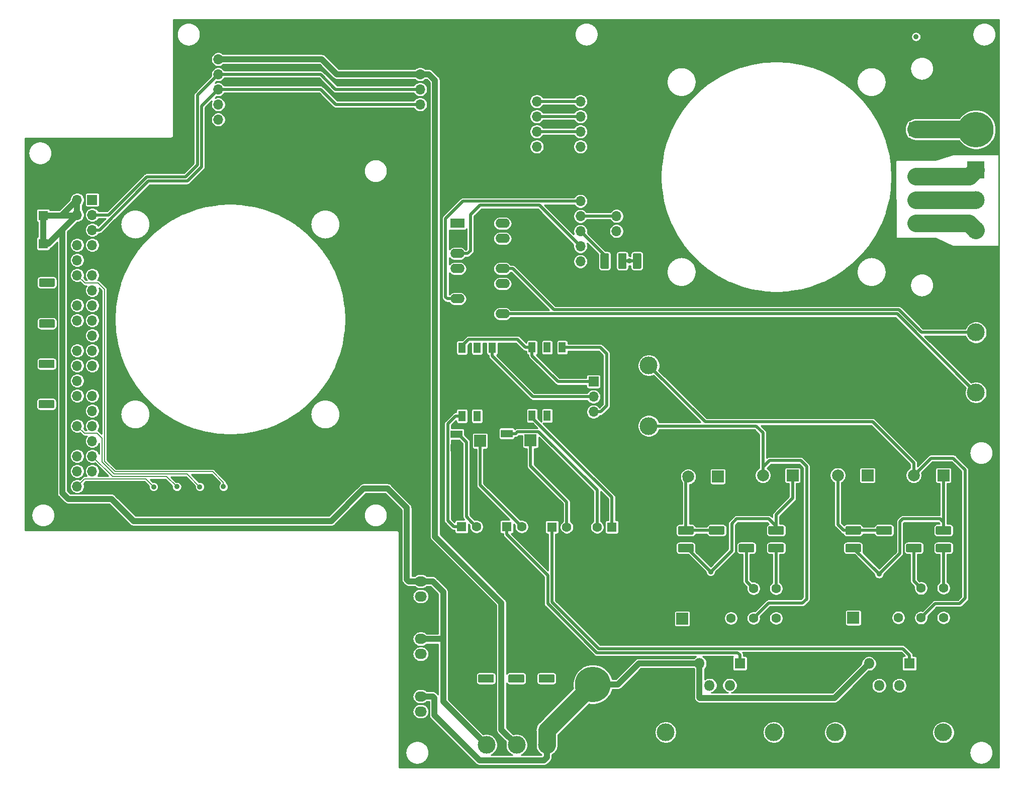
<source format=gtl>
G04 #@! TF.GenerationSoftware,KiCad,Pcbnew,5.1.5+dfsg1-2build2*
G04 #@! TF.CreationDate,2020-11-12T16:29:49+01:00*
G04 #@! TF.ProjectId,motherboard,6d6f7468-6572-4626-9f61-72642e6b6963,v0.3*
G04 #@! TF.SameCoordinates,Original*
G04 #@! TF.FileFunction,Copper,L1,Top*
G04 #@! TF.FilePolarity,Positive*
%FSLAX46Y46*%
G04 Gerber Fmt 4.6, Leading zero omitted, Abs format (unit mm)*
G04 Created by KiCad (PCBNEW 5.1.5+dfsg1-2build2) date 2020-11-12 16:29:49*
%MOMM*%
%LPD*%
G04 APERTURE LIST*
%ADD10O,2.400000X1.600000*%
%ADD11R,2.400000X1.600000*%
%ADD12C,0.150000*%
%ADD13C,2.400000*%
%ADD14O,1.700000X1.700000*%
%ADD15R,1.700000X1.700000*%
%ADD16C,3.000000*%
%ADD17R,3.000000X3.000000*%
%ADD18O,2.030000X1.730000*%
%ADD19R,2.030000X1.730000*%
%ADD20C,5.999480*%
%ADD21R,1.200000X1.800000*%
%ADD22C,1.600000*%
%ADD23R,1.600000X1.600000*%
%ADD24R,2.000000X1.300000*%
%ADD25R,2.000000X2.000000*%
%ADD26O,1.800000X1.800000*%
%ADD27R,1.800000X1.800000*%
%ADD28C,2.000000*%
%ADD29C,0.900000*%
%ADD30C,1.000000*%
%ADD31C,0.500000*%
%ADD32C,0.200000*%
%ADD33C,3.000000*%
%ADD34C,0.254000*%
G04 APERTURE END LIST*
D10*
X105895000Y-59850000D03*
X98275000Y-75090000D03*
X105895000Y-62390000D03*
X98275000Y-72550000D03*
X105895000Y-64930000D03*
X98275000Y-70010000D03*
X105895000Y-67470000D03*
X98275000Y-67470000D03*
X105895000Y-70010000D03*
X98275000Y-64930000D03*
X105895000Y-72550000D03*
X98275000Y-62390000D03*
X105895000Y-75090000D03*
D11*
X98275000Y-59850000D03*
G04 #@! TA.AperFunction,ComponentPad*
D12*
G36*
X176474504Y-42801204D02*
G01*
X176498773Y-42804804D01*
X176522571Y-42810765D01*
X176545671Y-42819030D01*
X176567849Y-42829520D01*
X176588893Y-42842133D01*
X176608598Y-42856747D01*
X176626777Y-42873223D01*
X176643253Y-42891402D01*
X176657867Y-42911107D01*
X176670480Y-42932151D01*
X176680970Y-42954329D01*
X176689235Y-42977429D01*
X176695196Y-43001227D01*
X176698796Y-43025496D01*
X176700000Y-43050000D01*
X176700000Y-44950000D01*
X176698796Y-44974504D01*
X176695196Y-44998773D01*
X176689235Y-45022571D01*
X176680970Y-45045671D01*
X176670480Y-45067849D01*
X176657867Y-45088893D01*
X176643253Y-45108598D01*
X176626777Y-45126777D01*
X176608598Y-45143253D01*
X176588893Y-45157867D01*
X176567849Y-45170480D01*
X176545671Y-45180970D01*
X176522571Y-45189235D01*
X176498773Y-45195196D01*
X176474504Y-45198796D01*
X176450000Y-45200000D01*
X174550000Y-45200000D01*
X174525496Y-45198796D01*
X174501227Y-45195196D01*
X174477429Y-45189235D01*
X174454329Y-45180970D01*
X174432151Y-45170480D01*
X174411107Y-45157867D01*
X174391402Y-45143253D01*
X174373223Y-45126777D01*
X174356747Y-45108598D01*
X174342133Y-45088893D01*
X174329520Y-45067849D01*
X174319030Y-45045671D01*
X174310765Y-45022571D01*
X174304804Y-44998773D01*
X174301204Y-44974504D01*
X174300000Y-44950000D01*
X174300000Y-43050000D01*
X174301204Y-43025496D01*
X174304804Y-43001227D01*
X174310765Y-42977429D01*
X174319030Y-42954329D01*
X174329520Y-42932151D01*
X174342133Y-42911107D01*
X174356747Y-42891402D01*
X174373223Y-42873223D01*
X174391402Y-42856747D01*
X174411107Y-42842133D01*
X174432151Y-42829520D01*
X174454329Y-42819030D01*
X174477429Y-42810765D01*
X174501227Y-42804804D01*
X174525496Y-42801204D01*
X174550000Y-42800000D01*
X176450000Y-42800000D01*
X176474504Y-42801204D01*
G37*
G04 #@! TD.AperFunction*
D13*
X175500000Y-47960000D03*
X175500000Y-51920000D03*
X175500000Y-55880000D03*
X175500000Y-59840000D03*
D14*
X111650000Y-39290000D03*
X111650000Y-41830000D03*
X111650000Y-44370000D03*
X111650000Y-46910000D03*
D15*
X111650000Y-49450000D03*
D16*
X180108000Y-145598000D03*
X161908000Y-145598000D03*
X151554000Y-145574000D03*
X133354000Y-145574000D03*
G04 #@! TA.AperFunction,SMDPad,CuDef*
D12*
G36*
X123574504Y-64851204D02*
G01*
X123598773Y-64854804D01*
X123622571Y-64860765D01*
X123645671Y-64869030D01*
X123667849Y-64879520D01*
X123688893Y-64892133D01*
X123708598Y-64906747D01*
X123726777Y-64923223D01*
X123743253Y-64941402D01*
X123757867Y-64961107D01*
X123770480Y-64982151D01*
X123780970Y-65004329D01*
X123789235Y-65027429D01*
X123795196Y-65051227D01*
X123798796Y-65075496D01*
X123800000Y-65100000D01*
X123800000Y-67250000D01*
X123798796Y-67274504D01*
X123795196Y-67298773D01*
X123789235Y-67322571D01*
X123780970Y-67345671D01*
X123770480Y-67367849D01*
X123757867Y-67388893D01*
X123743253Y-67408598D01*
X123726777Y-67426777D01*
X123708598Y-67443253D01*
X123688893Y-67457867D01*
X123667849Y-67470480D01*
X123645671Y-67480970D01*
X123622571Y-67489235D01*
X123598773Y-67495196D01*
X123574504Y-67498796D01*
X123550000Y-67500000D01*
X122625000Y-67500000D01*
X122600496Y-67498796D01*
X122576227Y-67495196D01*
X122552429Y-67489235D01*
X122529329Y-67480970D01*
X122507151Y-67470480D01*
X122486107Y-67457867D01*
X122466402Y-67443253D01*
X122448223Y-67426777D01*
X122431747Y-67408598D01*
X122417133Y-67388893D01*
X122404520Y-67367849D01*
X122394030Y-67345671D01*
X122385765Y-67322571D01*
X122379804Y-67298773D01*
X122376204Y-67274504D01*
X122375000Y-67250000D01*
X122375000Y-65100000D01*
X122376204Y-65075496D01*
X122379804Y-65051227D01*
X122385765Y-65027429D01*
X122394030Y-65004329D01*
X122404520Y-64982151D01*
X122417133Y-64961107D01*
X122431747Y-64941402D01*
X122448223Y-64923223D01*
X122466402Y-64906747D01*
X122486107Y-64892133D01*
X122507151Y-64879520D01*
X122529329Y-64869030D01*
X122552429Y-64860765D01*
X122576227Y-64854804D01*
X122600496Y-64851204D01*
X122625000Y-64850000D01*
X123550000Y-64850000D01*
X123574504Y-64851204D01*
G37*
G04 #@! TD.AperFunction*
G04 #@! TA.AperFunction,SMDPad,CuDef*
G36*
X126549504Y-64851204D02*
G01*
X126573773Y-64854804D01*
X126597571Y-64860765D01*
X126620671Y-64869030D01*
X126642849Y-64879520D01*
X126663893Y-64892133D01*
X126683598Y-64906747D01*
X126701777Y-64923223D01*
X126718253Y-64941402D01*
X126732867Y-64961107D01*
X126745480Y-64982151D01*
X126755970Y-65004329D01*
X126764235Y-65027429D01*
X126770196Y-65051227D01*
X126773796Y-65075496D01*
X126775000Y-65100000D01*
X126775000Y-67250000D01*
X126773796Y-67274504D01*
X126770196Y-67298773D01*
X126764235Y-67322571D01*
X126755970Y-67345671D01*
X126745480Y-67367849D01*
X126732867Y-67388893D01*
X126718253Y-67408598D01*
X126701777Y-67426777D01*
X126683598Y-67443253D01*
X126663893Y-67457867D01*
X126642849Y-67470480D01*
X126620671Y-67480970D01*
X126597571Y-67489235D01*
X126573773Y-67495196D01*
X126549504Y-67498796D01*
X126525000Y-67500000D01*
X125600000Y-67500000D01*
X125575496Y-67498796D01*
X125551227Y-67495196D01*
X125527429Y-67489235D01*
X125504329Y-67480970D01*
X125482151Y-67470480D01*
X125461107Y-67457867D01*
X125441402Y-67443253D01*
X125423223Y-67426777D01*
X125406747Y-67408598D01*
X125392133Y-67388893D01*
X125379520Y-67367849D01*
X125369030Y-67345671D01*
X125360765Y-67322571D01*
X125354804Y-67298773D01*
X125351204Y-67274504D01*
X125350000Y-67250000D01*
X125350000Y-65100000D01*
X125351204Y-65075496D01*
X125354804Y-65051227D01*
X125360765Y-65027429D01*
X125369030Y-65004329D01*
X125379520Y-64982151D01*
X125392133Y-64961107D01*
X125406747Y-64941402D01*
X125423223Y-64923223D01*
X125441402Y-64906747D01*
X125461107Y-64892133D01*
X125482151Y-64879520D01*
X125504329Y-64869030D01*
X125527429Y-64860765D01*
X125551227Y-64854804D01*
X125575496Y-64851204D01*
X125600000Y-64850000D01*
X126525000Y-64850000D01*
X126549504Y-64851204D01*
G37*
G04 #@! TD.AperFunction*
G04 #@! TA.AperFunction,SMDPad,CuDef*
G36*
X131999504Y-64851204D02*
G01*
X132023773Y-64854804D01*
X132047571Y-64860765D01*
X132070671Y-64869030D01*
X132092849Y-64879520D01*
X132113893Y-64892133D01*
X132133598Y-64906747D01*
X132151777Y-64923223D01*
X132168253Y-64941402D01*
X132182867Y-64961107D01*
X132195480Y-64982151D01*
X132205970Y-65004329D01*
X132214235Y-65027429D01*
X132220196Y-65051227D01*
X132223796Y-65075496D01*
X132225000Y-65100000D01*
X132225000Y-67250000D01*
X132223796Y-67274504D01*
X132220196Y-67298773D01*
X132214235Y-67322571D01*
X132205970Y-67345671D01*
X132195480Y-67367849D01*
X132182867Y-67388893D01*
X132168253Y-67408598D01*
X132151777Y-67426777D01*
X132133598Y-67443253D01*
X132113893Y-67457867D01*
X132092849Y-67470480D01*
X132070671Y-67480970D01*
X132047571Y-67489235D01*
X132023773Y-67495196D01*
X131999504Y-67498796D01*
X131975000Y-67500000D01*
X131050000Y-67500000D01*
X131025496Y-67498796D01*
X131001227Y-67495196D01*
X130977429Y-67489235D01*
X130954329Y-67480970D01*
X130932151Y-67470480D01*
X130911107Y-67457867D01*
X130891402Y-67443253D01*
X130873223Y-67426777D01*
X130856747Y-67408598D01*
X130842133Y-67388893D01*
X130829520Y-67367849D01*
X130819030Y-67345671D01*
X130810765Y-67322571D01*
X130804804Y-67298773D01*
X130801204Y-67274504D01*
X130800000Y-67250000D01*
X130800000Y-65100000D01*
X130801204Y-65075496D01*
X130804804Y-65051227D01*
X130810765Y-65027429D01*
X130819030Y-65004329D01*
X130829520Y-64982151D01*
X130842133Y-64961107D01*
X130856747Y-64941402D01*
X130873223Y-64923223D01*
X130891402Y-64906747D01*
X130911107Y-64892133D01*
X130932151Y-64879520D01*
X130954329Y-64869030D01*
X130977429Y-64860765D01*
X131001227Y-64854804D01*
X131025496Y-64851204D01*
X131050000Y-64850000D01*
X131975000Y-64850000D01*
X131999504Y-64851204D01*
G37*
G04 #@! TD.AperFunction*
G04 #@! TA.AperFunction,SMDPad,CuDef*
G36*
X129024504Y-64851204D02*
G01*
X129048773Y-64854804D01*
X129072571Y-64860765D01*
X129095671Y-64869030D01*
X129117849Y-64879520D01*
X129138893Y-64892133D01*
X129158598Y-64906747D01*
X129176777Y-64923223D01*
X129193253Y-64941402D01*
X129207867Y-64961107D01*
X129220480Y-64982151D01*
X129230970Y-65004329D01*
X129239235Y-65027429D01*
X129245196Y-65051227D01*
X129248796Y-65075496D01*
X129250000Y-65100000D01*
X129250000Y-67250000D01*
X129248796Y-67274504D01*
X129245196Y-67298773D01*
X129239235Y-67322571D01*
X129230970Y-67345671D01*
X129220480Y-67367849D01*
X129207867Y-67388893D01*
X129193253Y-67408598D01*
X129176777Y-67426777D01*
X129158598Y-67443253D01*
X129138893Y-67457867D01*
X129117849Y-67470480D01*
X129095671Y-67480970D01*
X129072571Y-67489235D01*
X129048773Y-67495196D01*
X129024504Y-67498796D01*
X129000000Y-67500000D01*
X128075000Y-67500000D01*
X128050496Y-67498796D01*
X128026227Y-67495196D01*
X128002429Y-67489235D01*
X127979329Y-67480970D01*
X127957151Y-67470480D01*
X127936107Y-67457867D01*
X127916402Y-67443253D01*
X127898223Y-67426777D01*
X127881747Y-67408598D01*
X127867133Y-67388893D01*
X127854520Y-67367849D01*
X127844030Y-67345671D01*
X127835765Y-67322571D01*
X127829804Y-67298773D01*
X127826204Y-67274504D01*
X127825000Y-67250000D01*
X127825000Y-65100000D01*
X127826204Y-65075496D01*
X127829804Y-65051227D01*
X127835765Y-65027429D01*
X127844030Y-65004329D01*
X127854520Y-64982151D01*
X127867133Y-64961107D01*
X127881747Y-64941402D01*
X127898223Y-64923223D01*
X127916402Y-64906747D01*
X127936107Y-64892133D01*
X127957151Y-64879520D01*
X127979329Y-64869030D01*
X128002429Y-64860765D01*
X128026227Y-64854804D01*
X128050496Y-64851204D01*
X128075000Y-64850000D01*
X129000000Y-64850000D01*
X129024504Y-64851204D01*
G37*
G04 #@! TD.AperFunction*
D16*
X185600000Y-88350000D03*
D17*
X185600000Y-83270000D03*
D18*
X92100000Y-122680000D03*
X92100000Y-120140000D03*
D19*
X92100000Y-117600000D03*
D20*
X121100000Y-137500000D03*
X185625000Y-44050000D03*
D14*
X125075000Y-61155000D03*
X125075000Y-58615000D03*
D15*
X125075000Y-56075000D03*
G04 #@! TA.AperFunction,SMDPad,CuDef*
D12*
G36*
X30249504Y-76001204D02*
G01*
X30273773Y-76004804D01*
X30297571Y-76010765D01*
X30320671Y-76019030D01*
X30342849Y-76029520D01*
X30363893Y-76042133D01*
X30383598Y-76056747D01*
X30401777Y-76073223D01*
X30418253Y-76091402D01*
X30432867Y-76111107D01*
X30445480Y-76132151D01*
X30455970Y-76154329D01*
X30464235Y-76177429D01*
X30470196Y-76201227D01*
X30473796Y-76225496D01*
X30475000Y-76250000D01*
X30475000Y-77175000D01*
X30473796Y-77199504D01*
X30470196Y-77223773D01*
X30464235Y-77247571D01*
X30455970Y-77270671D01*
X30445480Y-77292849D01*
X30432867Y-77313893D01*
X30418253Y-77333598D01*
X30401777Y-77351777D01*
X30383598Y-77368253D01*
X30363893Y-77382867D01*
X30342849Y-77395480D01*
X30320671Y-77405970D01*
X30297571Y-77414235D01*
X30273773Y-77420196D01*
X30249504Y-77423796D01*
X30225000Y-77425000D01*
X28075000Y-77425000D01*
X28050496Y-77423796D01*
X28026227Y-77420196D01*
X28002429Y-77414235D01*
X27979329Y-77405970D01*
X27957151Y-77395480D01*
X27936107Y-77382867D01*
X27916402Y-77368253D01*
X27898223Y-77351777D01*
X27881747Y-77333598D01*
X27867133Y-77313893D01*
X27854520Y-77292849D01*
X27844030Y-77270671D01*
X27835765Y-77247571D01*
X27829804Y-77223773D01*
X27826204Y-77199504D01*
X27825000Y-77175000D01*
X27825000Y-76250000D01*
X27826204Y-76225496D01*
X27829804Y-76201227D01*
X27835765Y-76177429D01*
X27844030Y-76154329D01*
X27854520Y-76132151D01*
X27867133Y-76111107D01*
X27881747Y-76091402D01*
X27898223Y-76073223D01*
X27916402Y-76056747D01*
X27936107Y-76042133D01*
X27957151Y-76029520D01*
X27979329Y-76019030D01*
X28002429Y-76010765D01*
X28026227Y-76004804D01*
X28050496Y-76001204D01*
X28075000Y-76000000D01*
X30225000Y-76000000D01*
X30249504Y-76001204D01*
G37*
G04 #@! TD.AperFunction*
G04 #@! TA.AperFunction,SMDPad,CuDef*
G36*
X30249504Y-78976204D02*
G01*
X30273773Y-78979804D01*
X30297571Y-78985765D01*
X30320671Y-78994030D01*
X30342849Y-79004520D01*
X30363893Y-79017133D01*
X30383598Y-79031747D01*
X30401777Y-79048223D01*
X30418253Y-79066402D01*
X30432867Y-79086107D01*
X30445480Y-79107151D01*
X30455970Y-79129329D01*
X30464235Y-79152429D01*
X30470196Y-79176227D01*
X30473796Y-79200496D01*
X30475000Y-79225000D01*
X30475000Y-80150000D01*
X30473796Y-80174504D01*
X30470196Y-80198773D01*
X30464235Y-80222571D01*
X30455970Y-80245671D01*
X30445480Y-80267849D01*
X30432867Y-80288893D01*
X30418253Y-80308598D01*
X30401777Y-80326777D01*
X30383598Y-80343253D01*
X30363893Y-80357867D01*
X30342849Y-80370480D01*
X30320671Y-80380970D01*
X30297571Y-80389235D01*
X30273773Y-80395196D01*
X30249504Y-80398796D01*
X30225000Y-80400000D01*
X28075000Y-80400000D01*
X28050496Y-80398796D01*
X28026227Y-80395196D01*
X28002429Y-80389235D01*
X27979329Y-80380970D01*
X27957151Y-80370480D01*
X27936107Y-80357867D01*
X27916402Y-80343253D01*
X27898223Y-80326777D01*
X27881747Y-80308598D01*
X27867133Y-80288893D01*
X27854520Y-80267849D01*
X27844030Y-80245671D01*
X27835765Y-80222571D01*
X27829804Y-80198773D01*
X27826204Y-80174504D01*
X27825000Y-80150000D01*
X27825000Y-79225000D01*
X27826204Y-79200496D01*
X27829804Y-79176227D01*
X27835765Y-79152429D01*
X27844030Y-79129329D01*
X27854520Y-79107151D01*
X27867133Y-79086107D01*
X27881747Y-79066402D01*
X27898223Y-79048223D01*
X27916402Y-79031747D01*
X27936107Y-79017133D01*
X27957151Y-79004520D01*
X27979329Y-78994030D01*
X28002429Y-78985765D01*
X28026227Y-78979804D01*
X28050496Y-78976204D01*
X28075000Y-78975000D01*
X30225000Y-78975000D01*
X30249504Y-78976204D01*
G37*
G04 #@! TD.AperFunction*
G04 #@! TA.AperFunction,SMDPad,CuDef*
G36*
X30174504Y-89576204D02*
G01*
X30198773Y-89579804D01*
X30222571Y-89585765D01*
X30245671Y-89594030D01*
X30267849Y-89604520D01*
X30288893Y-89617133D01*
X30308598Y-89631747D01*
X30326777Y-89648223D01*
X30343253Y-89666402D01*
X30357867Y-89686107D01*
X30370480Y-89707151D01*
X30380970Y-89729329D01*
X30389235Y-89752429D01*
X30395196Y-89776227D01*
X30398796Y-89800496D01*
X30400000Y-89825000D01*
X30400000Y-90750000D01*
X30398796Y-90774504D01*
X30395196Y-90798773D01*
X30389235Y-90822571D01*
X30380970Y-90845671D01*
X30370480Y-90867849D01*
X30357867Y-90888893D01*
X30343253Y-90908598D01*
X30326777Y-90926777D01*
X30308598Y-90943253D01*
X30288893Y-90957867D01*
X30267849Y-90970480D01*
X30245671Y-90980970D01*
X30222571Y-90989235D01*
X30198773Y-90995196D01*
X30174504Y-90998796D01*
X30150000Y-91000000D01*
X28000000Y-91000000D01*
X27975496Y-90998796D01*
X27951227Y-90995196D01*
X27927429Y-90989235D01*
X27904329Y-90980970D01*
X27882151Y-90970480D01*
X27861107Y-90957867D01*
X27841402Y-90943253D01*
X27823223Y-90926777D01*
X27806747Y-90908598D01*
X27792133Y-90888893D01*
X27779520Y-90867849D01*
X27769030Y-90845671D01*
X27760765Y-90822571D01*
X27754804Y-90798773D01*
X27751204Y-90774504D01*
X27750000Y-90750000D01*
X27750000Y-89825000D01*
X27751204Y-89800496D01*
X27754804Y-89776227D01*
X27760765Y-89752429D01*
X27769030Y-89729329D01*
X27779520Y-89707151D01*
X27792133Y-89686107D01*
X27806747Y-89666402D01*
X27823223Y-89648223D01*
X27841402Y-89631747D01*
X27861107Y-89617133D01*
X27882151Y-89604520D01*
X27904329Y-89594030D01*
X27927429Y-89585765D01*
X27951227Y-89579804D01*
X27975496Y-89576204D01*
X28000000Y-89575000D01*
X30150000Y-89575000D01*
X30174504Y-89576204D01*
G37*
G04 #@! TD.AperFunction*
G04 #@! TA.AperFunction,SMDPad,CuDef*
G36*
X30174504Y-92551204D02*
G01*
X30198773Y-92554804D01*
X30222571Y-92560765D01*
X30245671Y-92569030D01*
X30267849Y-92579520D01*
X30288893Y-92592133D01*
X30308598Y-92606747D01*
X30326777Y-92623223D01*
X30343253Y-92641402D01*
X30357867Y-92661107D01*
X30370480Y-92682151D01*
X30380970Y-92704329D01*
X30389235Y-92727429D01*
X30395196Y-92751227D01*
X30398796Y-92775496D01*
X30400000Y-92800000D01*
X30400000Y-93725000D01*
X30398796Y-93749504D01*
X30395196Y-93773773D01*
X30389235Y-93797571D01*
X30380970Y-93820671D01*
X30370480Y-93842849D01*
X30357867Y-93863893D01*
X30343253Y-93883598D01*
X30326777Y-93901777D01*
X30308598Y-93918253D01*
X30288893Y-93932867D01*
X30267849Y-93945480D01*
X30245671Y-93955970D01*
X30222571Y-93964235D01*
X30198773Y-93970196D01*
X30174504Y-93973796D01*
X30150000Y-93975000D01*
X28000000Y-93975000D01*
X27975496Y-93973796D01*
X27951227Y-93970196D01*
X27927429Y-93964235D01*
X27904329Y-93955970D01*
X27882151Y-93945480D01*
X27861107Y-93932867D01*
X27841402Y-93918253D01*
X27823223Y-93901777D01*
X27806747Y-93883598D01*
X27792133Y-93863893D01*
X27779520Y-93842849D01*
X27769030Y-93820671D01*
X27760765Y-93797571D01*
X27754804Y-93773773D01*
X27751204Y-93749504D01*
X27750000Y-93725000D01*
X27750000Y-92800000D01*
X27751204Y-92775496D01*
X27754804Y-92751227D01*
X27760765Y-92727429D01*
X27769030Y-92704329D01*
X27779520Y-92682151D01*
X27792133Y-92661107D01*
X27806747Y-92641402D01*
X27823223Y-92623223D01*
X27841402Y-92606747D01*
X27861107Y-92592133D01*
X27882151Y-92579520D01*
X27904329Y-92569030D01*
X27927429Y-92560765D01*
X27951227Y-92554804D01*
X27975496Y-92551204D01*
X28000000Y-92550000D01*
X30150000Y-92550000D01*
X30174504Y-92551204D01*
G37*
G04 #@! TD.AperFunction*
G04 #@! TA.AperFunction,SMDPad,CuDef*
G36*
X30249504Y-69101204D02*
G01*
X30273773Y-69104804D01*
X30297571Y-69110765D01*
X30320671Y-69119030D01*
X30342849Y-69129520D01*
X30363893Y-69142133D01*
X30383598Y-69156747D01*
X30401777Y-69173223D01*
X30418253Y-69191402D01*
X30432867Y-69211107D01*
X30445480Y-69232151D01*
X30455970Y-69254329D01*
X30464235Y-69277429D01*
X30470196Y-69301227D01*
X30473796Y-69325496D01*
X30475000Y-69350000D01*
X30475000Y-70275000D01*
X30473796Y-70299504D01*
X30470196Y-70323773D01*
X30464235Y-70347571D01*
X30455970Y-70370671D01*
X30445480Y-70392849D01*
X30432867Y-70413893D01*
X30418253Y-70433598D01*
X30401777Y-70451777D01*
X30383598Y-70468253D01*
X30363893Y-70482867D01*
X30342849Y-70495480D01*
X30320671Y-70505970D01*
X30297571Y-70514235D01*
X30273773Y-70520196D01*
X30249504Y-70523796D01*
X30225000Y-70525000D01*
X28075000Y-70525000D01*
X28050496Y-70523796D01*
X28026227Y-70520196D01*
X28002429Y-70514235D01*
X27979329Y-70505970D01*
X27957151Y-70495480D01*
X27936107Y-70482867D01*
X27916402Y-70468253D01*
X27898223Y-70451777D01*
X27881747Y-70433598D01*
X27867133Y-70413893D01*
X27854520Y-70392849D01*
X27844030Y-70370671D01*
X27835765Y-70347571D01*
X27829804Y-70323773D01*
X27826204Y-70299504D01*
X27825000Y-70275000D01*
X27825000Y-69350000D01*
X27826204Y-69325496D01*
X27829804Y-69301227D01*
X27835765Y-69277429D01*
X27844030Y-69254329D01*
X27854520Y-69232151D01*
X27867133Y-69211107D01*
X27881747Y-69191402D01*
X27898223Y-69173223D01*
X27916402Y-69156747D01*
X27936107Y-69142133D01*
X27957151Y-69129520D01*
X27979329Y-69119030D01*
X28002429Y-69110765D01*
X28026227Y-69104804D01*
X28050496Y-69101204D01*
X28075000Y-69100000D01*
X30225000Y-69100000D01*
X30249504Y-69101204D01*
G37*
G04 #@! TD.AperFunction*
G04 #@! TA.AperFunction,SMDPad,CuDef*
G36*
X30249504Y-72076204D02*
G01*
X30273773Y-72079804D01*
X30297571Y-72085765D01*
X30320671Y-72094030D01*
X30342849Y-72104520D01*
X30363893Y-72117133D01*
X30383598Y-72131747D01*
X30401777Y-72148223D01*
X30418253Y-72166402D01*
X30432867Y-72186107D01*
X30445480Y-72207151D01*
X30455970Y-72229329D01*
X30464235Y-72252429D01*
X30470196Y-72276227D01*
X30473796Y-72300496D01*
X30475000Y-72325000D01*
X30475000Y-73250000D01*
X30473796Y-73274504D01*
X30470196Y-73298773D01*
X30464235Y-73322571D01*
X30455970Y-73345671D01*
X30445480Y-73367849D01*
X30432867Y-73388893D01*
X30418253Y-73408598D01*
X30401777Y-73426777D01*
X30383598Y-73443253D01*
X30363893Y-73457867D01*
X30342849Y-73470480D01*
X30320671Y-73480970D01*
X30297571Y-73489235D01*
X30273773Y-73495196D01*
X30249504Y-73498796D01*
X30225000Y-73500000D01*
X28075000Y-73500000D01*
X28050496Y-73498796D01*
X28026227Y-73495196D01*
X28002429Y-73489235D01*
X27979329Y-73480970D01*
X27957151Y-73470480D01*
X27936107Y-73457867D01*
X27916402Y-73443253D01*
X27898223Y-73426777D01*
X27881747Y-73408598D01*
X27867133Y-73388893D01*
X27854520Y-73367849D01*
X27844030Y-73345671D01*
X27835765Y-73322571D01*
X27829804Y-73298773D01*
X27826204Y-73274504D01*
X27825000Y-73250000D01*
X27825000Y-72325000D01*
X27826204Y-72300496D01*
X27829804Y-72276227D01*
X27835765Y-72252429D01*
X27844030Y-72229329D01*
X27854520Y-72207151D01*
X27867133Y-72186107D01*
X27881747Y-72166402D01*
X27898223Y-72148223D01*
X27916402Y-72131747D01*
X27936107Y-72117133D01*
X27957151Y-72104520D01*
X27979329Y-72094030D01*
X28002429Y-72085765D01*
X28026227Y-72079804D01*
X28050496Y-72076204D01*
X28075000Y-72075000D01*
X30225000Y-72075000D01*
X30249504Y-72076204D01*
G37*
G04 #@! TD.AperFunction*
G04 #@! TA.AperFunction,SMDPad,CuDef*
G36*
X30199504Y-82801204D02*
G01*
X30223773Y-82804804D01*
X30247571Y-82810765D01*
X30270671Y-82819030D01*
X30292849Y-82829520D01*
X30313893Y-82842133D01*
X30333598Y-82856747D01*
X30351777Y-82873223D01*
X30368253Y-82891402D01*
X30382867Y-82911107D01*
X30395480Y-82932151D01*
X30405970Y-82954329D01*
X30414235Y-82977429D01*
X30420196Y-83001227D01*
X30423796Y-83025496D01*
X30425000Y-83050000D01*
X30425000Y-83975000D01*
X30423796Y-83999504D01*
X30420196Y-84023773D01*
X30414235Y-84047571D01*
X30405970Y-84070671D01*
X30395480Y-84092849D01*
X30382867Y-84113893D01*
X30368253Y-84133598D01*
X30351777Y-84151777D01*
X30333598Y-84168253D01*
X30313893Y-84182867D01*
X30292849Y-84195480D01*
X30270671Y-84205970D01*
X30247571Y-84214235D01*
X30223773Y-84220196D01*
X30199504Y-84223796D01*
X30175000Y-84225000D01*
X28025000Y-84225000D01*
X28000496Y-84223796D01*
X27976227Y-84220196D01*
X27952429Y-84214235D01*
X27929329Y-84205970D01*
X27907151Y-84195480D01*
X27886107Y-84182867D01*
X27866402Y-84168253D01*
X27848223Y-84151777D01*
X27831747Y-84133598D01*
X27817133Y-84113893D01*
X27804520Y-84092849D01*
X27794030Y-84070671D01*
X27785765Y-84047571D01*
X27779804Y-84023773D01*
X27776204Y-83999504D01*
X27775000Y-83975000D01*
X27775000Y-83050000D01*
X27776204Y-83025496D01*
X27779804Y-83001227D01*
X27785765Y-82977429D01*
X27794030Y-82954329D01*
X27804520Y-82932151D01*
X27817133Y-82911107D01*
X27831747Y-82891402D01*
X27848223Y-82873223D01*
X27866402Y-82856747D01*
X27886107Y-82842133D01*
X27907151Y-82829520D01*
X27929329Y-82819030D01*
X27952429Y-82810765D01*
X27976227Y-82804804D01*
X28000496Y-82801204D01*
X28025000Y-82800000D01*
X30175000Y-82800000D01*
X30199504Y-82801204D01*
G37*
G04 #@! TD.AperFunction*
G04 #@! TA.AperFunction,SMDPad,CuDef*
G36*
X30199504Y-85776204D02*
G01*
X30223773Y-85779804D01*
X30247571Y-85785765D01*
X30270671Y-85794030D01*
X30292849Y-85804520D01*
X30313893Y-85817133D01*
X30333598Y-85831747D01*
X30351777Y-85848223D01*
X30368253Y-85866402D01*
X30382867Y-85886107D01*
X30395480Y-85907151D01*
X30405970Y-85929329D01*
X30414235Y-85952429D01*
X30420196Y-85976227D01*
X30423796Y-86000496D01*
X30425000Y-86025000D01*
X30425000Y-86950000D01*
X30423796Y-86974504D01*
X30420196Y-86998773D01*
X30414235Y-87022571D01*
X30405970Y-87045671D01*
X30395480Y-87067849D01*
X30382867Y-87088893D01*
X30368253Y-87108598D01*
X30351777Y-87126777D01*
X30333598Y-87143253D01*
X30313893Y-87157867D01*
X30292849Y-87170480D01*
X30270671Y-87180970D01*
X30247571Y-87189235D01*
X30223773Y-87195196D01*
X30199504Y-87198796D01*
X30175000Y-87200000D01*
X28025000Y-87200000D01*
X28000496Y-87198796D01*
X27976227Y-87195196D01*
X27952429Y-87189235D01*
X27929329Y-87180970D01*
X27907151Y-87170480D01*
X27886107Y-87157867D01*
X27866402Y-87143253D01*
X27848223Y-87126777D01*
X27831747Y-87108598D01*
X27817133Y-87088893D01*
X27804520Y-87067849D01*
X27794030Y-87045671D01*
X27785765Y-87022571D01*
X27779804Y-86998773D01*
X27776204Y-86974504D01*
X27775000Y-86950000D01*
X27775000Y-86025000D01*
X27776204Y-86000496D01*
X27779804Y-85976227D01*
X27785765Y-85952429D01*
X27794030Y-85929329D01*
X27804520Y-85907151D01*
X27817133Y-85886107D01*
X27831747Y-85866402D01*
X27848223Y-85848223D01*
X27866402Y-85831747D01*
X27886107Y-85817133D01*
X27907151Y-85804520D01*
X27929329Y-85794030D01*
X27952429Y-85785765D01*
X27976227Y-85779804D01*
X28000496Y-85776204D01*
X28025000Y-85775000D01*
X30175000Y-85775000D01*
X30199504Y-85776204D01*
G37*
G04 #@! TD.AperFunction*
D16*
X185600000Y-78205000D03*
D17*
X185600000Y-73125000D03*
D21*
X104140000Y-80800000D03*
X101600000Y-80800000D03*
X99060000Y-80800000D03*
X104140000Y-92300000D03*
X101600000Y-92300000D03*
X99060000Y-92300000D03*
X115940000Y-80750000D03*
X113400000Y-80750000D03*
X110860000Y-80750000D03*
X115940000Y-92250000D03*
X113400000Y-92250000D03*
X110860000Y-92250000D03*
D14*
X58000000Y-42350000D03*
X58000000Y-39810000D03*
X58000000Y-37270000D03*
X58000000Y-34730000D03*
X58000000Y-32190000D03*
D15*
X58000000Y-29650000D03*
D22*
X28500000Y-56000000D03*
D23*
X28500000Y-58500000D03*
D22*
X28500000Y-65750000D03*
D23*
X28500000Y-63250000D03*
G04 #@! TA.AperFunction,SMDPad,CuDef*
D12*
G36*
X148049504Y-113826204D02*
G01*
X148073773Y-113829804D01*
X148097571Y-113835765D01*
X148120671Y-113844030D01*
X148142849Y-113854520D01*
X148163893Y-113867133D01*
X148183598Y-113881747D01*
X148201777Y-113898223D01*
X148218253Y-113916402D01*
X148232867Y-113936107D01*
X148245480Y-113957151D01*
X148255970Y-113979329D01*
X148264235Y-114002429D01*
X148270196Y-114026227D01*
X148273796Y-114050496D01*
X148275000Y-114075000D01*
X148275000Y-115000000D01*
X148273796Y-115024504D01*
X148270196Y-115048773D01*
X148264235Y-115072571D01*
X148255970Y-115095671D01*
X148245480Y-115117849D01*
X148232867Y-115138893D01*
X148218253Y-115158598D01*
X148201777Y-115176777D01*
X148183598Y-115193253D01*
X148163893Y-115207867D01*
X148142849Y-115220480D01*
X148120671Y-115230970D01*
X148097571Y-115239235D01*
X148073773Y-115245196D01*
X148049504Y-115248796D01*
X148025000Y-115250000D01*
X145875000Y-115250000D01*
X145850496Y-115248796D01*
X145826227Y-115245196D01*
X145802429Y-115239235D01*
X145779329Y-115230970D01*
X145757151Y-115220480D01*
X145736107Y-115207867D01*
X145716402Y-115193253D01*
X145698223Y-115176777D01*
X145681747Y-115158598D01*
X145667133Y-115138893D01*
X145654520Y-115117849D01*
X145644030Y-115095671D01*
X145635765Y-115072571D01*
X145629804Y-115048773D01*
X145626204Y-115024504D01*
X145625000Y-115000000D01*
X145625000Y-114075000D01*
X145626204Y-114050496D01*
X145629804Y-114026227D01*
X145635765Y-114002429D01*
X145644030Y-113979329D01*
X145654520Y-113957151D01*
X145667133Y-113936107D01*
X145681747Y-113916402D01*
X145698223Y-113898223D01*
X145716402Y-113881747D01*
X145736107Y-113867133D01*
X145757151Y-113854520D01*
X145779329Y-113844030D01*
X145802429Y-113835765D01*
X145826227Y-113829804D01*
X145850496Y-113826204D01*
X145875000Y-113825000D01*
X148025000Y-113825000D01*
X148049504Y-113826204D01*
G37*
G04 #@! TD.AperFunction*
G04 #@! TA.AperFunction,SMDPad,CuDef*
G36*
X148049504Y-110851204D02*
G01*
X148073773Y-110854804D01*
X148097571Y-110860765D01*
X148120671Y-110869030D01*
X148142849Y-110879520D01*
X148163893Y-110892133D01*
X148183598Y-110906747D01*
X148201777Y-110923223D01*
X148218253Y-110941402D01*
X148232867Y-110961107D01*
X148245480Y-110982151D01*
X148255970Y-111004329D01*
X148264235Y-111027429D01*
X148270196Y-111051227D01*
X148273796Y-111075496D01*
X148275000Y-111100000D01*
X148275000Y-112025000D01*
X148273796Y-112049504D01*
X148270196Y-112073773D01*
X148264235Y-112097571D01*
X148255970Y-112120671D01*
X148245480Y-112142849D01*
X148232867Y-112163893D01*
X148218253Y-112183598D01*
X148201777Y-112201777D01*
X148183598Y-112218253D01*
X148163893Y-112232867D01*
X148142849Y-112245480D01*
X148120671Y-112255970D01*
X148097571Y-112264235D01*
X148073773Y-112270196D01*
X148049504Y-112273796D01*
X148025000Y-112275000D01*
X145875000Y-112275000D01*
X145850496Y-112273796D01*
X145826227Y-112270196D01*
X145802429Y-112264235D01*
X145779329Y-112255970D01*
X145757151Y-112245480D01*
X145736107Y-112232867D01*
X145716402Y-112218253D01*
X145698223Y-112201777D01*
X145681747Y-112183598D01*
X145667133Y-112163893D01*
X145654520Y-112142849D01*
X145644030Y-112120671D01*
X145635765Y-112097571D01*
X145629804Y-112073773D01*
X145626204Y-112049504D01*
X145625000Y-112025000D01*
X145625000Y-111100000D01*
X145626204Y-111075496D01*
X145629804Y-111051227D01*
X145635765Y-111027429D01*
X145644030Y-111004329D01*
X145654520Y-110982151D01*
X145667133Y-110961107D01*
X145681747Y-110941402D01*
X145698223Y-110923223D01*
X145716402Y-110906747D01*
X145736107Y-110892133D01*
X145757151Y-110879520D01*
X145779329Y-110869030D01*
X145802429Y-110860765D01*
X145826227Y-110854804D01*
X145850496Y-110851204D01*
X145875000Y-110850000D01*
X148025000Y-110850000D01*
X148049504Y-110851204D01*
G37*
G04 #@! TD.AperFunction*
G04 #@! TA.AperFunction,SMDPad,CuDef*
G36*
X176249504Y-113826204D02*
G01*
X176273773Y-113829804D01*
X176297571Y-113835765D01*
X176320671Y-113844030D01*
X176342849Y-113854520D01*
X176363893Y-113867133D01*
X176383598Y-113881747D01*
X176401777Y-113898223D01*
X176418253Y-113916402D01*
X176432867Y-113936107D01*
X176445480Y-113957151D01*
X176455970Y-113979329D01*
X176464235Y-114002429D01*
X176470196Y-114026227D01*
X176473796Y-114050496D01*
X176475000Y-114075000D01*
X176475000Y-115000000D01*
X176473796Y-115024504D01*
X176470196Y-115048773D01*
X176464235Y-115072571D01*
X176455970Y-115095671D01*
X176445480Y-115117849D01*
X176432867Y-115138893D01*
X176418253Y-115158598D01*
X176401777Y-115176777D01*
X176383598Y-115193253D01*
X176363893Y-115207867D01*
X176342849Y-115220480D01*
X176320671Y-115230970D01*
X176297571Y-115239235D01*
X176273773Y-115245196D01*
X176249504Y-115248796D01*
X176225000Y-115250000D01*
X174075000Y-115250000D01*
X174050496Y-115248796D01*
X174026227Y-115245196D01*
X174002429Y-115239235D01*
X173979329Y-115230970D01*
X173957151Y-115220480D01*
X173936107Y-115207867D01*
X173916402Y-115193253D01*
X173898223Y-115176777D01*
X173881747Y-115158598D01*
X173867133Y-115138893D01*
X173854520Y-115117849D01*
X173844030Y-115095671D01*
X173835765Y-115072571D01*
X173829804Y-115048773D01*
X173826204Y-115024504D01*
X173825000Y-115000000D01*
X173825000Y-114075000D01*
X173826204Y-114050496D01*
X173829804Y-114026227D01*
X173835765Y-114002429D01*
X173844030Y-113979329D01*
X173854520Y-113957151D01*
X173867133Y-113936107D01*
X173881747Y-113916402D01*
X173898223Y-113898223D01*
X173916402Y-113881747D01*
X173936107Y-113867133D01*
X173957151Y-113854520D01*
X173979329Y-113844030D01*
X174002429Y-113835765D01*
X174026227Y-113829804D01*
X174050496Y-113826204D01*
X174075000Y-113825000D01*
X176225000Y-113825000D01*
X176249504Y-113826204D01*
G37*
G04 #@! TD.AperFunction*
G04 #@! TA.AperFunction,SMDPad,CuDef*
G36*
X176249504Y-110851204D02*
G01*
X176273773Y-110854804D01*
X176297571Y-110860765D01*
X176320671Y-110869030D01*
X176342849Y-110879520D01*
X176363893Y-110892133D01*
X176383598Y-110906747D01*
X176401777Y-110923223D01*
X176418253Y-110941402D01*
X176432867Y-110961107D01*
X176445480Y-110982151D01*
X176455970Y-111004329D01*
X176464235Y-111027429D01*
X176470196Y-111051227D01*
X176473796Y-111075496D01*
X176475000Y-111100000D01*
X176475000Y-112025000D01*
X176473796Y-112049504D01*
X176470196Y-112073773D01*
X176464235Y-112097571D01*
X176455970Y-112120671D01*
X176445480Y-112142849D01*
X176432867Y-112163893D01*
X176418253Y-112183598D01*
X176401777Y-112201777D01*
X176383598Y-112218253D01*
X176363893Y-112232867D01*
X176342849Y-112245480D01*
X176320671Y-112255970D01*
X176297571Y-112264235D01*
X176273773Y-112270196D01*
X176249504Y-112273796D01*
X176225000Y-112275000D01*
X174075000Y-112275000D01*
X174050496Y-112273796D01*
X174026227Y-112270196D01*
X174002429Y-112264235D01*
X173979329Y-112255970D01*
X173957151Y-112245480D01*
X173936107Y-112232867D01*
X173916402Y-112218253D01*
X173898223Y-112201777D01*
X173881747Y-112183598D01*
X173867133Y-112163893D01*
X173854520Y-112142849D01*
X173844030Y-112120671D01*
X173835765Y-112097571D01*
X173829804Y-112073773D01*
X173826204Y-112049504D01*
X173825000Y-112025000D01*
X173825000Y-111100000D01*
X173826204Y-111075496D01*
X173829804Y-111051227D01*
X173835765Y-111027429D01*
X173844030Y-111004329D01*
X173854520Y-110982151D01*
X173867133Y-110961107D01*
X173881747Y-110941402D01*
X173898223Y-110923223D01*
X173916402Y-110906747D01*
X173936107Y-110892133D01*
X173957151Y-110879520D01*
X173979329Y-110869030D01*
X174002429Y-110860765D01*
X174026227Y-110854804D01*
X174050496Y-110851204D01*
X174075000Y-110850000D01*
X176225000Y-110850000D01*
X176249504Y-110851204D01*
G37*
G04 #@! TD.AperFunction*
G04 #@! TA.AperFunction,SMDPad,CuDef*
G36*
X143049504Y-110851204D02*
G01*
X143073773Y-110854804D01*
X143097571Y-110860765D01*
X143120671Y-110869030D01*
X143142849Y-110879520D01*
X143163893Y-110892133D01*
X143183598Y-110906747D01*
X143201777Y-110923223D01*
X143218253Y-110941402D01*
X143232867Y-110961107D01*
X143245480Y-110982151D01*
X143255970Y-111004329D01*
X143264235Y-111027429D01*
X143270196Y-111051227D01*
X143273796Y-111075496D01*
X143275000Y-111100000D01*
X143275000Y-112025000D01*
X143273796Y-112049504D01*
X143270196Y-112073773D01*
X143264235Y-112097571D01*
X143255970Y-112120671D01*
X143245480Y-112142849D01*
X143232867Y-112163893D01*
X143218253Y-112183598D01*
X143201777Y-112201777D01*
X143183598Y-112218253D01*
X143163893Y-112232867D01*
X143142849Y-112245480D01*
X143120671Y-112255970D01*
X143097571Y-112264235D01*
X143073773Y-112270196D01*
X143049504Y-112273796D01*
X143025000Y-112275000D01*
X140875000Y-112275000D01*
X140850496Y-112273796D01*
X140826227Y-112270196D01*
X140802429Y-112264235D01*
X140779329Y-112255970D01*
X140757151Y-112245480D01*
X140736107Y-112232867D01*
X140716402Y-112218253D01*
X140698223Y-112201777D01*
X140681747Y-112183598D01*
X140667133Y-112163893D01*
X140654520Y-112142849D01*
X140644030Y-112120671D01*
X140635765Y-112097571D01*
X140629804Y-112073773D01*
X140626204Y-112049504D01*
X140625000Y-112025000D01*
X140625000Y-111100000D01*
X140626204Y-111075496D01*
X140629804Y-111051227D01*
X140635765Y-111027429D01*
X140644030Y-111004329D01*
X140654520Y-110982151D01*
X140667133Y-110961107D01*
X140681747Y-110941402D01*
X140698223Y-110923223D01*
X140716402Y-110906747D01*
X140736107Y-110892133D01*
X140757151Y-110879520D01*
X140779329Y-110869030D01*
X140802429Y-110860765D01*
X140826227Y-110854804D01*
X140850496Y-110851204D01*
X140875000Y-110850000D01*
X143025000Y-110850000D01*
X143049504Y-110851204D01*
G37*
G04 #@! TD.AperFunction*
G04 #@! TA.AperFunction,SMDPad,CuDef*
G36*
X143049504Y-113826204D02*
G01*
X143073773Y-113829804D01*
X143097571Y-113835765D01*
X143120671Y-113844030D01*
X143142849Y-113854520D01*
X143163893Y-113867133D01*
X143183598Y-113881747D01*
X143201777Y-113898223D01*
X143218253Y-113916402D01*
X143232867Y-113936107D01*
X143245480Y-113957151D01*
X143255970Y-113979329D01*
X143264235Y-114002429D01*
X143270196Y-114026227D01*
X143273796Y-114050496D01*
X143275000Y-114075000D01*
X143275000Y-115000000D01*
X143273796Y-115024504D01*
X143270196Y-115048773D01*
X143264235Y-115072571D01*
X143255970Y-115095671D01*
X143245480Y-115117849D01*
X143232867Y-115138893D01*
X143218253Y-115158598D01*
X143201777Y-115176777D01*
X143183598Y-115193253D01*
X143163893Y-115207867D01*
X143142849Y-115220480D01*
X143120671Y-115230970D01*
X143097571Y-115239235D01*
X143073773Y-115245196D01*
X143049504Y-115248796D01*
X143025000Y-115250000D01*
X140875000Y-115250000D01*
X140850496Y-115248796D01*
X140826227Y-115245196D01*
X140802429Y-115239235D01*
X140779329Y-115230970D01*
X140757151Y-115220480D01*
X140736107Y-115207867D01*
X140716402Y-115193253D01*
X140698223Y-115176777D01*
X140681747Y-115158598D01*
X140667133Y-115138893D01*
X140654520Y-115117849D01*
X140644030Y-115095671D01*
X140635765Y-115072571D01*
X140629804Y-115048773D01*
X140626204Y-115024504D01*
X140625000Y-115000000D01*
X140625000Y-114075000D01*
X140626204Y-114050496D01*
X140629804Y-114026227D01*
X140635765Y-114002429D01*
X140644030Y-113979329D01*
X140654520Y-113957151D01*
X140667133Y-113936107D01*
X140681747Y-113916402D01*
X140698223Y-113898223D01*
X140716402Y-113881747D01*
X140736107Y-113867133D01*
X140757151Y-113854520D01*
X140779329Y-113844030D01*
X140802429Y-113835765D01*
X140826227Y-113829804D01*
X140850496Y-113826204D01*
X140875000Y-113825000D01*
X143025000Y-113825000D01*
X143049504Y-113826204D01*
G37*
G04 #@! TD.AperFunction*
G04 #@! TA.AperFunction,SMDPad,CuDef*
G36*
X137849504Y-113826204D02*
G01*
X137873773Y-113829804D01*
X137897571Y-113835765D01*
X137920671Y-113844030D01*
X137942849Y-113854520D01*
X137963893Y-113867133D01*
X137983598Y-113881747D01*
X138001777Y-113898223D01*
X138018253Y-113916402D01*
X138032867Y-113936107D01*
X138045480Y-113957151D01*
X138055970Y-113979329D01*
X138064235Y-114002429D01*
X138070196Y-114026227D01*
X138073796Y-114050496D01*
X138075000Y-114075000D01*
X138075000Y-115000000D01*
X138073796Y-115024504D01*
X138070196Y-115048773D01*
X138064235Y-115072571D01*
X138055970Y-115095671D01*
X138045480Y-115117849D01*
X138032867Y-115138893D01*
X138018253Y-115158598D01*
X138001777Y-115176777D01*
X137983598Y-115193253D01*
X137963893Y-115207867D01*
X137942849Y-115220480D01*
X137920671Y-115230970D01*
X137897571Y-115239235D01*
X137873773Y-115245196D01*
X137849504Y-115248796D01*
X137825000Y-115250000D01*
X135675000Y-115250000D01*
X135650496Y-115248796D01*
X135626227Y-115245196D01*
X135602429Y-115239235D01*
X135579329Y-115230970D01*
X135557151Y-115220480D01*
X135536107Y-115207867D01*
X135516402Y-115193253D01*
X135498223Y-115176777D01*
X135481747Y-115158598D01*
X135467133Y-115138893D01*
X135454520Y-115117849D01*
X135444030Y-115095671D01*
X135435765Y-115072571D01*
X135429804Y-115048773D01*
X135426204Y-115024504D01*
X135425000Y-115000000D01*
X135425000Y-114075000D01*
X135426204Y-114050496D01*
X135429804Y-114026227D01*
X135435765Y-114002429D01*
X135444030Y-113979329D01*
X135454520Y-113957151D01*
X135467133Y-113936107D01*
X135481747Y-113916402D01*
X135498223Y-113898223D01*
X135516402Y-113881747D01*
X135536107Y-113867133D01*
X135557151Y-113854520D01*
X135579329Y-113844030D01*
X135602429Y-113835765D01*
X135626227Y-113829804D01*
X135650496Y-113826204D01*
X135675000Y-113825000D01*
X137825000Y-113825000D01*
X137849504Y-113826204D01*
G37*
G04 #@! TD.AperFunction*
G04 #@! TA.AperFunction,SMDPad,CuDef*
G36*
X137849504Y-110851204D02*
G01*
X137873773Y-110854804D01*
X137897571Y-110860765D01*
X137920671Y-110869030D01*
X137942849Y-110879520D01*
X137963893Y-110892133D01*
X137983598Y-110906747D01*
X138001777Y-110923223D01*
X138018253Y-110941402D01*
X138032867Y-110961107D01*
X138045480Y-110982151D01*
X138055970Y-111004329D01*
X138064235Y-111027429D01*
X138070196Y-111051227D01*
X138073796Y-111075496D01*
X138075000Y-111100000D01*
X138075000Y-112025000D01*
X138073796Y-112049504D01*
X138070196Y-112073773D01*
X138064235Y-112097571D01*
X138055970Y-112120671D01*
X138045480Y-112142849D01*
X138032867Y-112163893D01*
X138018253Y-112183598D01*
X138001777Y-112201777D01*
X137983598Y-112218253D01*
X137963893Y-112232867D01*
X137942849Y-112245480D01*
X137920671Y-112255970D01*
X137897571Y-112264235D01*
X137873773Y-112270196D01*
X137849504Y-112273796D01*
X137825000Y-112275000D01*
X135675000Y-112275000D01*
X135650496Y-112273796D01*
X135626227Y-112270196D01*
X135602429Y-112264235D01*
X135579329Y-112255970D01*
X135557151Y-112245480D01*
X135536107Y-112232867D01*
X135516402Y-112218253D01*
X135498223Y-112201777D01*
X135481747Y-112183598D01*
X135467133Y-112163893D01*
X135454520Y-112142849D01*
X135444030Y-112120671D01*
X135435765Y-112097571D01*
X135429804Y-112073773D01*
X135426204Y-112049504D01*
X135425000Y-112025000D01*
X135425000Y-111100000D01*
X135426204Y-111075496D01*
X135429804Y-111051227D01*
X135435765Y-111027429D01*
X135444030Y-111004329D01*
X135454520Y-110982151D01*
X135467133Y-110961107D01*
X135481747Y-110941402D01*
X135498223Y-110923223D01*
X135516402Y-110906747D01*
X135536107Y-110892133D01*
X135557151Y-110879520D01*
X135579329Y-110869030D01*
X135602429Y-110860765D01*
X135626227Y-110854804D01*
X135650496Y-110851204D01*
X135675000Y-110850000D01*
X137825000Y-110850000D01*
X137849504Y-110851204D01*
G37*
G04 #@! TD.AperFunction*
G04 #@! TA.AperFunction,SMDPad,CuDef*
G36*
X171249504Y-110851204D02*
G01*
X171273773Y-110854804D01*
X171297571Y-110860765D01*
X171320671Y-110869030D01*
X171342849Y-110879520D01*
X171363893Y-110892133D01*
X171383598Y-110906747D01*
X171401777Y-110923223D01*
X171418253Y-110941402D01*
X171432867Y-110961107D01*
X171445480Y-110982151D01*
X171455970Y-111004329D01*
X171464235Y-111027429D01*
X171470196Y-111051227D01*
X171473796Y-111075496D01*
X171475000Y-111100000D01*
X171475000Y-112025000D01*
X171473796Y-112049504D01*
X171470196Y-112073773D01*
X171464235Y-112097571D01*
X171455970Y-112120671D01*
X171445480Y-112142849D01*
X171432867Y-112163893D01*
X171418253Y-112183598D01*
X171401777Y-112201777D01*
X171383598Y-112218253D01*
X171363893Y-112232867D01*
X171342849Y-112245480D01*
X171320671Y-112255970D01*
X171297571Y-112264235D01*
X171273773Y-112270196D01*
X171249504Y-112273796D01*
X171225000Y-112275000D01*
X169075000Y-112275000D01*
X169050496Y-112273796D01*
X169026227Y-112270196D01*
X169002429Y-112264235D01*
X168979329Y-112255970D01*
X168957151Y-112245480D01*
X168936107Y-112232867D01*
X168916402Y-112218253D01*
X168898223Y-112201777D01*
X168881747Y-112183598D01*
X168867133Y-112163893D01*
X168854520Y-112142849D01*
X168844030Y-112120671D01*
X168835765Y-112097571D01*
X168829804Y-112073773D01*
X168826204Y-112049504D01*
X168825000Y-112025000D01*
X168825000Y-111100000D01*
X168826204Y-111075496D01*
X168829804Y-111051227D01*
X168835765Y-111027429D01*
X168844030Y-111004329D01*
X168854520Y-110982151D01*
X168867133Y-110961107D01*
X168881747Y-110941402D01*
X168898223Y-110923223D01*
X168916402Y-110906747D01*
X168936107Y-110892133D01*
X168957151Y-110879520D01*
X168979329Y-110869030D01*
X169002429Y-110860765D01*
X169026227Y-110854804D01*
X169050496Y-110851204D01*
X169075000Y-110850000D01*
X171225000Y-110850000D01*
X171249504Y-110851204D01*
G37*
G04 #@! TD.AperFunction*
G04 #@! TA.AperFunction,SMDPad,CuDef*
G36*
X171249504Y-113826204D02*
G01*
X171273773Y-113829804D01*
X171297571Y-113835765D01*
X171320671Y-113844030D01*
X171342849Y-113854520D01*
X171363893Y-113867133D01*
X171383598Y-113881747D01*
X171401777Y-113898223D01*
X171418253Y-113916402D01*
X171432867Y-113936107D01*
X171445480Y-113957151D01*
X171455970Y-113979329D01*
X171464235Y-114002429D01*
X171470196Y-114026227D01*
X171473796Y-114050496D01*
X171475000Y-114075000D01*
X171475000Y-115000000D01*
X171473796Y-115024504D01*
X171470196Y-115048773D01*
X171464235Y-115072571D01*
X171455970Y-115095671D01*
X171445480Y-115117849D01*
X171432867Y-115138893D01*
X171418253Y-115158598D01*
X171401777Y-115176777D01*
X171383598Y-115193253D01*
X171363893Y-115207867D01*
X171342849Y-115220480D01*
X171320671Y-115230970D01*
X171297571Y-115239235D01*
X171273773Y-115245196D01*
X171249504Y-115248796D01*
X171225000Y-115250000D01*
X169075000Y-115250000D01*
X169050496Y-115248796D01*
X169026227Y-115245196D01*
X169002429Y-115239235D01*
X168979329Y-115230970D01*
X168957151Y-115220480D01*
X168936107Y-115207867D01*
X168916402Y-115193253D01*
X168898223Y-115176777D01*
X168881747Y-115158598D01*
X168867133Y-115138893D01*
X168854520Y-115117849D01*
X168844030Y-115095671D01*
X168835765Y-115072571D01*
X168829804Y-115048773D01*
X168826204Y-115024504D01*
X168825000Y-115000000D01*
X168825000Y-114075000D01*
X168826204Y-114050496D01*
X168829804Y-114026227D01*
X168835765Y-114002429D01*
X168844030Y-113979329D01*
X168854520Y-113957151D01*
X168867133Y-113936107D01*
X168881747Y-113916402D01*
X168898223Y-113898223D01*
X168916402Y-113881747D01*
X168936107Y-113867133D01*
X168957151Y-113854520D01*
X168979329Y-113844030D01*
X169002429Y-113835765D01*
X169026227Y-113829804D01*
X169050496Y-113826204D01*
X169075000Y-113825000D01*
X171225000Y-113825000D01*
X171249504Y-113826204D01*
G37*
G04 #@! TD.AperFunction*
G04 #@! TA.AperFunction,SMDPad,CuDef*
G36*
X166049504Y-113826204D02*
G01*
X166073773Y-113829804D01*
X166097571Y-113835765D01*
X166120671Y-113844030D01*
X166142849Y-113854520D01*
X166163893Y-113867133D01*
X166183598Y-113881747D01*
X166201777Y-113898223D01*
X166218253Y-113916402D01*
X166232867Y-113936107D01*
X166245480Y-113957151D01*
X166255970Y-113979329D01*
X166264235Y-114002429D01*
X166270196Y-114026227D01*
X166273796Y-114050496D01*
X166275000Y-114075000D01*
X166275000Y-115000000D01*
X166273796Y-115024504D01*
X166270196Y-115048773D01*
X166264235Y-115072571D01*
X166255970Y-115095671D01*
X166245480Y-115117849D01*
X166232867Y-115138893D01*
X166218253Y-115158598D01*
X166201777Y-115176777D01*
X166183598Y-115193253D01*
X166163893Y-115207867D01*
X166142849Y-115220480D01*
X166120671Y-115230970D01*
X166097571Y-115239235D01*
X166073773Y-115245196D01*
X166049504Y-115248796D01*
X166025000Y-115250000D01*
X163875000Y-115250000D01*
X163850496Y-115248796D01*
X163826227Y-115245196D01*
X163802429Y-115239235D01*
X163779329Y-115230970D01*
X163757151Y-115220480D01*
X163736107Y-115207867D01*
X163716402Y-115193253D01*
X163698223Y-115176777D01*
X163681747Y-115158598D01*
X163667133Y-115138893D01*
X163654520Y-115117849D01*
X163644030Y-115095671D01*
X163635765Y-115072571D01*
X163629804Y-115048773D01*
X163626204Y-115024504D01*
X163625000Y-115000000D01*
X163625000Y-114075000D01*
X163626204Y-114050496D01*
X163629804Y-114026227D01*
X163635765Y-114002429D01*
X163644030Y-113979329D01*
X163654520Y-113957151D01*
X163667133Y-113936107D01*
X163681747Y-113916402D01*
X163698223Y-113898223D01*
X163716402Y-113881747D01*
X163736107Y-113867133D01*
X163757151Y-113854520D01*
X163779329Y-113844030D01*
X163802429Y-113835765D01*
X163826227Y-113829804D01*
X163850496Y-113826204D01*
X163875000Y-113825000D01*
X166025000Y-113825000D01*
X166049504Y-113826204D01*
G37*
G04 #@! TD.AperFunction*
G04 #@! TA.AperFunction,SMDPad,CuDef*
G36*
X166049504Y-110851204D02*
G01*
X166073773Y-110854804D01*
X166097571Y-110860765D01*
X166120671Y-110869030D01*
X166142849Y-110879520D01*
X166163893Y-110892133D01*
X166183598Y-110906747D01*
X166201777Y-110923223D01*
X166218253Y-110941402D01*
X166232867Y-110961107D01*
X166245480Y-110982151D01*
X166255970Y-111004329D01*
X166264235Y-111027429D01*
X166270196Y-111051227D01*
X166273796Y-111075496D01*
X166275000Y-111100000D01*
X166275000Y-112025000D01*
X166273796Y-112049504D01*
X166270196Y-112073773D01*
X166264235Y-112097571D01*
X166255970Y-112120671D01*
X166245480Y-112142849D01*
X166232867Y-112163893D01*
X166218253Y-112183598D01*
X166201777Y-112201777D01*
X166183598Y-112218253D01*
X166163893Y-112232867D01*
X166142849Y-112245480D01*
X166120671Y-112255970D01*
X166097571Y-112264235D01*
X166073773Y-112270196D01*
X166049504Y-112273796D01*
X166025000Y-112275000D01*
X163875000Y-112275000D01*
X163850496Y-112273796D01*
X163826227Y-112270196D01*
X163802429Y-112264235D01*
X163779329Y-112255970D01*
X163757151Y-112245480D01*
X163736107Y-112232867D01*
X163716402Y-112218253D01*
X163698223Y-112201777D01*
X163681747Y-112183598D01*
X163667133Y-112163893D01*
X163654520Y-112142849D01*
X163644030Y-112120671D01*
X163635765Y-112097571D01*
X163629804Y-112073773D01*
X163626204Y-112049504D01*
X163625000Y-112025000D01*
X163625000Y-111100000D01*
X163626204Y-111075496D01*
X163629804Y-111051227D01*
X163635765Y-111027429D01*
X163644030Y-111004329D01*
X163654520Y-110982151D01*
X163667133Y-110961107D01*
X163681747Y-110941402D01*
X163698223Y-110923223D01*
X163716402Y-110906747D01*
X163736107Y-110892133D01*
X163757151Y-110879520D01*
X163779329Y-110869030D01*
X163802429Y-110860765D01*
X163826227Y-110854804D01*
X163850496Y-110851204D01*
X163875000Y-110850000D01*
X166025000Y-110850000D01*
X166049504Y-110851204D01*
G37*
G04 #@! TD.AperFunction*
G04 #@! TA.AperFunction,SMDPad,CuDef*
G36*
X153049504Y-113826204D02*
G01*
X153073773Y-113829804D01*
X153097571Y-113835765D01*
X153120671Y-113844030D01*
X153142849Y-113854520D01*
X153163893Y-113867133D01*
X153183598Y-113881747D01*
X153201777Y-113898223D01*
X153218253Y-113916402D01*
X153232867Y-113936107D01*
X153245480Y-113957151D01*
X153255970Y-113979329D01*
X153264235Y-114002429D01*
X153270196Y-114026227D01*
X153273796Y-114050496D01*
X153275000Y-114075000D01*
X153275000Y-115000000D01*
X153273796Y-115024504D01*
X153270196Y-115048773D01*
X153264235Y-115072571D01*
X153255970Y-115095671D01*
X153245480Y-115117849D01*
X153232867Y-115138893D01*
X153218253Y-115158598D01*
X153201777Y-115176777D01*
X153183598Y-115193253D01*
X153163893Y-115207867D01*
X153142849Y-115220480D01*
X153120671Y-115230970D01*
X153097571Y-115239235D01*
X153073773Y-115245196D01*
X153049504Y-115248796D01*
X153025000Y-115250000D01*
X150875000Y-115250000D01*
X150850496Y-115248796D01*
X150826227Y-115245196D01*
X150802429Y-115239235D01*
X150779329Y-115230970D01*
X150757151Y-115220480D01*
X150736107Y-115207867D01*
X150716402Y-115193253D01*
X150698223Y-115176777D01*
X150681747Y-115158598D01*
X150667133Y-115138893D01*
X150654520Y-115117849D01*
X150644030Y-115095671D01*
X150635765Y-115072571D01*
X150629804Y-115048773D01*
X150626204Y-115024504D01*
X150625000Y-115000000D01*
X150625000Y-114075000D01*
X150626204Y-114050496D01*
X150629804Y-114026227D01*
X150635765Y-114002429D01*
X150644030Y-113979329D01*
X150654520Y-113957151D01*
X150667133Y-113936107D01*
X150681747Y-113916402D01*
X150698223Y-113898223D01*
X150716402Y-113881747D01*
X150736107Y-113867133D01*
X150757151Y-113854520D01*
X150779329Y-113844030D01*
X150802429Y-113835765D01*
X150826227Y-113829804D01*
X150850496Y-113826204D01*
X150875000Y-113825000D01*
X153025000Y-113825000D01*
X153049504Y-113826204D01*
G37*
G04 #@! TD.AperFunction*
G04 #@! TA.AperFunction,SMDPad,CuDef*
G36*
X153049504Y-110851204D02*
G01*
X153073773Y-110854804D01*
X153097571Y-110860765D01*
X153120671Y-110869030D01*
X153142849Y-110879520D01*
X153163893Y-110892133D01*
X153183598Y-110906747D01*
X153201777Y-110923223D01*
X153218253Y-110941402D01*
X153232867Y-110961107D01*
X153245480Y-110982151D01*
X153255970Y-111004329D01*
X153264235Y-111027429D01*
X153270196Y-111051227D01*
X153273796Y-111075496D01*
X153275000Y-111100000D01*
X153275000Y-112025000D01*
X153273796Y-112049504D01*
X153270196Y-112073773D01*
X153264235Y-112097571D01*
X153255970Y-112120671D01*
X153245480Y-112142849D01*
X153232867Y-112163893D01*
X153218253Y-112183598D01*
X153201777Y-112201777D01*
X153183598Y-112218253D01*
X153163893Y-112232867D01*
X153142849Y-112245480D01*
X153120671Y-112255970D01*
X153097571Y-112264235D01*
X153073773Y-112270196D01*
X153049504Y-112273796D01*
X153025000Y-112275000D01*
X150875000Y-112275000D01*
X150850496Y-112273796D01*
X150826227Y-112270196D01*
X150802429Y-112264235D01*
X150779329Y-112255970D01*
X150757151Y-112245480D01*
X150736107Y-112232867D01*
X150716402Y-112218253D01*
X150698223Y-112201777D01*
X150681747Y-112183598D01*
X150667133Y-112163893D01*
X150654520Y-112142849D01*
X150644030Y-112120671D01*
X150635765Y-112097571D01*
X150629804Y-112073773D01*
X150626204Y-112049504D01*
X150625000Y-112025000D01*
X150625000Y-111100000D01*
X150626204Y-111075496D01*
X150629804Y-111051227D01*
X150635765Y-111027429D01*
X150644030Y-111004329D01*
X150654520Y-110982151D01*
X150667133Y-110961107D01*
X150681747Y-110941402D01*
X150698223Y-110923223D01*
X150716402Y-110906747D01*
X150736107Y-110892133D01*
X150757151Y-110879520D01*
X150779329Y-110869030D01*
X150802429Y-110860765D01*
X150826227Y-110854804D01*
X150850496Y-110851204D01*
X150875000Y-110850000D01*
X153025000Y-110850000D01*
X153049504Y-110851204D01*
G37*
G04 #@! TD.AperFunction*
G04 #@! TA.AperFunction,SMDPad,CuDef*
G36*
X181249504Y-113826204D02*
G01*
X181273773Y-113829804D01*
X181297571Y-113835765D01*
X181320671Y-113844030D01*
X181342849Y-113854520D01*
X181363893Y-113867133D01*
X181383598Y-113881747D01*
X181401777Y-113898223D01*
X181418253Y-113916402D01*
X181432867Y-113936107D01*
X181445480Y-113957151D01*
X181455970Y-113979329D01*
X181464235Y-114002429D01*
X181470196Y-114026227D01*
X181473796Y-114050496D01*
X181475000Y-114075000D01*
X181475000Y-115000000D01*
X181473796Y-115024504D01*
X181470196Y-115048773D01*
X181464235Y-115072571D01*
X181455970Y-115095671D01*
X181445480Y-115117849D01*
X181432867Y-115138893D01*
X181418253Y-115158598D01*
X181401777Y-115176777D01*
X181383598Y-115193253D01*
X181363893Y-115207867D01*
X181342849Y-115220480D01*
X181320671Y-115230970D01*
X181297571Y-115239235D01*
X181273773Y-115245196D01*
X181249504Y-115248796D01*
X181225000Y-115250000D01*
X179075000Y-115250000D01*
X179050496Y-115248796D01*
X179026227Y-115245196D01*
X179002429Y-115239235D01*
X178979329Y-115230970D01*
X178957151Y-115220480D01*
X178936107Y-115207867D01*
X178916402Y-115193253D01*
X178898223Y-115176777D01*
X178881747Y-115158598D01*
X178867133Y-115138893D01*
X178854520Y-115117849D01*
X178844030Y-115095671D01*
X178835765Y-115072571D01*
X178829804Y-115048773D01*
X178826204Y-115024504D01*
X178825000Y-115000000D01*
X178825000Y-114075000D01*
X178826204Y-114050496D01*
X178829804Y-114026227D01*
X178835765Y-114002429D01*
X178844030Y-113979329D01*
X178854520Y-113957151D01*
X178867133Y-113936107D01*
X178881747Y-113916402D01*
X178898223Y-113898223D01*
X178916402Y-113881747D01*
X178936107Y-113867133D01*
X178957151Y-113854520D01*
X178979329Y-113844030D01*
X179002429Y-113835765D01*
X179026227Y-113829804D01*
X179050496Y-113826204D01*
X179075000Y-113825000D01*
X181225000Y-113825000D01*
X181249504Y-113826204D01*
G37*
G04 #@! TD.AperFunction*
G04 #@! TA.AperFunction,SMDPad,CuDef*
G36*
X181249504Y-110851204D02*
G01*
X181273773Y-110854804D01*
X181297571Y-110860765D01*
X181320671Y-110869030D01*
X181342849Y-110879520D01*
X181363893Y-110892133D01*
X181383598Y-110906747D01*
X181401777Y-110923223D01*
X181418253Y-110941402D01*
X181432867Y-110961107D01*
X181445480Y-110982151D01*
X181455970Y-111004329D01*
X181464235Y-111027429D01*
X181470196Y-111051227D01*
X181473796Y-111075496D01*
X181475000Y-111100000D01*
X181475000Y-112025000D01*
X181473796Y-112049504D01*
X181470196Y-112073773D01*
X181464235Y-112097571D01*
X181455970Y-112120671D01*
X181445480Y-112142849D01*
X181432867Y-112163893D01*
X181418253Y-112183598D01*
X181401777Y-112201777D01*
X181383598Y-112218253D01*
X181363893Y-112232867D01*
X181342849Y-112245480D01*
X181320671Y-112255970D01*
X181297571Y-112264235D01*
X181273773Y-112270196D01*
X181249504Y-112273796D01*
X181225000Y-112275000D01*
X179075000Y-112275000D01*
X179050496Y-112273796D01*
X179026227Y-112270196D01*
X179002429Y-112264235D01*
X178979329Y-112255970D01*
X178957151Y-112245480D01*
X178936107Y-112232867D01*
X178916402Y-112218253D01*
X178898223Y-112201777D01*
X178881747Y-112183598D01*
X178867133Y-112163893D01*
X178854520Y-112142849D01*
X178844030Y-112120671D01*
X178835765Y-112097571D01*
X178829804Y-112073773D01*
X178826204Y-112049504D01*
X178825000Y-112025000D01*
X178825000Y-111100000D01*
X178826204Y-111075496D01*
X178829804Y-111051227D01*
X178835765Y-111027429D01*
X178844030Y-111004329D01*
X178854520Y-110982151D01*
X178867133Y-110961107D01*
X178881747Y-110941402D01*
X178898223Y-110923223D01*
X178916402Y-110906747D01*
X178936107Y-110892133D01*
X178957151Y-110879520D01*
X178979329Y-110869030D01*
X179002429Y-110860765D01*
X179026227Y-110854804D01*
X179050496Y-110851204D01*
X179075000Y-110850000D01*
X181225000Y-110850000D01*
X181249504Y-110851204D01*
G37*
G04 #@! TD.AperFunction*
D18*
X92100000Y-142080000D03*
X92100000Y-139540000D03*
D19*
X92100000Y-137000000D03*
D18*
X92100000Y-132380000D03*
X92100000Y-129840000D03*
D19*
X92100000Y-127300000D03*
G04 #@! TA.AperFunction,SMDPad,CuDef*
D12*
G36*
X114399504Y-135801204D02*
G01*
X114423773Y-135804804D01*
X114447571Y-135810765D01*
X114470671Y-135819030D01*
X114492849Y-135829520D01*
X114513893Y-135842133D01*
X114533598Y-135856747D01*
X114551777Y-135873223D01*
X114568253Y-135891402D01*
X114582867Y-135911107D01*
X114595480Y-135932151D01*
X114605970Y-135954329D01*
X114614235Y-135977429D01*
X114620196Y-136001227D01*
X114623796Y-136025496D01*
X114625000Y-136050000D01*
X114625000Y-136975000D01*
X114623796Y-136999504D01*
X114620196Y-137023773D01*
X114614235Y-137047571D01*
X114605970Y-137070671D01*
X114595480Y-137092849D01*
X114582867Y-137113893D01*
X114568253Y-137133598D01*
X114551777Y-137151777D01*
X114533598Y-137168253D01*
X114513893Y-137182867D01*
X114492849Y-137195480D01*
X114470671Y-137205970D01*
X114447571Y-137214235D01*
X114423773Y-137220196D01*
X114399504Y-137223796D01*
X114375000Y-137225000D01*
X112225000Y-137225000D01*
X112200496Y-137223796D01*
X112176227Y-137220196D01*
X112152429Y-137214235D01*
X112129329Y-137205970D01*
X112107151Y-137195480D01*
X112086107Y-137182867D01*
X112066402Y-137168253D01*
X112048223Y-137151777D01*
X112031747Y-137133598D01*
X112017133Y-137113893D01*
X112004520Y-137092849D01*
X111994030Y-137070671D01*
X111985765Y-137047571D01*
X111979804Y-137023773D01*
X111976204Y-136999504D01*
X111975000Y-136975000D01*
X111975000Y-136050000D01*
X111976204Y-136025496D01*
X111979804Y-136001227D01*
X111985765Y-135977429D01*
X111994030Y-135954329D01*
X112004520Y-135932151D01*
X112017133Y-135911107D01*
X112031747Y-135891402D01*
X112048223Y-135873223D01*
X112066402Y-135856747D01*
X112086107Y-135842133D01*
X112107151Y-135829520D01*
X112129329Y-135819030D01*
X112152429Y-135810765D01*
X112176227Y-135804804D01*
X112200496Y-135801204D01*
X112225000Y-135800000D01*
X114375000Y-135800000D01*
X114399504Y-135801204D01*
G37*
G04 #@! TD.AperFunction*
G04 #@! TA.AperFunction,SMDPad,CuDef*
G36*
X114399504Y-138776204D02*
G01*
X114423773Y-138779804D01*
X114447571Y-138785765D01*
X114470671Y-138794030D01*
X114492849Y-138804520D01*
X114513893Y-138817133D01*
X114533598Y-138831747D01*
X114551777Y-138848223D01*
X114568253Y-138866402D01*
X114582867Y-138886107D01*
X114595480Y-138907151D01*
X114605970Y-138929329D01*
X114614235Y-138952429D01*
X114620196Y-138976227D01*
X114623796Y-139000496D01*
X114625000Y-139025000D01*
X114625000Y-139950000D01*
X114623796Y-139974504D01*
X114620196Y-139998773D01*
X114614235Y-140022571D01*
X114605970Y-140045671D01*
X114595480Y-140067849D01*
X114582867Y-140088893D01*
X114568253Y-140108598D01*
X114551777Y-140126777D01*
X114533598Y-140143253D01*
X114513893Y-140157867D01*
X114492849Y-140170480D01*
X114470671Y-140180970D01*
X114447571Y-140189235D01*
X114423773Y-140195196D01*
X114399504Y-140198796D01*
X114375000Y-140200000D01*
X112225000Y-140200000D01*
X112200496Y-140198796D01*
X112176227Y-140195196D01*
X112152429Y-140189235D01*
X112129329Y-140180970D01*
X112107151Y-140170480D01*
X112086107Y-140157867D01*
X112066402Y-140143253D01*
X112048223Y-140126777D01*
X112031747Y-140108598D01*
X112017133Y-140088893D01*
X112004520Y-140067849D01*
X111994030Y-140045671D01*
X111985765Y-140022571D01*
X111979804Y-139998773D01*
X111976204Y-139974504D01*
X111975000Y-139950000D01*
X111975000Y-139025000D01*
X111976204Y-139000496D01*
X111979804Y-138976227D01*
X111985765Y-138952429D01*
X111994030Y-138929329D01*
X112004520Y-138907151D01*
X112017133Y-138886107D01*
X112031747Y-138866402D01*
X112048223Y-138848223D01*
X112066402Y-138831747D01*
X112086107Y-138817133D01*
X112107151Y-138804520D01*
X112129329Y-138794030D01*
X112152429Y-138785765D01*
X112176227Y-138779804D01*
X112200496Y-138776204D01*
X112225000Y-138775000D01*
X114375000Y-138775000D01*
X114399504Y-138776204D01*
G37*
G04 #@! TD.AperFunction*
G04 #@! TA.AperFunction,SMDPad,CuDef*
G36*
X109299504Y-135801204D02*
G01*
X109323773Y-135804804D01*
X109347571Y-135810765D01*
X109370671Y-135819030D01*
X109392849Y-135829520D01*
X109413893Y-135842133D01*
X109433598Y-135856747D01*
X109451777Y-135873223D01*
X109468253Y-135891402D01*
X109482867Y-135911107D01*
X109495480Y-135932151D01*
X109505970Y-135954329D01*
X109514235Y-135977429D01*
X109520196Y-136001227D01*
X109523796Y-136025496D01*
X109525000Y-136050000D01*
X109525000Y-136975000D01*
X109523796Y-136999504D01*
X109520196Y-137023773D01*
X109514235Y-137047571D01*
X109505970Y-137070671D01*
X109495480Y-137092849D01*
X109482867Y-137113893D01*
X109468253Y-137133598D01*
X109451777Y-137151777D01*
X109433598Y-137168253D01*
X109413893Y-137182867D01*
X109392849Y-137195480D01*
X109370671Y-137205970D01*
X109347571Y-137214235D01*
X109323773Y-137220196D01*
X109299504Y-137223796D01*
X109275000Y-137225000D01*
X107125000Y-137225000D01*
X107100496Y-137223796D01*
X107076227Y-137220196D01*
X107052429Y-137214235D01*
X107029329Y-137205970D01*
X107007151Y-137195480D01*
X106986107Y-137182867D01*
X106966402Y-137168253D01*
X106948223Y-137151777D01*
X106931747Y-137133598D01*
X106917133Y-137113893D01*
X106904520Y-137092849D01*
X106894030Y-137070671D01*
X106885765Y-137047571D01*
X106879804Y-137023773D01*
X106876204Y-136999504D01*
X106875000Y-136975000D01*
X106875000Y-136050000D01*
X106876204Y-136025496D01*
X106879804Y-136001227D01*
X106885765Y-135977429D01*
X106894030Y-135954329D01*
X106904520Y-135932151D01*
X106917133Y-135911107D01*
X106931747Y-135891402D01*
X106948223Y-135873223D01*
X106966402Y-135856747D01*
X106986107Y-135842133D01*
X107007151Y-135829520D01*
X107029329Y-135819030D01*
X107052429Y-135810765D01*
X107076227Y-135804804D01*
X107100496Y-135801204D01*
X107125000Y-135800000D01*
X109275000Y-135800000D01*
X109299504Y-135801204D01*
G37*
G04 #@! TD.AperFunction*
G04 #@! TA.AperFunction,SMDPad,CuDef*
G36*
X109299504Y-138776204D02*
G01*
X109323773Y-138779804D01*
X109347571Y-138785765D01*
X109370671Y-138794030D01*
X109392849Y-138804520D01*
X109413893Y-138817133D01*
X109433598Y-138831747D01*
X109451777Y-138848223D01*
X109468253Y-138866402D01*
X109482867Y-138886107D01*
X109495480Y-138907151D01*
X109505970Y-138929329D01*
X109514235Y-138952429D01*
X109520196Y-138976227D01*
X109523796Y-139000496D01*
X109525000Y-139025000D01*
X109525000Y-139950000D01*
X109523796Y-139974504D01*
X109520196Y-139998773D01*
X109514235Y-140022571D01*
X109505970Y-140045671D01*
X109495480Y-140067849D01*
X109482867Y-140088893D01*
X109468253Y-140108598D01*
X109451777Y-140126777D01*
X109433598Y-140143253D01*
X109413893Y-140157867D01*
X109392849Y-140170480D01*
X109370671Y-140180970D01*
X109347571Y-140189235D01*
X109323773Y-140195196D01*
X109299504Y-140198796D01*
X109275000Y-140200000D01*
X107125000Y-140200000D01*
X107100496Y-140198796D01*
X107076227Y-140195196D01*
X107052429Y-140189235D01*
X107029329Y-140180970D01*
X107007151Y-140170480D01*
X106986107Y-140157867D01*
X106966402Y-140143253D01*
X106948223Y-140126777D01*
X106931747Y-140108598D01*
X106917133Y-140088893D01*
X106904520Y-140067849D01*
X106894030Y-140045671D01*
X106885765Y-140022571D01*
X106879804Y-139998773D01*
X106876204Y-139974504D01*
X106875000Y-139950000D01*
X106875000Y-139025000D01*
X106876204Y-139000496D01*
X106879804Y-138976227D01*
X106885765Y-138952429D01*
X106894030Y-138929329D01*
X106904520Y-138907151D01*
X106917133Y-138886107D01*
X106931747Y-138866402D01*
X106948223Y-138848223D01*
X106966402Y-138831747D01*
X106986107Y-138817133D01*
X107007151Y-138804520D01*
X107029329Y-138794030D01*
X107052429Y-138785765D01*
X107076227Y-138779804D01*
X107100496Y-138776204D01*
X107125000Y-138775000D01*
X109275000Y-138775000D01*
X109299504Y-138776204D01*
G37*
G04 #@! TD.AperFunction*
G04 #@! TA.AperFunction,SMDPad,CuDef*
G36*
X104199504Y-135801204D02*
G01*
X104223773Y-135804804D01*
X104247571Y-135810765D01*
X104270671Y-135819030D01*
X104292849Y-135829520D01*
X104313893Y-135842133D01*
X104333598Y-135856747D01*
X104351777Y-135873223D01*
X104368253Y-135891402D01*
X104382867Y-135911107D01*
X104395480Y-135932151D01*
X104405970Y-135954329D01*
X104414235Y-135977429D01*
X104420196Y-136001227D01*
X104423796Y-136025496D01*
X104425000Y-136050000D01*
X104425000Y-136975000D01*
X104423796Y-136999504D01*
X104420196Y-137023773D01*
X104414235Y-137047571D01*
X104405970Y-137070671D01*
X104395480Y-137092849D01*
X104382867Y-137113893D01*
X104368253Y-137133598D01*
X104351777Y-137151777D01*
X104333598Y-137168253D01*
X104313893Y-137182867D01*
X104292849Y-137195480D01*
X104270671Y-137205970D01*
X104247571Y-137214235D01*
X104223773Y-137220196D01*
X104199504Y-137223796D01*
X104175000Y-137225000D01*
X102025000Y-137225000D01*
X102000496Y-137223796D01*
X101976227Y-137220196D01*
X101952429Y-137214235D01*
X101929329Y-137205970D01*
X101907151Y-137195480D01*
X101886107Y-137182867D01*
X101866402Y-137168253D01*
X101848223Y-137151777D01*
X101831747Y-137133598D01*
X101817133Y-137113893D01*
X101804520Y-137092849D01*
X101794030Y-137070671D01*
X101785765Y-137047571D01*
X101779804Y-137023773D01*
X101776204Y-136999504D01*
X101775000Y-136975000D01*
X101775000Y-136050000D01*
X101776204Y-136025496D01*
X101779804Y-136001227D01*
X101785765Y-135977429D01*
X101794030Y-135954329D01*
X101804520Y-135932151D01*
X101817133Y-135911107D01*
X101831747Y-135891402D01*
X101848223Y-135873223D01*
X101866402Y-135856747D01*
X101886107Y-135842133D01*
X101907151Y-135829520D01*
X101929329Y-135819030D01*
X101952429Y-135810765D01*
X101976227Y-135804804D01*
X102000496Y-135801204D01*
X102025000Y-135800000D01*
X104175000Y-135800000D01*
X104199504Y-135801204D01*
G37*
G04 #@! TD.AperFunction*
G04 #@! TA.AperFunction,SMDPad,CuDef*
G36*
X104199504Y-138776204D02*
G01*
X104223773Y-138779804D01*
X104247571Y-138785765D01*
X104270671Y-138794030D01*
X104292849Y-138804520D01*
X104313893Y-138817133D01*
X104333598Y-138831747D01*
X104351777Y-138848223D01*
X104368253Y-138866402D01*
X104382867Y-138886107D01*
X104395480Y-138907151D01*
X104405970Y-138929329D01*
X104414235Y-138952429D01*
X104420196Y-138976227D01*
X104423796Y-139000496D01*
X104425000Y-139025000D01*
X104425000Y-139950000D01*
X104423796Y-139974504D01*
X104420196Y-139998773D01*
X104414235Y-140022571D01*
X104405970Y-140045671D01*
X104395480Y-140067849D01*
X104382867Y-140088893D01*
X104368253Y-140108598D01*
X104351777Y-140126777D01*
X104333598Y-140143253D01*
X104313893Y-140157867D01*
X104292849Y-140170480D01*
X104270671Y-140180970D01*
X104247571Y-140189235D01*
X104223773Y-140195196D01*
X104199504Y-140198796D01*
X104175000Y-140200000D01*
X102025000Y-140200000D01*
X102000496Y-140198796D01*
X101976227Y-140195196D01*
X101952429Y-140189235D01*
X101929329Y-140180970D01*
X101907151Y-140170480D01*
X101886107Y-140157867D01*
X101866402Y-140143253D01*
X101848223Y-140126777D01*
X101831747Y-140108598D01*
X101817133Y-140088893D01*
X101804520Y-140067849D01*
X101794030Y-140045671D01*
X101785765Y-140022571D01*
X101779804Y-139998773D01*
X101776204Y-139974504D01*
X101775000Y-139950000D01*
X101775000Y-139025000D01*
X101776204Y-139000496D01*
X101779804Y-138976227D01*
X101785765Y-138952429D01*
X101794030Y-138929329D01*
X101804520Y-138907151D01*
X101817133Y-138886107D01*
X101831747Y-138866402D01*
X101848223Y-138848223D01*
X101866402Y-138831747D01*
X101886107Y-138817133D01*
X101907151Y-138804520D01*
X101929329Y-138794030D01*
X101952429Y-138785765D01*
X101976227Y-138779804D01*
X102000496Y-138776204D01*
X102025000Y-138775000D01*
X104175000Y-138775000D01*
X104199504Y-138776204D01*
G37*
G04 #@! TD.AperFunction*
D24*
X106600000Y-97550000D03*
D25*
X110600000Y-96400000D03*
D24*
X106600000Y-95250000D03*
D22*
X121800000Y-111000000D03*
D23*
X124300000Y-111000000D03*
D16*
X185575000Y-61010000D03*
X185575000Y-55930000D03*
D17*
X185575000Y-50850000D03*
D14*
X119000000Y-66250000D03*
X119000000Y-63710000D03*
X119000000Y-61170000D03*
X119000000Y-58630000D03*
X119000000Y-56090000D03*
D15*
X119000000Y-53550000D03*
D14*
X119000000Y-46910000D03*
X119000000Y-44370000D03*
X119000000Y-41830000D03*
X119000000Y-39290000D03*
D15*
X119000000Y-36750000D03*
D14*
X92000000Y-39795000D03*
X92000000Y-37255000D03*
X92000000Y-34715000D03*
D15*
X92000000Y-32175000D03*
D14*
X121200000Y-91580000D03*
X121200000Y-89040000D03*
D15*
X121200000Y-86500000D03*
D16*
X130500000Y-93980000D03*
D17*
X130500000Y-88900000D03*
D16*
X130500000Y-83780000D03*
D17*
X130500000Y-78700000D03*
D16*
X103180000Y-147700000D03*
X108260000Y-147700000D03*
D17*
X123500000Y-147700000D03*
D16*
X113340000Y-147700000D03*
X118420000Y-147700000D03*
D26*
X139046000Y-133976000D03*
X140746000Y-137676000D03*
X142446000Y-133976000D03*
X144146000Y-137676000D03*
D27*
X145846000Y-133976000D03*
D26*
X167600000Y-134000000D03*
X169300000Y-137700000D03*
X171000000Y-134000000D03*
X172700000Y-137700000D03*
D27*
X174400000Y-134000000D03*
D24*
X98100000Y-97650000D03*
D25*
X102100000Y-96500000D03*
D24*
X98100000Y-95350000D03*
D22*
X148150000Y-121350000D03*
X148150000Y-126350000D03*
X176350000Y-121300000D03*
X176350000Y-126300000D03*
D28*
X149750000Y-102300000D03*
D25*
X154750000Y-102300000D03*
D28*
X175150000Y-102300000D03*
D25*
X180150000Y-102300000D03*
D28*
X136150000Y-121450000D03*
D25*
X136150000Y-126450000D03*
D22*
X144350000Y-126350000D03*
X144350000Y-121350000D03*
D28*
X164950000Y-121300000D03*
D25*
X164950000Y-126300000D03*
D22*
X172550000Y-126250000D03*
X172550000Y-121250000D03*
D28*
X137150000Y-102500000D03*
D25*
X142150000Y-102500000D03*
D22*
X151950000Y-126350000D03*
X151950000Y-121350000D03*
D28*
X162350000Y-102300000D03*
D25*
X167350000Y-102300000D03*
D22*
X180150000Y-126275000D03*
X180150000Y-121275000D03*
X109100000Y-110947200D03*
D23*
X106600000Y-110947200D03*
D22*
X116700000Y-111000000D03*
D23*
X114200000Y-111000000D03*
D22*
X101500000Y-110947200D03*
D23*
X99000000Y-110947200D03*
D14*
X34235000Y-104135000D03*
X36775000Y-104135000D03*
X34235000Y-101595000D03*
X36775000Y-101595000D03*
X34235000Y-99055000D03*
X36775000Y-99055000D03*
X34235000Y-96515000D03*
X36775000Y-96515000D03*
X34235000Y-93975000D03*
X36775000Y-93975000D03*
X34235000Y-91435000D03*
X36775000Y-91435000D03*
X34235000Y-88895000D03*
X36775000Y-88895000D03*
X34235000Y-86355000D03*
X36775000Y-86355000D03*
X34235000Y-83815000D03*
X36775000Y-83815000D03*
X34235000Y-81275000D03*
X36775000Y-81275000D03*
X34235000Y-78735000D03*
X36775000Y-78735000D03*
X34235000Y-76195000D03*
X36775000Y-76195000D03*
X34235000Y-73655000D03*
X36775000Y-73655000D03*
X34235000Y-71115000D03*
X36775000Y-71115000D03*
X34235000Y-68575000D03*
X36775000Y-68575000D03*
X34235000Y-66035000D03*
X36775000Y-66035000D03*
X34235000Y-63495000D03*
X36775000Y-63495000D03*
X34235000Y-60955000D03*
X36775000Y-60955000D03*
X34235000Y-58415000D03*
X36775000Y-58415000D03*
X34235000Y-55875000D03*
D15*
X36775000Y-55875000D03*
D29*
X153875000Y-72900000D03*
X180425000Y-66300000D03*
X171575000Y-43850000D03*
X109500000Y-64675000D03*
X115425000Y-70525000D03*
X108850000Y-71025000D03*
X110725000Y-73600000D03*
X129625000Y-71750000D03*
X117700000Y-78150000D03*
X91700000Y-80875000D03*
X91875000Y-89625000D03*
X91900000Y-98500000D03*
X26525000Y-81500000D03*
X148725000Y-89325000D03*
X83625000Y-82925000D03*
X83325000Y-77375000D03*
X125475000Y-49150000D03*
X75800000Y-97800000D03*
X83425000Y-95825000D03*
X83125000Y-89225000D03*
X109850000Y-58175000D03*
X105200000Y-43500000D03*
X120775000Y-77700000D03*
X84825000Y-56175000D03*
X66700000Y-104300000D03*
X99525000Y-51900000D03*
X98200000Y-106900000D03*
X98200000Y-100900000D03*
X105100000Y-100800000D03*
X111000000Y-106200000D03*
X113200000Y-99900000D03*
X119400000Y-105900000D03*
X120000000Y-96100000D03*
X128500000Y-102100000D03*
X156700000Y-89775000D03*
X57000000Y-96700000D03*
X43325000Y-103800000D03*
X62575000Y-96875000D03*
X70525000Y-106525000D03*
X42975000Y-97175000D03*
X51900000Y-97525000D03*
X75700000Y-105650000D03*
X115725000Y-63125000D03*
X130025000Y-52425000D03*
X115850000Y-57875000D03*
X46150000Y-99100000D03*
X63675000Y-107050000D03*
X90775000Y-59225000D03*
X90875000Y-50525000D03*
X40150000Y-77000000D03*
X122950000Y-72200000D03*
X186700000Y-140400000D03*
X105600000Y-117800000D03*
X100400000Y-132200000D03*
X172225000Y-64850000D03*
X124725000Y-41600000D03*
X26450000Y-75075000D03*
X69325000Y-97325000D03*
X90775000Y-67275000D03*
X84350000Y-62625000D03*
X129825000Y-58175000D03*
X79700000Y-110500000D03*
X34725000Y-109100000D03*
X39800000Y-109200000D03*
X28375000Y-102550000D03*
X27875000Y-98475000D03*
X26100000Y-67900000D03*
X26100000Y-60900000D03*
X27300000Y-52100000D03*
X33000000Y-50400000D03*
X36400000Y-47400000D03*
X57000000Y-52500000D03*
X41700000Y-52500000D03*
X50000000Y-49200000D03*
X52300000Y-43500000D03*
X52400000Y-33700000D03*
X63700000Y-27600000D03*
X86500000Y-27600000D03*
X77350000Y-27600000D03*
X62700000Y-42100000D03*
X73600000Y-42000000D03*
X86000000Y-42800000D03*
X84400000Y-38700000D03*
X86500000Y-36300000D03*
X69200000Y-33500000D03*
X64500000Y-35900000D03*
X82600000Y-31200000D03*
X106250000Y-28300000D03*
X113150000Y-28000000D03*
X98000000Y-28150000D03*
X118975000Y-32900000D03*
X130025000Y-43625000D03*
X102475000Y-60725000D03*
X101000000Y-69500000D03*
X101075000Y-74825000D03*
X26400000Y-88525000D03*
X48275000Y-94625000D03*
X42300000Y-87200000D03*
X40200000Y-65700000D03*
X46100000Y-55600000D03*
X49800000Y-58400000D03*
X63400000Y-51475000D03*
X76950000Y-52275000D03*
X69025000Y-51925000D03*
X130775000Y-62100000D03*
X106025000Y-34650000D03*
X130175000Y-35100000D03*
X98800000Y-36050000D03*
X98275000Y-43925000D03*
X124800000Y-35925000D03*
X159125000Y-33300000D03*
X164575000Y-32600000D03*
X169250000Y-28525000D03*
X182025000Y-28650000D03*
X141325000Y-34050000D03*
X155925000Y-27850000D03*
X144175000Y-29200000D03*
X130800000Y-28450000D03*
X161900000Y-94900000D03*
X163950000Y-28225000D03*
X172275000Y-33350000D03*
X181725000Y-34025000D03*
X186900000Y-40300000D03*
X187125000Y-31225000D03*
X179550000Y-47850000D03*
X170275000Y-40050000D03*
X176075000Y-39325000D03*
X181625000Y-39325000D03*
X187075000Y-35725000D03*
X187950000Y-76100000D03*
X172250000Y-47950000D03*
X187375000Y-67000000D03*
X149875000Y-79225000D03*
X186500000Y-119400000D03*
X186900000Y-124900000D03*
X175650000Y-92075000D03*
X188100000Y-110600000D03*
X186400000Y-114700000D03*
X136300000Y-71900000D03*
X144650000Y-72250000D03*
X162750000Y-71875000D03*
X171600000Y-71675000D03*
X140450000Y-79200000D03*
X157375000Y-78950000D03*
X166250000Y-78750000D03*
X171975000Y-89625000D03*
X140425000Y-89775000D03*
X155800000Y-95400000D03*
X164425000Y-90200000D03*
X163200000Y-79150000D03*
X187800000Y-86100000D03*
X187800000Y-94450000D03*
X186600000Y-129800000D03*
X110100000Y-130100000D03*
X109500000Y-123200000D03*
X100700000Y-124600000D03*
X124800000Y-116600000D03*
X123000000Y-122700000D03*
X123000000Y-128900000D03*
X128700000Y-124300000D03*
X97900000Y-119000000D03*
X102200000Y-106700000D03*
X90900000Y-145400000D03*
X95800000Y-146800000D03*
X128000000Y-144200000D03*
X128400000Y-150100000D03*
X117600000Y-121000000D03*
X150300000Y-141300000D03*
X134600000Y-138000000D03*
X116400000Y-132800000D03*
X125500000Y-135000000D03*
X92100000Y-112400000D03*
X91600000Y-105800000D03*
X156500000Y-150300000D03*
X156600000Y-146300000D03*
X156600000Y-143000000D03*
X156700000Y-137900000D03*
X156600000Y-133200000D03*
X149400000Y-133900000D03*
X144200000Y-128600000D03*
X149200000Y-128600000D03*
X159100000Y-128500000D03*
X155700000Y-128700000D03*
X156900000Y-126000000D03*
X154900000Y-121300000D03*
X154800000Y-117900000D03*
X155100000Y-110800000D03*
X173200000Y-107250000D03*
X159900000Y-112200000D03*
X160200000Y-117400000D03*
X144500000Y-118300000D03*
X131400000Y-118100000D03*
X133600000Y-110400000D03*
X171500000Y-100100000D03*
X168200000Y-94600000D03*
X182800000Y-113900000D03*
X187500000Y-136300000D03*
X187500000Y-103200000D03*
X186500000Y-145800000D03*
X182900000Y-130400000D03*
X177100000Y-130200000D03*
X173100000Y-130000000D03*
X167300000Y-130600000D03*
X159200000Y-120700000D03*
X169200000Y-117000000D03*
X164900000Y-108400000D03*
X170100000Y-108000000D03*
X159100000Y-105850000D03*
X43875000Y-107075000D03*
X95800000Y-150100000D03*
X84150000Y-69675000D03*
X129300000Y-130100000D03*
X106100000Y-52500000D03*
X58875000Y-104212500D03*
X54900000Y-104225000D03*
X51037500Y-104212500D03*
X127275000Y-66175000D03*
X47125000Y-104225000D03*
X169300000Y-118900000D03*
X140935020Y-118533500D03*
X103100000Y-136500000D03*
X108200000Y-136500000D03*
X113300000Y-136500000D03*
X29050000Y-83500000D03*
X29075000Y-90275000D03*
X29100000Y-76700000D03*
X29150000Y-69850000D03*
X175525000Y-28400000D03*
D30*
X92000000Y-34715000D02*
X77965000Y-34715000D01*
X77965000Y-34715000D02*
X75440000Y-32190000D01*
X75440000Y-32190000D02*
X58000000Y-32190000D01*
X105700000Y-123802002D02*
X105700000Y-145140000D01*
X92000000Y-34715000D02*
X93465000Y-34715000D01*
X105700000Y-145140000D02*
X108260000Y-147700000D01*
X93465000Y-34715000D02*
X94500000Y-35750000D01*
X94500000Y-35750000D02*
X94500000Y-103500000D01*
X94500000Y-103500000D02*
X94500000Y-112602002D01*
X94500000Y-112602002D02*
X105700000Y-123802002D01*
X34235000Y-58415000D02*
X34235000Y-55875000D01*
X82500000Y-104500000D02*
X86500000Y-104500000D01*
X77000000Y-110000000D02*
X82500000Y-104500000D01*
X76987891Y-109987891D02*
X77000000Y-110000000D01*
X43762109Y-109987891D02*
X76987891Y-109987891D01*
X40000000Y-106250000D02*
X43750000Y-110000000D01*
X43750000Y-110000000D02*
X43762109Y-109987891D01*
X32750000Y-106250000D02*
X40000000Y-106250000D01*
X31750000Y-105250000D02*
X32750000Y-106250000D01*
X31750000Y-60900000D02*
X31750000Y-105250000D01*
X34235000Y-58415000D02*
X31750000Y-60900000D01*
X28500000Y-63250000D02*
X28500000Y-58500000D01*
X34150000Y-58500000D02*
X34235000Y-58415000D01*
X28500000Y-58500000D02*
X34150000Y-58500000D01*
X29400000Y-63250000D02*
X34235000Y-58415000D01*
X28500000Y-63250000D02*
X29400000Y-63250000D01*
X31610000Y-58500000D02*
X34235000Y-55875000D01*
X28500000Y-58500000D02*
X31610000Y-58500000D01*
X103180000Y-147700000D02*
X95900000Y-140420000D01*
X94115000Y-120140000D02*
X92100000Y-120140000D01*
X95900000Y-121925000D02*
X94115000Y-120140000D01*
X95860000Y-129840000D02*
X92100000Y-129840000D01*
X95900000Y-140420000D02*
X95900000Y-129800000D01*
X95900000Y-129800000D02*
X95900000Y-121925000D01*
X86500000Y-104500000D02*
X89750000Y-107750000D01*
X90085000Y-120140000D02*
X92100000Y-120140000D01*
X89750000Y-107750000D02*
X89750000Y-119805000D01*
X89750000Y-119805000D02*
X90085000Y-120140000D01*
D31*
X54500000Y-50000000D02*
X52500000Y-52000000D01*
X54500000Y-38230000D02*
X58000000Y-34730000D01*
X54500000Y-50000000D02*
X54500000Y-38230000D01*
X45942119Y-52000000D02*
X52500000Y-52000000D01*
X39527119Y-58415000D02*
X45942119Y-52000000D01*
X36775000Y-58415000D02*
X39527119Y-58415000D01*
X77755000Y-37255000D02*
X92000000Y-37255000D01*
X58000000Y-34730000D02*
X75230000Y-34730000D01*
X75230000Y-34730000D02*
X77755000Y-37255000D01*
X37977081Y-60955000D02*
X46232071Y-52700010D01*
X36775000Y-60955000D02*
X37977081Y-60955000D01*
X52789953Y-52700010D02*
X55200010Y-50289953D01*
X46232071Y-52700010D02*
X52789953Y-52700010D01*
X55200010Y-40069990D02*
X58000000Y-37270000D01*
X55200010Y-50289953D02*
X55200010Y-40069990D01*
X92000000Y-39795000D02*
X77795000Y-39795000D01*
X77795000Y-39795000D02*
X75270000Y-37270000D01*
X75270000Y-37270000D02*
X58000000Y-37270000D01*
D32*
X58875000Y-103500000D02*
X57049970Y-101674970D01*
X40599970Y-101674970D02*
X38825010Y-99900010D01*
X57049970Y-101674970D02*
X40599970Y-101674970D01*
X38825010Y-99900010D02*
X38825010Y-70950010D01*
X38825010Y-70950010D02*
X37750000Y-69875000D01*
X35535000Y-69875000D02*
X34235000Y-68575000D01*
X37750000Y-69875000D02*
X35535000Y-69875000D01*
X58875000Y-104212500D02*
X58875000Y-103500000D01*
X34235000Y-93975000D02*
X35460000Y-95200000D01*
X40434283Y-102074980D02*
X52749980Y-102074980D01*
X38425000Y-100065697D02*
X40434283Y-102074980D01*
X38425000Y-96025000D02*
X38425000Y-100065697D01*
X37600000Y-95200000D02*
X38425000Y-96025000D01*
X35460000Y-95200000D02*
X37600000Y-95200000D01*
X52749980Y-102074980D02*
X54900000Y-104225000D01*
X54900000Y-104225000D02*
X54900000Y-104225000D01*
X40194990Y-102474990D02*
X49299990Y-102474990D01*
X36775000Y-99055000D02*
X40194990Y-102474990D01*
X49299990Y-102474990D02*
X51037500Y-104212500D01*
X51037500Y-104212500D02*
X51050000Y-104225000D01*
D31*
X126062500Y-66175000D02*
X127275000Y-66175000D01*
X127275000Y-66175000D02*
X127275000Y-66175000D01*
X127275000Y-66175000D02*
X128537500Y-66175000D01*
D32*
X34235000Y-104135000D02*
X35495000Y-102875000D01*
X45775000Y-102875000D02*
X47125000Y-104225000D01*
X35495000Y-102875000D02*
X45775000Y-102875000D01*
D31*
X121800000Y-109868630D02*
X121800000Y-111000000D01*
X121800000Y-104789998D02*
X121800000Y-109868630D01*
X111960001Y-94949999D02*
X121800000Y-104789998D01*
X108400001Y-94949999D02*
X111960001Y-94949999D01*
X108100000Y-95250000D02*
X108400001Y-94949999D01*
X106600000Y-95250000D02*
X108100000Y-95250000D01*
X100700001Y-110147201D02*
X101500000Y-110947200D01*
X99800001Y-109247201D02*
X100700001Y-110147201D01*
X99800001Y-96700001D02*
X99800001Y-109247201D01*
X98450000Y-95350000D02*
X99800001Y-96700001D01*
X98100000Y-95350000D02*
X98450000Y-95350000D01*
X116700000Y-111000000D02*
X116700000Y-106800000D01*
X110600000Y-100700000D02*
X110600000Y-96400000D01*
X116700000Y-106800000D02*
X110600000Y-100700000D01*
X122067998Y-131500000D02*
X114200000Y-123632002D01*
X173300000Y-131500000D02*
X122067998Y-131500000D01*
X114200000Y-123632002D02*
X114200000Y-111000000D01*
X174400000Y-132600000D02*
X173300000Y-131500000D01*
X174400000Y-134000000D02*
X174400000Y-132600000D01*
X102100000Y-103947200D02*
X109100000Y-110947200D01*
X102100000Y-96500000D02*
X102100000Y-103947200D01*
X106600000Y-112247200D02*
X106600000Y-110947200D01*
X113499990Y-119147190D02*
X106600000Y-112247200D01*
X113499990Y-123921955D02*
X113499990Y-119147190D01*
X121778045Y-132200010D02*
X113499990Y-123921955D01*
X145846000Y-132576000D02*
X145470010Y-132200010D01*
X145470010Y-132200010D02*
X121778045Y-132200010D01*
X145846000Y-133976000D02*
X145846000Y-132576000D01*
X180150000Y-121275000D02*
X180150000Y-114537500D01*
X164950000Y-111562500D02*
X170150000Y-111562500D01*
X164950000Y-111562500D02*
X163337500Y-111562500D01*
X162350000Y-110575000D02*
X162350000Y-102300000D01*
X163337500Y-111562500D02*
X162350000Y-110575000D01*
X151950000Y-114537500D02*
X151950000Y-121350000D01*
X136750000Y-111562500D02*
X141950000Y-111562500D01*
D30*
X136750000Y-102900000D02*
X137150000Y-102500000D01*
D31*
X136750000Y-111562500D02*
X136750000Y-102900000D01*
D30*
X161800000Y-139800000D02*
X167600000Y-134000000D01*
X139046000Y-139746000D02*
X139046000Y-133976000D01*
X139100000Y-139800000D02*
X139046000Y-139746000D01*
X139100000Y-139800000D02*
X161800000Y-139800000D01*
X94115000Y-139540000D02*
X92100000Y-139540000D01*
X94400000Y-139825000D02*
X94115000Y-139540000D01*
X94400000Y-142700000D02*
X94400000Y-139825000D01*
X112861320Y-150300000D02*
X102000000Y-150300000D01*
X102000000Y-150300000D02*
X94400000Y-142700000D01*
X113340000Y-149821320D02*
X112861320Y-150300000D01*
X113340000Y-147700000D02*
X113340000Y-149821320D01*
D33*
X113340000Y-145260000D02*
X121100000Y-137500000D01*
X113340000Y-147700000D02*
X113340000Y-145260000D01*
D30*
X125342272Y-137500000D02*
X121100000Y-137500000D01*
X128866272Y-133976000D02*
X139046000Y-133976000D01*
X125342272Y-137500000D02*
X128866272Y-133976000D01*
D31*
X180150000Y-111562500D02*
X180150000Y-102300000D01*
X172800000Y-110100000D02*
X172800000Y-115400000D01*
X173300000Y-109600000D02*
X172800000Y-110100000D01*
X172800000Y-115400000D02*
X169300000Y-118900000D01*
X179550000Y-109600000D02*
X173300000Y-109600000D01*
X180150000Y-110200000D02*
X179550000Y-109600000D01*
X180150000Y-111562500D02*
X180150000Y-110200000D01*
X164950000Y-114550000D02*
X164950000Y-114537500D01*
X169300000Y-118900000D02*
X164950000Y-114550000D01*
X151950000Y-110850000D02*
X150700000Y-109600000D01*
X151950000Y-111562500D02*
X151950000Y-108950000D01*
X154750000Y-106150000D02*
X154750000Y-102300000D01*
X151950000Y-108950000D02*
X154750000Y-106150000D01*
X150700000Y-109600000D02*
X145300000Y-109600000D01*
X145300000Y-109600000D02*
X144500000Y-110400000D01*
X144500000Y-110400000D02*
X144500000Y-114968520D01*
X144500000Y-114968520D02*
X140935020Y-118533500D01*
X140935020Y-118533500D02*
X140935020Y-118533500D01*
X136939020Y-114537500D02*
X136750000Y-114537500D01*
X140935020Y-118533500D02*
X136939020Y-114537500D01*
X175150000Y-120100000D02*
X176350000Y-121300000D01*
X175150000Y-114537500D02*
X175150000Y-120100000D01*
X146950000Y-120150000D02*
X148150000Y-121350000D01*
X146950000Y-114537500D02*
X146950000Y-120150000D01*
D33*
X184405000Y-59840000D02*
X185575000Y-61010000D01*
X175500000Y-59840000D02*
X184405000Y-59840000D01*
X175500000Y-55880000D02*
X185525000Y-55880000D01*
X184505000Y-51920000D02*
X185575000Y-50850000D01*
X175500000Y-51920000D02*
X184505000Y-51920000D01*
D31*
X111650000Y-39290000D02*
X119000000Y-39290000D01*
X119000000Y-41830000D02*
X111650000Y-41830000D01*
X111650000Y-44370000D02*
X119000000Y-44370000D01*
X123087500Y-65257500D02*
X123087500Y-66175000D01*
X119000000Y-61170000D02*
X123087500Y-65257500D01*
X124300000Y-109700000D02*
X124300000Y-111000000D01*
X124300000Y-105990000D02*
X124300000Y-109700000D01*
X110860000Y-92550000D02*
X124300000Y-105990000D01*
X110860000Y-92250000D02*
X110860000Y-92550000D01*
X97700000Y-110947200D02*
X99000000Y-110947200D01*
X96649999Y-109897199D02*
X97700000Y-110947200D01*
X96649999Y-93610001D02*
X96649999Y-109897199D01*
X97960000Y-92300000D02*
X96649999Y-93610001D01*
X99060000Y-92300000D02*
X97960000Y-92300000D01*
X175150000Y-102300000D02*
X178050000Y-99400000D01*
X178050000Y-99400000D02*
X181800000Y-99400000D01*
X181800000Y-99400000D02*
X183800000Y-101400000D01*
X183800000Y-101400000D02*
X183800000Y-120100000D01*
X176350000Y-126300000D02*
X178750000Y-123900000D01*
X178750000Y-123900000D02*
X182900000Y-123900000D01*
X182900000Y-123900000D02*
X183800000Y-123000000D01*
X183800000Y-123000000D02*
X183800000Y-121100000D01*
X183800000Y-121100000D02*
X183800000Y-120100000D01*
X130500000Y-83780000D02*
X139999990Y-93279990D01*
X175150000Y-100885787D02*
X175150000Y-102300000D01*
X175150000Y-100217998D02*
X175150000Y-100885787D01*
X168211992Y-93279990D02*
X175150000Y-100217998D01*
X139999990Y-93279990D02*
X168211992Y-93279990D01*
X149750000Y-100885787D02*
X150835787Y-99800000D01*
X149750000Y-102300000D02*
X149750000Y-100885787D01*
X150835787Y-99800000D02*
X156100000Y-99800000D01*
X156100000Y-99800000D02*
X157100000Y-100800000D01*
X157100000Y-100800000D02*
X157100000Y-123100000D01*
X157100000Y-123100000D02*
X156400000Y-123800000D01*
X150700000Y-123800000D02*
X148150000Y-126350000D01*
X156400000Y-123800000D02*
X150700000Y-123800000D01*
X149750000Y-102300000D02*
X149750000Y-95150000D01*
X148580000Y-93980000D02*
X130500000Y-93980000D01*
X149750000Y-95150000D02*
X148580000Y-93980000D01*
X110860000Y-82150000D02*
X110860000Y-80750000D01*
X115210000Y-86500000D02*
X110860000Y-82150000D01*
X121200000Y-86500000D02*
X115210000Y-86500000D01*
X109760000Y-80750000D02*
X110860000Y-80750000D01*
X108410000Y-79400000D02*
X109760000Y-80750000D01*
X100160000Y-79400000D02*
X108410000Y-79400000D01*
X99060000Y-80500000D02*
X100160000Y-79400000D01*
X99060000Y-80800000D02*
X99060000Y-80500000D01*
X104140000Y-82200000D02*
X104140000Y-80800000D01*
X110980000Y-89040000D02*
X104140000Y-82200000D01*
X121200000Y-89040000D02*
X110980000Y-89040000D01*
X122350000Y-80750000D02*
X115940000Y-80750000D01*
X123400000Y-81800000D02*
X122350000Y-80750000D01*
X123400000Y-90582081D02*
X123400000Y-81800000D01*
X122402081Y-91580000D02*
X123400000Y-90582081D01*
X121200000Y-91580000D02*
X122402081Y-91580000D01*
X171240000Y-75090000D02*
X105895000Y-75090000D01*
X185600000Y-88350000D02*
X172340000Y-75090000D01*
X172340000Y-75090000D02*
X171240000Y-75090000D01*
X176444962Y-78205000D02*
X185600000Y-78205000D01*
X172629953Y-74389990D02*
X176444962Y-78205000D01*
X114514990Y-74389990D02*
X172629953Y-74389990D01*
X107595000Y-67470000D02*
X114514990Y-74389990D01*
X105895000Y-67470000D02*
X107595000Y-67470000D01*
X119015000Y-58615000D02*
X119000000Y-58630000D01*
X125075000Y-58615000D02*
X119015000Y-58615000D01*
D33*
X175500000Y-44000000D02*
X185575000Y-44000000D01*
D31*
X98275000Y-64930000D02*
X98675000Y-64930000D01*
X100475000Y-58400000D02*
X100475000Y-64430000D01*
X100475000Y-64430000D02*
X99975000Y-64930000D01*
X102084990Y-56790010D02*
X100475000Y-58400000D01*
X99975000Y-64930000D02*
X98275000Y-64930000D01*
X112080010Y-56790010D02*
X102084990Y-56790010D01*
X119000000Y-63710000D02*
X112080010Y-56790010D01*
X96575000Y-72550000D02*
X98275000Y-72550000D01*
X96300000Y-72275000D02*
X96575000Y-72550000D01*
X99224998Y-56090000D02*
X96300000Y-59014998D01*
X96300000Y-59014998D02*
X96300000Y-72275000D01*
X119000000Y-56090000D02*
X99224998Y-56090000D01*
D34*
G36*
X189519000Y-151519000D02*
G01*
X88481000Y-151519000D01*
X88481000Y-148998474D01*
X89518423Y-148998474D01*
X89518493Y-149000000D01*
X89518423Y-149001526D01*
X89519580Y-149023658D01*
X89521683Y-149069406D01*
X89522051Y-149070894D01*
X89525470Y-149136278D01*
X89525242Y-149137931D01*
X89527942Y-149183539D01*
X89529091Y-149205513D01*
X89529340Y-149207154D01*
X89529438Y-149208814D01*
X89532888Y-149230565D01*
X89539732Y-149275719D01*
X89540298Y-149277286D01*
X89550553Y-149341943D01*
X89550504Y-149343444D01*
X89557971Y-149388713D01*
X89561440Y-149410582D01*
X89561817Y-149412025D01*
X89562061Y-149413505D01*
X89567820Y-149435011D01*
X89579384Y-149479285D01*
X89580038Y-149480633D01*
X89596948Y-149543773D01*
X89597067Y-149545426D01*
X89609194Y-149589500D01*
X89614884Y-149610749D01*
X89615464Y-149612290D01*
X89615904Y-149613890D01*
X89623826Y-149634518D01*
X89639887Y-149677209D01*
X89640762Y-149678617D01*
X89664256Y-149739791D01*
X89664533Y-149741340D01*
X89681224Y-149783972D01*
X89689146Y-149804600D01*
X89689848Y-149805999D01*
X89690420Y-149807461D01*
X89700472Y-149827185D01*
X89720978Y-149868074D01*
X89721944Y-149869316D01*
X89751631Y-149927566D01*
X89752056Y-149929036D01*
X89773131Y-149969752D01*
X89783176Y-149989461D01*
X89783996Y-149990742D01*
X89784697Y-149992096D01*
X89796790Y-150010724D01*
X89821465Y-150049261D01*
X89822523Y-150050361D01*
X89858156Y-150105248D01*
X89858770Y-150106759D01*
X89883934Y-150144955D01*
X89895927Y-150163429D01*
X89896939Y-150164696D01*
X89897835Y-150166056D01*
X89911744Y-150183231D01*
X89940244Y-150218911D01*
X89941490Y-150219962D01*
X89982685Y-150270829D01*
X89983428Y-150272219D01*
X90012426Y-150307553D01*
X90026373Y-150324775D01*
X90027480Y-150325896D01*
X90028475Y-150327109D01*
X90044085Y-150342719D01*
X90076255Y-150375311D01*
X90077562Y-150376197D01*
X90123803Y-150422438D01*
X90124689Y-150423746D01*
X90157237Y-150455873D01*
X90172886Y-150471522D01*
X90174104Y-150472522D01*
X90175225Y-150473628D01*
X90192421Y-150487554D01*
X90227776Y-150516569D01*
X90229168Y-150517313D01*
X90280041Y-150558512D01*
X90281090Y-150559756D01*
X90316783Y-150588267D01*
X90333946Y-150602166D01*
X90335302Y-150603059D01*
X90336571Y-150604073D01*
X90355078Y-150616088D01*
X90393243Y-150641231D01*
X90394753Y-150641845D01*
X90449639Y-150677477D01*
X90450739Y-150678535D01*
X90489276Y-150703210D01*
X90507904Y-150715303D01*
X90509258Y-150716004D01*
X90510539Y-150716824D01*
X90530278Y-150726884D01*
X90570965Y-150747944D01*
X90572432Y-150748368D01*
X90630687Y-150778057D01*
X90631929Y-150779024D01*
X90672781Y-150799511D01*
X90692538Y-150809580D01*
X90694004Y-150810154D01*
X90695402Y-150810855D01*
X90715968Y-150818753D01*
X90758658Y-150835467D01*
X90760212Y-150835745D01*
X90821380Y-150859236D01*
X90822786Y-150860110D01*
X90865549Y-150876199D01*
X90886113Y-150884096D01*
X90887703Y-150884533D01*
X90889246Y-150885114D01*
X90910535Y-150890816D01*
X90954576Y-150902933D01*
X90956226Y-150903052D01*
X91019362Y-150919961D01*
X91020714Y-150920617D01*
X91064940Y-150932167D01*
X91086487Y-150937938D01*
X91087976Y-150938184D01*
X91089417Y-150938560D01*
X91111259Y-150942024D01*
X91156548Y-150949495D01*
X91158050Y-150949446D01*
X91222715Y-150959702D01*
X91224281Y-150960268D01*
X91269403Y-150967107D01*
X91291186Y-150970562D01*
X91292846Y-150970660D01*
X91294487Y-150970909D01*
X91316465Y-150972058D01*
X91362070Y-150974758D01*
X91363722Y-150974530D01*
X91429106Y-150977949D01*
X91430594Y-150978317D01*
X91476335Y-150980419D01*
X91498473Y-150981577D01*
X91500000Y-150981507D01*
X91501526Y-150981577D01*
X91523662Y-150980419D01*
X91569406Y-150978317D01*
X91570894Y-150977949D01*
X91636278Y-150974530D01*
X91637931Y-150974758D01*
X91683533Y-150972058D01*
X91705513Y-150970909D01*
X91707155Y-150970660D01*
X91708813Y-150970562D01*
X91730574Y-150967111D01*
X91775719Y-150960268D01*
X91777286Y-150959702D01*
X91841944Y-150949447D01*
X91843448Y-150949496D01*
X91888718Y-150942028D01*
X91910582Y-150938560D01*
X91912028Y-150938182D01*
X91913509Y-150937938D01*
X91934987Y-150932186D01*
X91979286Y-150920616D01*
X91980637Y-150919960D01*
X92043771Y-150903052D01*
X92045423Y-150902933D01*
X92089532Y-150890797D01*
X92110752Y-150885114D01*
X92112290Y-150884535D01*
X92113887Y-150884096D01*
X92134547Y-150876162D01*
X92177212Y-150860110D01*
X92178615Y-150859238D01*
X92239790Y-150835744D01*
X92241340Y-150835467D01*
X92283961Y-150818780D01*
X92304598Y-150810855D01*
X92305999Y-150810152D01*
X92307461Y-150809580D01*
X92327163Y-150799539D01*
X92368071Y-150779024D01*
X92369315Y-150778056D01*
X92427566Y-150748369D01*
X92429036Y-150747944D01*
X92469752Y-150726869D01*
X92489461Y-150716824D01*
X92490742Y-150716004D01*
X92492096Y-150715303D01*
X92510724Y-150703210D01*
X92549261Y-150678535D01*
X92550361Y-150677477D01*
X92605247Y-150641845D01*
X92606757Y-150641231D01*
X92644922Y-150616088D01*
X92663429Y-150604073D01*
X92664698Y-150603059D01*
X92666054Y-150602166D01*
X92683191Y-150588288D01*
X92718911Y-150559756D01*
X92719962Y-150558509D01*
X92770828Y-150517316D01*
X92772224Y-150516570D01*
X92807622Y-150487519D01*
X92824775Y-150473628D01*
X92825894Y-150472523D01*
X92827113Y-150471523D01*
X92842763Y-150455873D01*
X92875311Y-150423746D01*
X92876197Y-150422438D01*
X92922438Y-150376197D01*
X92923745Y-150375311D01*
X92955915Y-150342719D01*
X92971525Y-150327109D01*
X92972520Y-150325896D01*
X92973627Y-150324775D01*
X92987568Y-150307561D01*
X93016572Y-150272219D01*
X93017315Y-150270828D01*
X93058510Y-150219960D01*
X93059756Y-150218910D01*
X93088287Y-150183192D01*
X93102165Y-150166055D01*
X93103057Y-150164700D01*
X93104073Y-150163429D01*
X93116095Y-150144911D01*
X93141230Y-150106759D01*
X93141844Y-150105248D01*
X93177477Y-150050361D01*
X93178535Y-150049261D01*
X93203210Y-150010724D01*
X93215303Y-149992096D01*
X93216004Y-149990742D01*
X93216824Y-149989461D01*
X93226884Y-149969722D01*
X93247944Y-149929035D01*
X93248368Y-149927568D01*
X93278057Y-149869313D01*
X93279024Y-149868071D01*
X93299511Y-149827219D01*
X93309580Y-149807462D01*
X93310154Y-149805996D01*
X93310855Y-149804598D01*
X93318753Y-149784032D01*
X93335467Y-149741342D01*
X93335745Y-149739788D01*
X93359237Y-149678616D01*
X93360112Y-149677209D01*
X93376173Y-149634518D01*
X93384096Y-149613887D01*
X93384536Y-149612289D01*
X93385115Y-149610749D01*
X93390797Y-149589534D01*
X93402933Y-149545424D01*
X93403053Y-149543769D01*
X93419961Y-149480634D01*
X93420614Y-149479288D01*
X93432187Y-149434982D01*
X93437938Y-149413506D01*
X93438181Y-149412031D01*
X93438559Y-149410585D01*
X93442039Y-149388644D01*
X93449495Y-149343445D01*
X93449446Y-149341948D01*
X93459702Y-149277285D01*
X93460268Y-149275719D01*
X93467096Y-149230667D01*
X93470562Y-149208818D01*
X93470661Y-149207152D01*
X93470909Y-149205513D01*
X93472057Y-149183569D01*
X93474758Y-149137934D01*
X93474530Y-149136281D01*
X93477949Y-149070894D01*
X93478317Y-149069406D01*
X93480419Y-149023670D01*
X93481577Y-149001527D01*
X93481507Y-149000000D01*
X93481577Y-148998473D01*
X93480419Y-148976330D01*
X93478317Y-148930594D01*
X93477949Y-148929106D01*
X93474530Y-148863719D01*
X93474758Y-148862066D01*
X93472057Y-148816436D01*
X93470909Y-148794487D01*
X93470661Y-148792848D01*
X93470562Y-148791183D01*
X93467100Y-148769353D01*
X93460268Y-148724281D01*
X93459702Y-148722715D01*
X93449446Y-148658052D01*
X93449495Y-148656553D01*
X93442047Y-148611403D01*
X93438559Y-148589415D01*
X93438180Y-148587962D01*
X93437937Y-148586492D01*
X93432202Y-148565076D01*
X93420614Y-148520712D01*
X93419960Y-148519365D01*
X93403053Y-148456230D01*
X93402933Y-148454576D01*
X93390804Y-148410492D01*
X93385115Y-148389250D01*
X93384535Y-148387708D01*
X93384096Y-148386113D01*
X93376174Y-148365485D01*
X93360111Y-148322790D01*
X93359238Y-148321386D01*
X93335745Y-148260212D01*
X93335467Y-148258658D01*
X93318753Y-148215968D01*
X93310855Y-148195402D01*
X93310154Y-148194004D01*
X93309580Y-148192538D01*
X93299511Y-148172781D01*
X93279024Y-148131929D01*
X93278057Y-148130687D01*
X93248368Y-148072432D01*
X93247944Y-148070965D01*
X93226884Y-148030278D01*
X93216824Y-148010539D01*
X93216004Y-148009258D01*
X93215303Y-148007904D01*
X93203210Y-147989276D01*
X93178535Y-147950739D01*
X93177477Y-147949639D01*
X93141845Y-147894753D01*
X93141231Y-147893243D01*
X93116088Y-147855078D01*
X93104073Y-147836571D01*
X93103059Y-147835302D01*
X93102166Y-147833946D01*
X93088267Y-147816783D01*
X93059756Y-147781090D01*
X93058512Y-147780041D01*
X93017316Y-147729172D01*
X93016571Y-147727778D01*
X92987527Y-147692388D01*
X92973628Y-147675225D01*
X92972524Y-147674107D01*
X92971524Y-147672888D01*
X92955857Y-147657221D01*
X92923746Y-147624689D01*
X92922440Y-147623804D01*
X92876196Y-147577560D01*
X92875311Y-147576254D01*
X92842779Y-147544143D01*
X92827112Y-147528476D01*
X92825893Y-147527476D01*
X92824775Y-147526372D01*
X92807612Y-147512473D01*
X92772222Y-147483429D01*
X92770828Y-147482684D01*
X92719962Y-147441491D01*
X92718911Y-147440244D01*
X92683191Y-147411712D01*
X92666054Y-147397834D01*
X92664698Y-147396941D01*
X92663429Y-147395927D01*
X92644922Y-147383912D01*
X92606757Y-147358769D01*
X92605247Y-147358155D01*
X92550361Y-147322523D01*
X92549261Y-147321465D01*
X92510724Y-147296790D01*
X92492096Y-147284697D01*
X92490742Y-147283996D01*
X92489461Y-147283176D01*
X92469752Y-147273131D01*
X92429036Y-147252056D01*
X92427566Y-147251631D01*
X92369315Y-147221944D01*
X92368071Y-147220976D01*
X92327163Y-147200461D01*
X92307461Y-147190420D01*
X92305999Y-147189848D01*
X92304598Y-147189145D01*
X92283961Y-147181220D01*
X92241340Y-147164533D01*
X92239790Y-147164256D01*
X92178615Y-147140762D01*
X92177212Y-147139890D01*
X92134547Y-147123838D01*
X92113887Y-147115904D01*
X92112290Y-147115465D01*
X92110752Y-147114886D01*
X92089532Y-147109203D01*
X92045423Y-147097067D01*
X92043771Y-147096948D01*
X91980637Y-147080040D01*
X91979286Y-147079384D01*
X91934987Y-147067814D01*
X91913509Y-147062062D01*
X91912028Y-147061818D01*
X91910582Y-147061440D01*
X91888718Y-147057972D01*
X91843448Y-147050504D01*
X91841944Y-147050553D01*
X91777286Y-147040298D01*
X91775719Y-147039732D01*
X91730574Y-147032889D01*
X91708813Y-147029438D01*
X91707155Y-147029340D01*
X91705513Y-147029091D01*
X91683533Y-147027942D01*
X91637931Y-147025242D01*
X91636278Y-147025470D01*
X91570894Y-147022051D01*
X91569406Y-147021683D01*
X91523662Y-147019581D01*
X91501526Y-147018423D01*
X91500000Y-147018493D01*
X91498473Y-147018423D01*
X91476335Y-147019581D01*
X91430594Y-147021683D01*
X91429106Y-147022051D01*
X91363722Y-147025470D01*
X91362070Y-147025242D01*
X91316465Y-147027942D01*
X91294487Y-147029091D01*
X91292846Y-147029340D01*
X91291186Y-147029438D01*
X91269403Y-147032893D01*
X91224281Y-147039732D01*
X91222715Y-147040298D01*
X91158050Y-147050554D01*
X91156548Y-147050505D01*
X91111259Y-147057976D01*
X91089417Y-147061440D01*
X91087976Y-147061816D01*
X91086487Y-147062062D01*
X91064940Y-147067833D01*
X91020714Y-147079383D01*
X91019362Y-147080039D01*
X90956226Y-147096948D01*
X90954576Y-147097067D01*
X90910535Y-147109184D01*
X90889246Y-147114886D01*
X90887703Y-147115467D01*
X90886113Y-147115904D01*
X90865549Y-147123801D01*
X90822786Y-147139890D01*
X90821380Y-147140764D01*
X90760212Y-147164255D01*
X90758658Y-147164533D01*
X90715968Y-147181247D01*
X90695402Y-147189145D01*
X90694004Y-147189846D01*
X90692538Y-147190420D01*
X90672781Y-147200489D01*
X90631929Y-147220976D01*
X90630687Y-147221943D01*
X90572432Y-147251632D01*
X90570965Y-147252056D01*
X90530278Y-147273116D01*
X90510539Y-147283176D01*
X90509258Y-147283996D01*
X90507904Y-147284697D01*
X90489276Y-147296790D01*
X90450739Y-147321465D01*
X90449639Y-147322523D01*
X90394753Y-147358155D01*
X90393243Y-147358769D01*
X90355078Y-147383912D01*
X90336571Y-147395927D01*
X90335302Y-147396941D01*
X90333946Y-147397834D01*
X90316783Y-147411733D01*
X90281090Y-147440244D01*
X90280041Y-147441488D01*
X90229172Y-147482684D01*
X90227778Y-147483429D01*
X90192388Y-147512473D01*
X90175225Y-147526372D01*
X90174107Y-147527476D01*
X90172888Y-147528476D01*
X90157221Y-147544143D01*
X90124689Y-147576254D01*
X90123804Y-147577560D01*
X90077560Y-147623804D01*
X90076254Y-147624689D01*
X90044143Y-147657221D01*
X90028476Y-147672888D01*
X90027476Y-147674107D01*
X90026372Y-147675225D01*
X90012473Y-147692388D01*
X89983429Y-147727778D01*
X89982684Y-147729172D01*
X89941491Y-147780038D01*
X89940244Y-147781089D01*
X89911712Y-147816809D01*
X89897834Y-147833946D01*
X89896941Y-147835302D01*
X89895927Y-147836571D01*
X89883912Y-147855078D01*
X89858769Y-147893243D01*
X89858155Y-147894753D01*
X89822523Y-147949639D01*
X89821465Y-147950739D01*
X89796790Y-147989276D01*
X89784697Y-148007904D01*
X89783996Y-148009258D01*
X89783176Y-148010539D01*
X89773131Y-148030248D01*
X89752056Y-148070964D01*
X89751631Y-148072434D01*
X89721944Y-148130684D01*
X89720978Y-148131926D01*
X89700472Y-148172815D01*
X89690420Y-148192539D01*
X89689848Y-148194001D01*
X89689146Y-148195400D01*
X89681224Y-148216028D01*
X89664533Y-148258660D01*
X89664256Y-148260209D01*
X89640763Y-148321380D01*
X89639887Y-148322790D01*
X89623808Y-148365530D01*
X89615904Y-148386110D01*
X89615465Y-148387706D01*
X89614884Y-148389250D01*
X89609183Y-148410536D01*
X89597067Y-148454574D01*
X89596948Y-148456225D01*
X89580038Y-148519366D01*
X89579384Y-148520714D01*
X89567827Y-148564963D01*
X89562061Y-148586494D01*
X89561816Y-148587977D01*
X89561440Y-148589418D01*
X89557976Y-148611258D01*
X89550504Y-148656555D01*
X89550553Y-148658057D01*
X89540298Y-148722714D01*
X89539732Y-148724281D01*
X89532889Y-148769426D01*
X89529438Y-148791187D01*
X89529340Y-148792845D01*
X89529091Y-148794487D01*
X89527942Y-148816467D01*
X89525242Y-148862069D01*
X89525470Y-148863722D01*
X89522051Y-148929106D01*
X89521683Y-148930594D01*
X89519580Y-148976342D01*
X89518423Y-148998474D01*
X88481000Y-148998474D01*
X88481000Y-142080000D01*
X90697972Y-142080000D01*
X90722029Y-142324259D01*
X90793277Y-142559130D01*
X90908977Y-142775589D01*
X91064683Y-142965317D01*
X91254411Y-143121023D01*
X91470870Y-143236723D01*
X91705741Y-143307971D01*
X91888796Y-143326000D01*
X92311204Y-143326000D01*
X92494259Y-143307971D01*
X92729130Y-143236723D01*
X92945589Y-143121023D01*
X93135317Y-142965317D01*
X93291023Y-142775589D01*
X93406723Y-142559130D01*
X93477971Y-142324259D01*
X93502028Y-142080000D01*
X93477971Y-141835741D01*
X93406723Y-141600870D01*
X93291023Y-141384411D01*
X93135317Y-141194683D01*
X92945589Y-141038977D01*
X92729130Y-140923277D01*
X92494259Y-140852029D01*
X92311204Y-140834000D01*
X91888796Y-140834000D01*
X91705741Y-140852029D01*
X91470870Y-140923277D01*
X91254411Y-141038977D01*
X91064683Y-141194683D01*
X90908977Y-141384411D01*
X90793277Y-141600870D01*
X90722029Y-141835741D01*
X90697972Y-142080000D01*
X88481000Y-142080000D01*
X88481000Y-132380000D01*
X90697972Y-132380000D01*
X90722029Y-132624259D01*
X90793277Y-132859130D01*
X90908977Y-133075589D01*
X91064683Y-133265317D01*
X91254411Y-133421023D01*
X91470870Y-133536723D01*
X91705741Y-133607971D01*
X91888796Y-133626000D01*
X92311204Y-133626000D01*
X92494259Y-133607971D01*
X92729130Y-133536723D01*
X92945589Y-133421023D01*
X93135317Y-133265317D01*
X93291023Y-133075589D01*
X93406723Y-132859130D01*
X93477971Y-132624259D01*
X93502028Y-132380000D01*
X93477971Y-132135741D01*
X93406723Y-131900870D01*
X93291023Y-131684411D01*
X93135317Y-131494683D01*
X92945589Y-131338977D01*
X92729130Y-131223277D01*
X92494259Y-131152029D01*
X92311204Y-131134000D01*
X91888796Y-131134000D01*
X91705741Y-131152029D01*
X91470870Y-131223277D01*
X91254411Y-131338977D01*
X91064683Y-131494683D01*
X90908977Y-131684411D01*
X90793277Y-131900870D01*
X90722029Y-132135741D01*
X90697972Y-132380000D01*
X88481000Y-132380000D01*
X88481000Y-122680000D01*
X90697972Y-122680000D01*
X90722029Y-122924259D01*
X90793277Y-123159130D01*
X90908977Y-123375589D01*
X91064683Y-123565317D01*
X91254411Y-123721023D01*
X91470870Y-123836723D01*
X91705741Y-123907971D01*
X91888796Y-123926000D01*
X92311204Y-123926000D01*
X92494259Y-123907971D01*
X92729130Y-123836723D01*
X92945589Y-123721023D01*
X93135317Y-123565317D01*
X93291023Y-123375589D01*
X93406723Y-123159130D01*
X93477971Y-122924259D01*
X93502028Y-122680000D01*
X93477971Y-122435741D01*
X93406723Y-122200870D01*
X93291023Y-121984411D01*
X93135317Y-121794683D01*
X92945589Y-121638977D01*
X92729130Y-121523277D01*
X92494259Y-121452029D01*
X92311204Y-121434000D01*
X91888796Y-121434000D01*
X91705741Y-121452029D01*
X91470870Y-121523277D01*
X91254411Y-121638977D01*
X91064683Y-121794683D01*
X90908977Y-121984411D01*
X90793277Y-122200870D01*
X90722029Y-122435741D01*
X90697972Y-122680000D01*
X88481000Y-122680000D01*
X88481000Y-112023626D01*
X88483327Y-112000000D01*
X88474040Y-111905708D01*
X88446536Y-111815039D01*
X88401872Y-111731478D01*
X88341764Y-111658236D01*
X88268522Y-111598128D01*
X88184961Y-111553464D01*
X88094292Y-111525960D01*
X88023626Y-111519000D01*
X88000000Y-111516673D01*
X87976374Y-111519000D01*
X25481000Y-111519000D01*
X25481000Y-108998474D01*
X26518423Y-108998474D01*
X26518493Y-109000000D01*
X26518423Y-109001526D01*
X26519580Y-109023658D01*
X26521683Y-109069406D01*
X26522051Y-109070894D01*
X26525470Y-109136276D01*
X26525242Y-109137928D01*
X26527945Y-109183601D01*
X26529091Y-109205513D01*
X26529339Y-109207146D01*
X26529437Y-109208810D01*
X26532903Y-109230667D01*
X26539732Y-109275719D01*
X26540297Y-109277282D01*
X26550553Y-109341951D01*
X26550504Y-109343451D01*
X26557944Y-109388551D01*
X26561438Y-109410580D01*
X26561819Y-109412038D01*
X26562062Y-109413512D01*
X26567787Y-109434887D01*
X26579382Y-109479283D01*
X26580039Y-109480637D01*
X26596948Y-109543772D01*
X26597067Y-109545423D01*
X26609197Y-109589512D01*
X26614887Y-109610756D01*
X26615466Y-109612295D01*
X26615904Y-109613887D01*
X26623814Y-109634482D01*
X26639891Y-109677216D01*
X26640765Y-109678621D01*
X26664255Y-109739787D01*
X26664532Y-109741338D01*
X26681231Y-109783990D01*
X26689145Y-109804598D01*
X26689847Y-109805997D01*
X26690419Y-109807459D01*
X26700467Y-109827174D01*
X26720976Y-109868071D01*
X26721943Y-109869314D01*
X26751631Y-109927566D01*
X26752056Y-109929038D01*
X26773121Y-109969733D01*
X26783174Y-109989459D01*
X26783996Y-109990743D01*
X26784698Y-109992099D01*
X26796775Y-110010702D01*
X26821462Y-110049259D01*
X26822523Y-110050362D01*
X26858156Y-110105249D01*
X26858769Y-110106757D01*
X26883887Y-110144884D01*
X26895928Y-110163431D01*
X26896944Y-110164702D01*
X26897834Y-110166054D01*
X26911690Y-110183163D01*
X26940245Y-110218912D01*
X26941491Y-110219962D01*
X26982684Y-110270828D01*
X26983429Y-110272222D01*
X27012473Y-110307612D01*
X27026372Y-110324775D01*
X27027476Y-110325893D01*
X27028476Y-110327112D01*
X27044143Y-110342779D01*
X27076254Y-110375311D01*
X27077560Y-110376196D01*
X27123804Y-110422440D01*
X27124689Y-110423746D01*
X27157221Y-110455857D01*
X27172888Y-110471524D01*
X27174107Y-110472524D01*
X27175225Y-110473628D01*
X27192388Y-110487527D01*
X27227778Y-110516571D01*
X27229172Y-110517316D01*
X27280041Y-110558512D01*
X27281090Y-110559756D01*
X27316783Y-110588267D01*
X27333946Y-110602166D01*
X27335302Y-110603059D01*
X27336571Y-110604073D01*
X27355078Y-110616088D01*
X27393243Y-110641231D01*
X27394753Y-110641845D01*
X27449639Y-110677477D01*
X27450738Y-110678534D01*
X27489236Y-110703183D01*
X27507904Y-110715303D01*
X27509261Y-110716006D01*
X27510538Y-110716823D01*
X27530223Y-110726856D01*
X27570965Y-110747944D01*
X27572434Y-110748368D01*
X27630683Y-110778055D01*
X27631928Y-110779024D01*
X27672886Y-110799564D01*
X27692536Y-110809579D01*
X27693993Y-110810150D01*
X27695402Y-110810856D01*
X27716110Y-110818809D01*
X27758656Y-110835466D01*
X27760206Y-110835743D01*
X27821386Y-110859238D01*
X27822790Y-110860111D01*
X27865515Y-110876185D01*
X27886114Y-110884096D01*
X27887705Y-110884534D01*
X27889250Y-110885115D01*
X27910530Y-110890814D01*
X27954577Y-110902933D01*
X27956230Y-110903052D01*
X28019362Y-110919959D01*
X28020711Y-110920614D01*
X28065116Y-110932212D01*
X28086492Y-110937937D01*
X28087960Y-110938179D01*
X28089414Y-110938559D01*
X28111430Y-110942051D01*
X28156553Y-110949495D01*
X28158051Y-110949446D01*
X28222714Y-110959702D01*
X28224280Y-110960268D01*
X28269332Y-110967096D01*
X28291181Y-110970562D01*
X28292847Y-110970661D01*
X28294486Y-110970909D01*
X28316429Y-110972057D01*
X28362065Y-110974758D01*
X28363718Y-110974530D01*
X28429106Y-110977949D01*
X28430594Y-110978317D01*
X28476334Y-110980419D01*
X28498473Y-110981577D01*
X28500000Y-110981507D01*
X28501526Y-110981577D01*
X28523662Y-110980419D01*
X28569406Y-110978317D01*
X28570894Y-110977949D01*
X28636281Y-110974530D01*
X28637934Y-110974758D01*
X28683564Y-110972057D01*
X28705513Y-110970909D01*
X28707152Y-110970661D01*
X28708817Y-110970562D01*
X28730631Y-110967102D01*
X28775719Y-110960268D01*
X28777287Y-110959701D01*
X28841944Y-110949446D01*
X28843444Y-110949495D01*
X28888761Y-110942020D01*
X28910585Y-110938558D01*
X28912023Y-110938183D01*
X28913505Y-110937938D01*
X28935043Y-110932170D01*
X28979288Y-110920614D01*
X28980635Y-110919960D01*
X29043770Y-110903052D01*
X29045421Y-110902933D01*
X29089449Y-110890819D01*
X29110749Y-110885115D01*
X29112294Y-110884534D01*
X29113885Y-110884096D01*
X29134439Y-110876203D01*
X29177209Y-110860112D01*
X29178617Y-110859237D01*
X29239791Y-110835744D01*
X29241340Y-110835467D01*
X29283899Y-110818805D01*
X29304597Y-110810856D01*
X29306004Y-110810151D01*
X29307461Y-110809580D01*
X29327124Y-110799559D01*
X29368071Y-110779024D01*
X29369315Y-110778056D01*
X29427569Y-110748367D01*
X29429037Y-110747943D01*
X29469733Y-110726878D01*
X29489461Y-110716824D01*
X29490741Y-110716004D01*
X29492098Y-110715302D01*
X29510750Y-110703193D01*
X29549261Y-110678535D01*
X29550361Y-110677477D01*
X29605248Y-110641844D01*
X29606756Y-110641231D01*
X29644883Y-110616113D01*
X29663430Y-110604072D01*
X29664701Y-110603056D01*
X29666053Y-110602166D01*
X29683162Y-110588310D01*
X29718911Y-110559755D01*
X29719962Y-110558509D01*
X29770828Y-110517316D01*
X29772219Y-110516572D01*
X29807552Y-110487575D01*
X29824774Y-110473628D01*
X29825896Y-110472520D01*
X29827109Y-110471525D01*
X29842718Y-110455916D01*
X29875310Y-110423746D01*
X29876196Y-110422439D01*
X29922440Y-110376196D01*
X29923748Y-110375309D01*
X29955875Y-110342761D01*
X29971522Y-110327114D01*
X29972522Y-110325896D01*
X29973630Y-110324773D01*
X29987567Y-110307564D01*
X30016569Y-110272224D01*
X30017314Y-110270831D01*
X30058508Y-110219962D01*
X30059754Y-110218912D01*
X30088291Y-110183185D01*
X30102166Y-110166052D01*
X30103058Y-110164698D01*
X30104070Y-110163431D01*
X30116072Y-110144943D01*
X30141231Y-110106755D01*
X30141845Y-110105246D01*
X30177475Y-110050363D01*
X30178535Y-110049261D01*
X30203226Y-110010698D01*
X30215301Y-109992099D01*
X30216002Y-109990745D01*
X30216824Y-109989461D01*
X30226890Y-109969710D01*
X30247943Y-109929038D01*
X30248368Y-109927568D01*
X30278058Y-109869311D01*
X30279025Y-109868069D01*
X30299551Y-109827140D01*
X30309580Y-109807462D01*
X30310151Y-109806004D01*
X30310857Y-109804596D01*
X30318804Y-109783902D01*
X30335467Y-109741342D01*
X30335744Y-109739790D01*
X30359236Y-109678619D01*
X30360108Y-109677216D01*
X30376180Y-109634496D01*
X30384096Y-109613884D01*
X30384534Y-109612293D01*
X30385112Y-109610756D01*
X30390806Y-109589497D01*
X30402932Y-109545421D01*
X30403051Y-109543773D01*
X30419960Y-109480636D01*
X30420617Y-109479283D01*
X30432196Y-109434948D01*
X30437937Y-109413513D01*
X30438181Y-109412034D01*
X30438561Y-109410579D01*
X30442039Y-109388652D01*
X30449496Y-109343452D01*
X30449446Y-109341945D01*
X30459702Y-109277282D01*
X30460266Y-109275722D01*
X30467095Y-109230671D01*
X30470562Y-109208811D01*
X30470660Y-109207150D01*
X30470908Y-109205516D01*
X30472056Y-109183564D01*
X30474757Y-109137927D01*
X30474529Y-109136278D01*
X30477949Y-109070891D01*
X30478317Y-109069403D01*
X30480418Y-109023699D01*
X30481577Y-109001530D01*
X30481507Y-109000000D01*
X30481577Y-108998470D01*
X30480418Y-108976301D01*
X30478317Y-108930597D01*
X30477949Y-108929109D01*
X30474529Y-108863722D01*
X30474757Y-108862073D01*
X30472056Y-108816436D01*
X30470908Y-108794484D01*
X30470660Y-108792850D01*
X30470562Y-108791189D01*
X30467095Y-108769327D01*
X30460266Y-108724278D01*
X30459702Y-108722718D01*
X30449446Y-108658054D01*
X30449496Y-108656547D01*
X30442038Y-108611344D01*
X30438561Y-108589420D01*
X30438181Y-108587965D01*
X30437937Y-108586486D01*
X30432207Y-108565090D01*
X30420618Y-108520717D01*
X30419960Y-108519360D01*
X30403051Y-108456226D01*
X30402932Y-108454577D01*
X30390819Y-108410553D01*
X30385112Y-108389243D01*
X30384531Y-108387699D01*
X30384095Y-108386114D01*
X30376212Y-108365587D01*
X30360108Y-108322783D01*
X30359234Y-108321377D01*
X30335745Y-108260212D01*
X30335467Y-108258658D01*
X30318774Y-108216021D01*
X30310856Y-108195403D01*
X30310152Y-108194000D01*
X30309580Y-108192538D01*
X30299542Y-108172842D01*
X30279025Y-108131930D01*
X30278057Y-108130686D01*
X30248368Y-108072432D01*
X30247943Y-108070962D01*
X30226890Y-108030290D01*
X30216824Y-108010539D01*
X30216002Y-108009255D01*
X30215301Y-108007901D01*
X30203226Y-107989302D01*
X30178535Y-107950739D01*
X30177475Y-107949637D01*
X30141845Y-107894755D01*
X30141232Y-107893247D01*
X30116050Y-107855023D01*
X30104070Y-107836569D01*
X30103062Y-107835307D01*
X30102168Y-107833950D01*
X30088259Y-107816775D01*
X30059754Y-107781088D01*
X30058510Y-107780039D01*
X30017315Y-107729170D01*
X30016569Y-107727774D01*
X29987563Y-107692430D01*
X29973631Y-107675227D01*
X29972521Y-107674102D01*
X29971521Y-107672884D01*
X29955904Y-107657267D01*
X29923750Y-107624691D01*
X29922439Y-107623802D01*
X29876195Y-107577559D01*
X29875311Y-107576255D01*
X29842796Y-107544161D01*
X29827108Y-107528473D01*
X29825889Y-107527473D01*
X29824775Y-107526373D01*
X29807600Y-107512464D01*
X29772217Y-107483427D01*
X29770830Y-107482685D01*
X29719957Y-107441487D01*
X29718908Y-107440242D01*
X29683236Y-107411748D01*
X29666055Y-107397834D01*
X29664696Y-107396939D01*
X29663427Y-107395925D01*
X29644888Y-107383890D01*
X29606758Y-107358770D01*
X29605251Y-107358157D01*
X29550360Y-107322522D01*
X29549261Y-107321465D01*
X29510733Y-107296796D01*
X29492096Y-107284697D01*
X29490742Y-107283996D01*
X29489461Y-107283176D01*
X29469729Y-107273120D01*
X29429035Y-107252056D01*
X29427567Y-107251632D01*
X29369317Y-107221945D01*
X29368073Y-107220977D01*
X29327124Y-107200441D01*
X29307461Y-107190420D01*
X29306004Y-107189849D01*
X29304599Y-107189145D01*
X29283910Y-107181200D01*
X29241340Y-107164533D01*
X29239792Y-107164256D01*
X29178619Y-107140763D01*
X29177209Y-107139887D01*
X29134439Y-107123796D01*
X29113888Y-107115904D01*
X29112296Y-107115466D01*
X29110749Y-107114884D01*
X29089425Y-107109173D01*
X29045424Y-107097067D01*
X29043774Y-107096948D01*
X28980633Y-107080038D01*
X28979285Y-107079384D01*
X28935011Y-107067820D01*
X28913505Y-107062061D01*
X28912025Y-107061817D01*
X28910582Y-107061440D01*
X28888713Y-107057971D01*
X28843444Y-107050504D01*
X28841943Y-107050553D01*
X28777286Y-107040298D01*
X28775719Y-107039732D01*
X28730594Y-107032893D01*
X28708814Y-107029438D01*
X28707154Y-107029340D01*
X28705513Y-107029091D01*
X28683539Y-107027942D01*
X28637931Y-107025242D01*
X28636278Y-107025470D01*
X28570894Y-107022051D01*
X28569406Y-107021683D01*
X28523662Y-107019581D01*
X28501526Y-107018423D01*
X28500000Y-107018493D01*
X28498473Y-107018423D01*
X28476334Y-107019581D01*
X28430594Y-107021683D01*
X28429106Y-107022051D01*
X28363721Y-107025470D01*
X28362068Y-107025242D01*
X28316455Y-107027942D01*
X28294486Y-107029091D01*
X28292846Y-107029340D01*
X28291184Y-107029438D01*
X28269384Y-107032896D01*
X28224280Y-107039732D01*
X28222714Y-107040298D01*
X28158055Y-107050553D01*
X28156553Y-107050504D01*
X28111339Y-107057963D01*
X28089417Y-107061440D01*
X28087967Y-107061819D01*
X28086492Y-107062062D01*
X28065051Y-107067804D01*
X28020714Y-107079384D01*
X28019364Y-107080039D01*
X27956226Y-107096948D01*
X27954574Y-107097067D01*
X27910553Y-107109179D01*
X27889250Y-107114884D01*
X27887703Y-107115466D01*
X27886111Y-107115904D01*
X27865509Y-107123816D01*
X27822790Y-107139888D01*
X27821385Y-107140761D01*
X27760204Y-107164257D01*
X27758656Y-107164534D01*
X27716145Y-107181178D01*
X27695399Y-107189145D01*
X27693989Y-107189852D01*
X27692536Y-107190421D01*
X27672926Y-107200415D01*
X27631926Y-107220977D01*
X27630681Y-107221946D01*
X27572436Y-107251631D01*
X27570967Y-107252055D01*
X27530228Y-107273142D01*
X27510538Y-107283177D01*
X27509261Y-107283995D01*
X27507906Y-107284696D01*
X27489245Y-107296811D01*
X27450738Y-107321466D01*
X27449640Y-107322522D01*
X27394750Y-107358156D01*
X27393240Y-107358770D01*
X27355108Y-107383891D01*
X27336573Y-107395924D01*
X27335301Y-107396940D01*
X27333944Y-107397834D01*
X27316773Y-107411740D01*
X27281092Y-107440241D01*
X27280043Y-107441486D01*
X27229168Y-107482686D01*
X27227780Y-107483428D01*
X27192515Y-107512370D01*
X27175223Y-107526373D01*
X27174097Y-107527484D01*
X27172890Y-107528475D01*
X27157302Y-107544063D01*
X27124688Y-107576256D01*
X27123804Y-107577560D01*
X27077560Y-107623804D01*
X27076252Y-107624690D01*
X27044125Y-107657238D01*
X27028477Y-107672886D01*
X27027477Y-107674105D01*
X27026370Y-107675226D01*
X27012467Y-107692394D01*
X26983430Y-107727775D01*
X26982683Y-107729172D01*
X26941491Y-107780038D01*
X26940245Y-107781088D01*
X26911659Y-107816875D01*
X26897833Y-107833948D01*
X26896945Y-107835295D01*
X26895928Y-107836569D01*
X26883857Y-107855162D01*
X26858769Y-107893244D01*
X26858157Y-107894749D01*
X26822523Y-107949638D01*
X26821462Y-107950741D01*
X26796775Y-107989298D01*
X26784698Y-108007901D01*
X26783996Y-108009257D01*
X26783174Y-108010541D01*
X26773121Y-108030267D01*
X26752056Y-108070962D01*
X26751631Y-108072434D01*
X26721942Y-108130687D01*
X26720977Y-108131928D01*
X26700458Y-108172844D01*
X26690419Y-108192541D01*
X26689848Y-108193998D01*
X26689145Y-108195401D01*
X26681214Y-108216052D01*
X26664532Y-108258662D01*
X26664255Y-108260212D01*
X26640766Y-108321376D01*
X26639891Y-108322783D01*
X26623787Y-108365587D01*
X26615905Y-108386111D01*
X26615469Y-108387697D01*
X26614887Y-108389243D01*
X26609184Y-108410537D01*
X26597067Y-108454575D01*
X26596948Y-108456227D01*
X26580040Y-108519357D01*
X26579381Y-108520716D01*
X26567779Y-108565140D01*
X26562062Y-108586487D01*
X26561818Y-108587963D01*
X26561438Y-108589420D01*
X26557948Y-108611423D01*
X26550504Y-108656548D01*
X26550553Y-108658049D01*
X26540297Y-108722718D01*
X26539732Y-108724281D01*
X26532903Y-108769333D01*
X26529437Y-108791190D01*
X26529339Y-108792854D01*
X26529091Y-108794487D01*
X26527945Y-108816402D01*
X26525242Y-108862073D01*
X26525470Y-108863724D01*
X26522051Y-108929106D01*
X26521683Y-108930594D01*
X26519580Y-108976342D01*
X26518423Y-108998474D01*
X25481000Y-108998474D01*
X25481000Y-89825000D01*
X27367157Y-89825000D01*
X27367157Y-90750000D01*
X27379317Y-90873462D01*
X27415329Y-90992179D01*
X27473810Y-91101589D01*
X27552512Y-91197488D01*
X27648411Y-91276190D01*
X27757821Y-91334671D01*
X27876538Y-91370683D01*
X28000000Y-91382843D01*
X30150000Y-91382843D01*
X30273462Y-91370683D01*
X30392179Y-91334671D01*
X30501589Y-91276190D01*
X30597488Y-91197488D01*
X30676190Y-91101589D01*
X30734671Y-90992179D01*
X30770683Y-90873462D01*
X30782843Y-90750000D01*
X30782843Y-89825000D01*
X30770683Y-89701538D01*
X30734671Y-89582821D01*
X30676190Y-89473411D01*
X30597488Y-89377512D01*
X30501589Y-89298810D01*
X30392179Y-89240329D01*
X30273462Y-89204317D01*
X30150000Y-89192157D01*
X28000000Y-89192157D01*
X27876538Y-89204317D01*
X27757821Y-89240329D01*
X27648411Y-89298810D01*
X27552512Y-89377512D01*
X27473810Y-89473411D01*
X27415329Y-89582821D01*
X27379317Y-89701538D01*
X27367157Y-89825000D01*
X25481000Y-89825000D01*
X25481000Y-83050000D01*
X27392157Y-83050000D01*
X27392157Y-83975000D01*
X27404317Y-84098462D01*
X27440329Y-84217179D01*
X27498810Y-84326589D01*
X27577512Y-84422488D01*
X27673411Y-84501190D01*
X27782821Y-84559671D01*
X27901538Y-84595683D01*
X28025000Y-84607843D01*
X30175000Y-84607843D01*
X30298462Y-84595683D01*
X30417179Y-84559671D01*
X30526589Y-84501190D01*
X30622488Y-84422488D01*
X30701190Y-84326589D01*
X30759671Y-84217179D01*
X30795683Y-84098462D01*
X30807843Y-83975000D01*
X30807843Y-83050000D01*
X30795683Y-82926538D01*
X30759671Y-82807821D01*
X30701190Y-82698411D01*
X30622488Y-82602512D01*
X30526589Y-82523810D01*
X30417179Y-82465329D01*
X30298462Y-82429317D01*
X30175000Y-82417157D01*
X28025000Y-82417157D01*
X27901538Y-82429317D01*
X27782821Y-82465329D01*
X27673411Y-82523810D01*
X27577512Y-82602512D01*
X27498810Y-82698411D01*
X27440329Y-82807821D01*
X27404317Y-82926538D01*
X27392157Y-83050000D01*
X25481000Y-83050000D01*
X25481000Y-76250000D01*
X27442157Y-76250000D01*
X27442157Y-77175000D01*
X27454317Y-77298462D01*
X27490329Y-77417179D01*
X27548810Y-77526589D01*
X27627512Y-77622488D01*
X27723411Y-77701190D01*
X27832821Y-77759671D01*
X27951538Y-77795683D01*
X28075000Y-77807843D01*
X30225000Y-77807843D01*
X30348462Y-77795683D01*
X30467179Y-77759671D01*
X30576589Y-77701190D01*
X30672488Y-77622488D01*
X30751190Y-77526589D01*
X30809671Y-77417179D01*
X30845683Y-77298462D01*
X30857843Y-77175000D01*
X30857843Y-76250000D01*
X30845683Y-76126538D01*
X30809671Y-76007821D01*
X30751190Y-75898411D01*
X30672488Y-75802512D01*
X30576589Y-75723810D01*
X30467179Y-75665329D01*
X30348462Y-75629317D01*
X30225000Y-75617157D01*
X28075000Y-75617157D01*
X27951538Y-75629317D01*
X27832821Y-75665329D01*
X27723411Y-75723810D01*
X27627512Y-75802512D01*
X27548810Y-75898411D01*
X27490329Y-76007821D01*
X27454317Y-76126538D01*
X27442157Y-76250000D01*
X25481000Y-76250000D01*
X25481000Y-69350000D01*
X27442157Y-69350000D01*
X27442157Y-70275000D01*
X27454317Y-70398462D01*
X27490329Y-70517179D01*
X27548810Y-70626589D01*
X27627512Y-70722488D01*
X27723411Y-70801190D01*
X27832821Y-70859671D01*
X27951538Y-70895683D01*
X28075000Y-70907843D01*
X30225000Y-70907843D01*
X30348462Y-70895683D01*
X30467179Y-70859671D01*
X30576589Y-70801190D01*
X30672488Y-70722488D01*
X30751190Y-70626589D01*
X30809671Y-70517179D01*
X30845683Y-70398462D01*
X30857843Y-70275000D01*
X30857843Y-69350000D01*
X30845683Y-69226538D01*
X30809671Y-69107821D01*
X30751190Y-68998411D01*
X30672488Y-68902512D01*
X30576589Y-68823810D01*
X30467179Y-68765329D01*
X30348462Y-68729317D01*
X30225000Y-68717157D01*
X28075000Y-68717157D01*
X27951538Y-68729317D01*
X27832821Y-68765329D01*
X27723411Y-68823810D01*
X27627512Y-68902512D01*
X27548810Y-68998411D01*
X27490329Y-69107821D01*
X27454317Y-69226538D01*
X27442157Y-69350000D01*
X25481000Y-69350000D01*
X25481000Y-57700000D01*
X27317157Y-57700000D01*
X27317157Y-59300000D01*
X27324513Y-59374689D01*
X27346299Y-59446508D01*
X27381678Y-59512696D01*
X27429289Y-59570711D01*
X27487304Y-59618322D01*
X27553492Y-59653701D01*
X27619001Y-59673573D01*
X27619000Y-62076427D01*
X27553492Y-62096299D01*
X27487304Y-62131678D01*
X27429289Y-62179289D01*
X27381678Y-62237304D01*
X27346299Y-62303492D01*
X27324513Y-62375311D01*
X27317157Y-62450000D01*
X27317157Y-64050000D01*
X27324513Y-64124689D01*
X27346299Y-64196508D01*
X27381678Y-64262696D01*
X27429289Y-64320711D01*
X27487304Y-64368322D01*
X27553492Y-64403701D01*
X27625311Y-64425487D01*
X27700000Y-64432843D01*
X29300000Y-64432843D01*
X29374689Y-64425487D01*
X29446508Y-64403701D01*
X29512696Y-64368322D01*
X29570711Y-64320711D01*
X29618322Y-64262696D01*
X29653701Y-64196508D01*
X29675487Y-64124689D01*
X29679306Y-64085915D01*
X29738775Y-64067875D01*
X29891825Y-63986068D01*
X30025975Y-63875975D01*
X30053566Y-63842355D01*
X30869000Y-63026921D01*
X30869001Y-105206720D01*
X30864738Y-105250000D01*
X30881749Y-105422705D01*
X30932125Y-105588774D01*
X31013932Y-105741825D01*
X31082085Y-105824869D01*
X31124026Y-105875975D01*
X31157640Y-105903561D01*
X32096443Y-106842366D01*
X32124025Y-106875975D01*
X32157634Y-106903557D01*
X32157637Y-106903560D01*
X32258175Y-106986068D01*
X32411225Y-107067875D01*
X32577294Y-107118252D01*
X32706727Y-107131000D01*
X32706730Y-107131000D01*
X32750000Y-107135262D01*
X32793270Y-107131000D01*
X39635079Y-107131000D01*
X43096446Y-110592368D01*
X43124026Y-110625974D01*
X43157632Y-110653554D01*
X43157637Y-110653559D01*
X43258174Y-110736068D01*
X43411225Y-110817875D01*
X43577294Y-110868251D01*
X43750000Y-110885262D01*
X43916207Y-110868891D01*
X76833793Y-110868891D01*
X77000000Y-110885262D01*
X77172706Y-110868251D01*
X77338775Y-110817875D01*
X77491825Y-110736068D01*
X77495576Y-110732990D01*
X77592362Y-110653559D01*
X77592363Y-110653558D01*
X77625974Y-110625974D01*
X77653558Y-110592363D01*
X79247447Y-108998474D01*
X82518423Y-108998474D01*
X82518493Y-109000000D01*
X82518423Y-109001526D01*
X82519580Y-109023658D01*
X82521683Y-109069406D01*
X82522051Y-109070894D01*
X82525470Y-109136278D01*
X82525242Y-109137931D01*
X82527942Y-109183533D01*
X82529091Y-109205513D01*
X82529340Y-109207155D01*
X82529438Y-109208813D01*
X82532888Y-109230563D01*
X82539732Y-109275719D01*
X82540298Y-109277286D01*
X82550553Y-109341943D01*
X82550504Y-109343445D01*
X82557976Y-109388742D01*
X82561440Y-109410582D01*
X82561816Y-109412023D01*
X82562061Y-109413506D01*
X82567827Y-109435037D01*
X82579384Y-109479286D01*
X82580038Y-109480634D01*
X82596948Y-109543775D01*
X82597067Y-109545426D01*
X82609183Y-109589464D01*
X82614884Y-109610750D01*
X82615465Y-109612294D01*
X82615904Y-109613890D01*
X82623808Y-109634470D01*
X82639887Y-109677210D01*
X82640763Y-109678620D01*
X82664256Y-109739791D01*
X82664533Y-109741340D01*
X82681224Y-109783972D01*
X82689146Y-109804600D01*
X82689848Y-109805999D01*
X82690420Y-109807461D01*
X82700472Y-109827185D01*
X82720978Y-109868074D01*
X82721944Y-109869316D01*
X82751631Y-109927565D01*
X82752055Y-109929033D01*
X82773117Y-109969725D01*
X82783176Y-109989461D01*
X82783996Y-109990742D01*
X82784696Y-109992094D01*
X82796785Y-110010715D01*
X82821465Y-110049261D01*
X82822522Y-110050360D01*
X82858157Y-110105252D01*
X82858770Y-110106759D01*
X82883875Y-110144867D01*
X82895924Y-110163427D01*
X82896940Y-110164699D01*
X82897834Y-110166056D01*
X82911733Y-110183219D01*
X82940241Y-110218908D01*
X82941486Y-110219958D01*
X82982685Y-110270830D01*
X82983428Y-110272220D01*
X83012424Y-110307552D01*
X83026373Y-110324776D01*
X83027480Y-110325897D01*
X83028475Y-110327110D01*
X83044085Y-110342720D01*
X83076255Y-110375312D01*
X83077562Y-110376198D01*
X83123800Y-110422437D01*
X83124689Y-110423748D01*
X83157265Y-110455902D01*
X83172886Y-110471523D01*
X83174104Y-110472523D01*
X83175226Y-110473630D01*
X83192402Y-110487540D01*
X83227775Y-110516570D01*
X83229171Y-110517316D01*
X83280042Y-110558514D01*
X83281090Y-110559756D01*
X83316756Y-110588245D01*
X83333947Y-110602167D01*
X83335304Y-110603061D01*
X83336571Y-110604073D01*
X83355080Y-110616089D01*
X83393244Y-110641231D01*
X83394751Y-110641844D01*
X83449639Y-110677477D01*
X83450739Y-110678535D01*
X83489276Y-110703210D01*
X83507904Y-110715303D01*
X83509258Y-110716004D01*
X83510539Y-110716824D01*
X83530278Y-110726884D01*
X83570965Y-110747944D01*
X83572432Y-110748368D01*
X83630687Y-110778058D01*
X83631928Y-110779023D01*
X83672799Y-110799520D01*
X83692538Y-110809580D01*
X83694000Y-110810152D01*
X83695401Y-110810855D01*
X83716010Y-110818770D01*
X83758658Y-110835467D01*
X83760211Y-110835744D01*
X83821383Y-110859237D01*
X83822789Y-110860111D01*
X83865554Y-110876200D01*
X83886111Y-110884095D01*
X83887700Y-110884532D01*
X83889249Y-110885115D01*
X83910528Y-110890814D01*
X83954573Y-110902933D01*
X83956230Y-110903053D01*
X84019364Y-110919960D01*
X84020711Y-110920614D01*
X84065075Y-110932202D01*
X84086491Y-110937937D01*
X84087961Y-110938180D01*
X84089414Y-110938559D01*
X84111399Y-110942046D01*
X84156552Y-110949495D01*
X84158051Y-110949446D01*
X84222715Y-110959702D01*
X84224281Y-110960268D01*
X84269351Y-110967099D01*
X84291183Y-110970562D01*
X84292848Y-110970661D01*
X84294487Y-110970909D01*
X84316439Y-110972057D01*
X84362067Y-110974758D01*
X84363720Y-110974530D01*
X84429106Y-110977949D01*
X84430594Y-110978317D01*
X84476335Y-110980419D01*
X84498473Y-110981577D01*
X84500000Y-110981507D01*
X84501526Y-110981577D01*
X84523662Y-110980419D01*
X84569406Y-110978317D01*
X84570894Y-110977949D01*
X84636281Y-110974530D01*
X84637934Y-110974758D01*
X84683559Y-110972057D01*
X84705513Y-110970909D01*
X84707153Y-110970660D01*
X84708816Y-110970562D01*
X84730627Y-110967103D01*
X84775719Y-110960268D01*
X84777286Y-110959702D01*
X84841947Y-110949446D01*
X84843445Y-110949495D01*
X84888649Y-110942038D01*
X84910585Y-110938559D01*
X84912031Y-110938181D01*
X84913506Y-110937938D01*
X84934986Y-110932185D01*
X84979288Y-110920614D01*
X84980634Y-110919961D01*
X85043771Y-110903052D01*
X85045423Y-110902933D01*
X85089488Y-110890809D01*
X85110750Y-110885115D01*
X85112292Y-110884535D01*
X85113887Y-110884096D01*
X85134470Y-110876191D01*
X85177210Y-110860112D01*
X85178619Y-110859236D01*
X85239790Y-110835744D01*
X85241340Y-110835467D01*
X85283961Y-110818780D01*
X85304598Y-110810855D01*
X85305999Y-110810152D01*
X85307461Y-110809580D01*
X85327163Y-110799539D01*
X85368071Y-110779024D01*
X85369315Y-110778056D01*
X85427566Y-110748369D01*
X85429036Y-110747944D01*
X85469752Y-110726869D01*
X85489461Y-110716824D01*
X85490742Y-110716004D01*
X85492096Y-110715303D01*
X85510724Y-110703210D01*
X85549261Y-110678535D01*
X85550361Y-110677477D01*
X85605247Y-110641845D01*
X85606757Y-110641231D01*
X85644922Y-110616088D01*
X85663429Y-110604073D01*
X85664698Y-110603059D01*
X85666054Y-110602166D01*
X85683191Y-110588288D01*
X85718911Y-110559756D01*
X85719962Y-110558509D01*
X85770828Y-110517316D01*
X85772222Y-110516571D01*
X85807612Y-110487527D01*
X85824775Y-110473628D01*
X85825893Y-110472524D01*
X85827112Y-110471524D01*
X85842779Y-110455857D01*
X85875311Y-110423746D01*
X85876196Y-110422440D01*
X85922440Y-110376196D01*
X85923746Y-110375311D01*
X85955857Y-110342779D01*
X85971524Y-110327112D01*
X85972524Y-110325893D01*
X85973628Y-110324775D01*
X85987527Y-110307612D01*
X86016571Y-110272222D01*
X86017316Y-110270828D01*
X86058512Y-110219959D01*
X86059756Y-110218910D01*
X86088267Y-110183217D01*
X86102166Y-110166054D01*
X86103059Y-110164698D01*
X86104073Y-110163429D01*
X86116088Y-110144922D01*
X86141231Y-110106757D01*
X86141845Y-110105247D01*
X86177477Y-110050361D01*
X86178535Y-110049261D01*
X86203210Y-110010724D01*
X86215303Y-109992096D01*
X86216004Y-109990742D01*
X86216824Y-109989461D01*
X86226884Y-109969722D01*
X86247944Y-109929035D01*
X86248368Y-109927568D01*
X86278057Y-109869313D01*
X86279024Y-109868071D01*
X86299511Y-109827219D01*
X86309580Y-109807462D01*
X86310154Y-109805996D01*
X86310855Y-109804598D01*
X86318753Y-109784032D01*
X86335467Y-109741342D01*
X86335745Y-109739788D01*
X86359238Y-109678614D01*
X86360111Y-109677210D01*
X86376174Y-109634515D01*
X86384096Y-109613887D01*
X86384535Y-109612292D01*
X86385115Y-109610750D01*
X86390804Y-109589508D01*
X86402933Y-109545424D01*
X86403053Y-109543770D01*
X86419960Y-109480635D01*
X86420614Y-109479288D01*
X86432202Y-109434924D01*
X86437937Y-109413508D01*
X86438180Y-109412038D01*
X86438559Y-109410585D01*
X86442047Y-109388597D01*
X86449495Y-109343447D01*
X86449446Y-109341948D01*
X86459702Y-109277285D01*
X86460268Y-109275719D01*
X86467112Y-109230565D01*
X86470562Y-109208817D01*
X86470661Y-109207152D01*
X86470909Y-109205513D01*
X86472057Y-109183564D01*
X86474758Y-109137934D01*
X86474530Y-109136281D01*
X86477949Y-109070894D01*
X86478317Y-109069406D01*
X86480419Y-109023670D01*
X86481577Y-109001527D01*
X86481507Y-109000000D01*
X86481577Y-108998473D01*
X86480419Y-108976330D01*
X86478317Y-108930594D01*
X86477949Y-108929106D01*
X86474530Y-108863720D01*
X86474758Y-108862067D01*
X86472057Y-108816439D01*
X86470909Y-108794487D01*
X86470661Y-108792848D01*
X86470562Y-108791183D01*
X86467099Y-108769351D01*
X86460268Y-108724281D01*
X86459702Y-108722715D01*
X86449446Y-108658051D01*
X86449495Y-108656552D01*
X86442046Y-108611399D01*
X86438559Y-108589414D01*
X86438180Y-108587961D01*
X86437937Y-108586491D01*
X86432202Y-108565075D01*
X86420614Y-108520711D01*
X86419960Y-108519364D01*
X86403053Y-108456230D01*
X86402933Y-108454573D01*
X86390814Y-108410528D01*
X86385115Y-108389249D01*
X86384532Y-108387700D01*
X86384095Y-108386111D01*
X86376200Y-108365554D01*
X86360111Y-108322789D01*
X86359237Y-108321383D01*
X86335744Y-108260211D01*
X86335467Y-108258658D01*
X86318770Y-108216010D01*
X86310855Y-108195401D01*
X86310152Y-108194000D01*
X86309580Y-108192538D01*
X86299520Y-108172799D01*
X86279023Y-108131928D01*
X86278058Y-108130687D01*
X86248368Y-108072432D01*
X86247944Y-108070965D01*
X86226884Y-108030278D01*
X86216824Y-108010539D01*
X86216004Y-108009258D01*
X86215303Y-108007904D01*
X86203210Y-107989276D01*
X86178535Y-107950739D01*
X86177477Y-107949639D01*
X86141844Y-107894751D01*
X86141231Y-107893244D01*
X86116089Y-107855080D01*
X86104073Y-107836571D01*
X86103061Y-107835304D01*
X86102167Y-107833947D01*
X86088245Y-107816756D01*
X86059756Y-107781090D01*
X86058514Y-107780042D01*
X86017316Y-107729171D01*
X86016570Y-107727775D01*
X85987540Y-107692402D01*
X85973630Y-107675226D01*
X85972523Y-107674104D01*
X85971523Y-107672886D01*
X85955902Y-107657265D01*
X85923748Y-107624689D01*
X85922437Y-107623800D01*
X85876198Y-107577562D01*
X85875312Y-107576255D01*
X85842720Y-107544085D01*
X85827110Y-107528475D01*
X85825897Y-107527480D01*
X85824776Y-107526373D01*
X85807552Y-107512424D01*
X85772220Y-107483428D01*
X85770830Y-107482685D01*
X85719958Y-107441486D01*
X85718908Y-107440241D01*
X85683219Y-107411733D01*
X85666056Y-107397834D01*
X85664699Y-107396940D01*
X85663427Y-107395924D01*
X85644867Y-107383875D01*
X85606759Y-107358770D01*
X85605252Y-107358157D01*
X85550360Y-107322522D01*
X85549261Y-107321465D01*
X85510715Y-107296785D01*
X85492094Y-107284696D01*
X85490742Y-107283996D01*
X85489461Y-107283176D01*
X85469725Y-107273117D01*
X85429033Y-107252055D01*
X85427565Y-107251631D01*
X85369316Y-107221944D01*
X85368074Y-107220978D01*
X85327185Y-107200472D01*
X85307461Y-107190420D01*
X85305999Y-107189848D01*
X85304600Y-107189146D01*
X85283972Y-107181224D01*
X85241340Y-107164533D01*
X85239791Y-107164256D01*
X85178620Y-107140763D01*
X85177210Y-107139887D01*
X85134470Y-107123808D01*
X85113890Y-107115904D01*
X85112294Y-107115465D01*
X85110750Y-107114884D01*
X85089464Y-107109183D01*
X85045426Y-107097067D01*
X85043775Y-107096948D01*
X84980634Y-107080038D01*
X84979286Y-107079384D01*
X84935037Y-107067827D01*
X84913506Y-107062061D01*
X84912023Y-107061816D01*
X84910582Y-107061440D01*
X84888742Y-107057976D01*
X84843445Y-107050504D01*
X84841943Y-107050553D01*
X84777286Y-107040298D01*
X84775719Y-107039732D01*
X84730574Y-107032889D01*
X84708813Y-107029438D01*
X84707155Y-107029340D01*
X84705513Y-107029091D01*
X84683533Y-107027942D01*
X84637931Y-107025242D01*
X84636278Y-107025470D01*
X84570894Y-107022051D01*
X84569406Y-107021683D01*
X84523662Y-107019581D01*
X84501526Y-107018423D01*
X84500000Y-107018493D01*
X84498473Y-107018423D01*
X84476335Y-107019581D01*
X84430594Y-107021683D01*
X84429106Y-107022051D01*
X84363722Y-107025470D01*
X84362070Y-107025242D01*
X84316465Y-107027942D01*
X84294487Y-107029091D01*
X84292846Y-107029340D01*
X84291186Y-107029438D01*
X84269403Y-107032893D01*
X84224281Y-107039732D01*
X84222715Y-107040298D01*
X84158056Y-107050553D01*
X84156552Y-107050504D01*
X84111307Y-107057968D01*
X84089417Y-107061440D01*
X84087969Y-107061818D01*
X84086491Y-107062062D01*
X84065064Y-107067800D01*
X84020714Y-107079383D01*
X84019361Y-107080040D01*
X83956226Y-107096947D01*
X83954570Y-107097067D01*
X83910552Y-107109179D01*
X83889249Y-107114884D01*
X83887698Y-107115467D01*
X83886108Y-107115905D01*
X83865548Y-107123801D01*
X83822789Y-107139888D01*
X83821382Y-107140763D01*
X83760208Y-107164256D01*
X83758658Y-107164533D01*
X83716045Y-107181217D01*
X83695398Y-107189146D01*
X83693996Y-107189849D01*
X83692538Y-107190420D01*
X83672817Y-107200471D01*
X83631925Y-107220979D01*
X83630686Y-107221943D01*
X83572434Y-107251631D01*
X83570967Y-107252055D01*
X83530282Y-107273114D01*
X83510539Y-107283176D01*
X83509258Y-107283996D01*
X83507906Y-107284696D01*
X83489285Y-107296785D01*
X83450739Y-107321465D01*
X83449640Y-107322522D01*
X83394750Y-107358156D01*
X83393242Y-107358769D01*
X83355141Y-107383870D01*
X83336573Y-107395924D01*
X83335299Y-107396942D01*
X83333946Y-107397833D01*
X83316821Y-107411701D01*
X83281092Y-107440241D01*
X83280042Y-107441487D01*
X83229170Y-107482684D01*
X83227777Y-107483429D01*
X83192389Y-107512471D01*
X83175224Y-107526372D01*
X83174106Y-107527476D01*
X83172887Y-107528476D01*
X83157220Y-107544143D01*
X83124688Y-107576254D01*
X83123803Y-107577560D01*
X83077560Y-107623803D01*
X83076254Y-107624688D01*
X83044143Y-107657220D01*
X83028476Y-107672887D01*
X83027476Y-107674106D01*
X83026372Y-107675224D01*
X83012471Y-107692389D01*
X82983429Y-107727777D01*
X82982684Y-107729170D01*
X82941487Y-107780042D01*
X82940241Y-107781092D01*
X82911701Y-107816821D01*
X82897833Y-107833946D01*
X82896942Y-107835299D01*
X82895924Y-107836573D01*
X82883870Y-107855141D01*
X82858769Y-107893242D01*
X82858156Y-107894750D01*
X82822522Y-107949640D01*
X82821465Y-107950739D01*
X82796785Y-107989285D01*
X82784696Y-108007906D01*
X82783996Y-108009258D01*
X82783176Y-108010539D01*
X82773117Y-108030275D01*
X82752055Y-108070967D01*
X82751631Y-108072435D01*
X82721944Y-108130684D01*
X82720978Y-108131926D01*
X82700452Y-108172855D01*
X82690420Y-108192539D01*
X82689849Y-108193996D01*
X82689146Y-108195399D01*
X82681207Y-108216070D01*
X82664533Y-108258660D01*
X82664256Y-108260208D01*
X82640765Y-108321377D01*
X82639887Y-108322789D01*
X82623781Y-108365599D01*
X82615905Y-108386108D01*
X82615468Y-108387698D01*
X82614884Y-108389249D01*
X82609170Y-108410585D01*
X82597067Y-108454572D01*
X82596948Y-108456225D01*
X82580039Y-108519362D01*
X82579383Y-108520714D01*
X82567817Y-108565002D01*
X82562061Y-108586493D01*
X82561816Y-108587976D01*
X82561440Y-108589417D01*
X82557976Y-108611255D01*
X82550504Y-108656554D01*
X82550553Y-108658056D01*
X82540298Y-108722714D01*
X82539732Y-108724281D01*
X82532890Y-108769423D01*
X82529438Y-108791187D01*
X82529340Y-108792845D01*
X82529091Y-108794487D01*
X82527941Y-108816470D01*
X82525242Y-108862070D01*
X82525470Y-108863722D01*
X82522051Y-108929106D01*
X82521683Y-108930594D01*
X82519580Y-108976342D01*
X82518423Y-108998474D01*
X79247447Y-108998474D01*
X82864922Y-105381000D01*
X86135079Y-105381000D01*
X88869000Y-108114922D01*
X88869001Y-119761720D01*
X88864738Y-119805000D01*
X88881749Y-119977705D01*
X88932125Y-120143774D01*
X89013932Y-120296825D01*
X89063857Y-120357658D01*
X89124026Y-120430975D01*
X89157639Y-120458560D01*
X89431438Y-120732360D01*
X89459025Y-120765975D01*
X89593175Y-120876068D01*
X89746225Y-120957875D01*
X89912294Y-121008252D01*
X90041727Y-121021000D01*
X90041730Y-121021000D01*
X90085000Y-121025262D01*
X90128270Y-121021000D01*
X91061140Y-121021000D01*
X91064683Y-121025317D01*
X91254411Y-121181023D01*
X91470870Y-121296723D01*
X91705741Y-121367971D01*
X91888796Y-121386000D01*
X92311204Y-121386000D01*
X92494259Y-121367971D01*
X92729130Y-121296723D01*
X92945589Y-121181023D01*
X93135317Y-121025317D01*
X93138860Y-121021000D01*
X93750079Y-121021000D01*
X95019001Y-122289923D01*
X95019000Y-128959000D01*
X93138860Y-128959000D01*
X93135317Y-128954683D01*
X92945589Y-128798977D01*
X92729130Y-128683277D01*
X92494259Y-128612029D01*
X92311204Y-128594000D01*
X91888796Y-128594000D01*
X91705741Y-128612029D01*
X91470870Y-128683277D01*
X91254411Y-128798977D01*
X91064683Y-128954683D01*
X90908977Y-129144411D01*
X90793277Y-129360870D01*
X90722029Y-129595741D01*
X90697972Y-129840000D01*
X90722029Y-130084259D01*
X90793277Y-130319130D01*
X90908977Y-130535589D01*
X91064683Y-130725317D01*
X91254411Y-130881023D01*
X91470870Y-130996723D01*
X91705741Y-131067971D01*
X91888796Y-131086000D01*
X92311204Y-131086000D01*
X92494259Y-131067971D01*
X92729130Y-130996723D01*
X92945589Y-130881023D01*
X93135317Y-130725317D01*
X93138860Y-130721000D01*
X95019001Y-130721000D01*
X95019000Y-139193301D01*
X94992355Y-139171434D01*
X94768566Y-138947645D01*
X94740975Y-138914025D01*
X94606825Y-138803932D01*
X94453775Y-138722125D01*
X94287706Y-138671748D01*
X94158273Y-138659000D01*
X94158270Y-138659000D01*
X94115000Y-138654738D01*
X94071730Y-138659000D01*
X93138860Y-138659000D01*
X93135317Y-138654683D01*
X92945589Y-138498977D01*
X92729130Y-138383277D01*
X92494259Y-138312029D01*
X92311204Y-138294000D01*
X91888796Y-138294000D01*
X91705741Y-138312029D01*
X91470870Y-138383277D01*
X91254411Y-138498977D01*
X91064683Y-138654683D01*
X90908977Y-138844411D01*
X90793277Y-139060870D01*
X90722029Y-139295741D01*
X90697972Y-139540000D01*
X90722029Y-139784259D01*
X90793277Y-140019130D01*
X90908977Y-140235589D01*
X91064683Y-140425317D01*
X91254411Y-140581023D01*
X91470870Y-140696723D01*
X91705741Y-140767971D01*
X91888796Y-140786000D01*
X92311204Y-140786000D01*
X92494259Y-140767971D01*
X92729130Y-140696723D01*
X92945589Y-140581023D01*
X93135317Y-140425317D01*
X93138860Y-140421000D01*
X93519001Y-140421000D01*
X93519000Y-142656730D01*
X93514738Y-142700000D01*
X93519000Y-142743270D01*
X93519000Y-142743272D01*
X93531748Y-142872705D01*
X93559842Y-142965317D01*
X93582125Y-143038774D01*
X93663932Y-143191825D01*
X93700779Y-143236723D01*
X93774025Y-143325975D01*
X93807645Y-143353566D01*
X101346439Y-150892361D01*
X101374025Y-150925975D01*
X101415812Y-150960268D01*
X101508174Y-151036068D01*
X101661225Y-151117875D01*
X101827294Y-151168252D01*
X101956727Y-151181000D01*
X101956729Y-151181000D01*
X101999999Y-151185262D01*
X102043269Y-151181000D01*
X112818050Y-151181000D01*
X112861320Y-151185262D01*
X112904590Y-151181000D01*
X112904593Y-151181000D01*
X113034026Y-151168252D01*
X113200095Y-151117875D01*
X113353145Y-151036068D01*
X113487295Y-150925975D01*
X113514886Y-150892355D01*
X113932355Y-150474886D01*
X113965975Y-150447295D01*
X114076068Y-150313145D01*
X114157875Y-150160095D01*
X114208252Y-149994026D01*
X114221000Y-149864593D01*
X114221000Y-149864590D01*
X114225262Y-149821320D01*
X114221000Y-149778050D01*
X114221000Y-149371057D01*
X114230987Y-149366920D01*
X114308188Y-149315336D01*
X114390084Y-149271562D01*
X114461865Y-149212653D01*
X114539067Y-149161068D01*
X114604725Y-149095410D01*
X114676503Y-149036503D01*
X114707712Y-148998474D01*
X184518423Y-148998474D01*
X184518493Y-149000000D01*
X184518423Y-149001526D01*
X184519580Y-149023658D01*
X184521683Y-149069406D01*
X184522051Y-149070894D01*
X184525470Y-149136278D01*
X184525242Y-149137931D01*
X184527942Y-149183539D01*
X184529091Y-149205513D01*
X184529340Y-149207154D01*
X184529438Y-149208814D01*
X184532888Y-149230565D01*
X184539732Y-149275719D01*
X184540298Y-149277286D01*
X184550553Y-149341944D01*
X184550504Y-149343447D01*
X184557968Y-149388689D01*
X184561440Y-149410582D01*
X184561818Y-149412030D01*
X184562062Y-149413508D01*
X184567808Y-149434965D01*
X184579384Y-149479285D01*
X184580039Y-149480636D01*
X184596948Y-149543770D01*
X184597067Y-149545423D01*
X184609204Y-149589536D01*
X184614886Y-149610752D01*
X184615465Y-149612290D01*
X184615904Y-149613887D01*
X184623821Y-149634501D01*
X184639889Y-149677212D01*
X184640764Y-149678620D01*
X184664256Y-149739790D01*
X184664533Y-149741340D01*
X184681220Y-149783961D01*
X184689145Y-149804598D01*
X184689848Y-149805999D01*
X184690420Y-149807461D01*
X184700461Y-149827163D01*
X184720976Y-149868071D01*
X184721944Y-149869315D01*
X184751631Y-149927566D01*
X184752056Y-149929036D01*
X184773131Y-149969752D01*
X184783176Y-149989461D01*
X184783996Y-149990742D01*
X184784697Y-149992096D01*
X184796790Y-150010724D01*
X184821465Y-150049261D01*
X184822523Y-150050361D01*
X184858156Y-150105248D01*
X184858770Y-150106759D01*
X184883934Y-150144955D01*
X184895927Y-150163429D01*
X184896939Y-150164696D01*
X184897835Y-150166056D01*
X184911744Y-150183231D01*
X184940244Y-150218911D01*
X184941490Y-150219962D01*
X184982685Y-150270829D01*
X184983428Y-150272219D01*
X185012426Y-150307553D01*
X185026373Y-150324775D01*
X185027480Y-150325896D01*
X185028475Y-150327109D01*
X185044085Y-150342719D01*
X185076255Y-150375311D01*
X185077562Y-150376197D01*
X185123803Y-150422438D01*
X185124689Y-150423746D01*
X185157237Y-150455873D01*
X185172886Y-150471522D01*
X185174104Y-150472522D01*
X185175225Y-150473628D01*
X185192421Y-150487554D01*
X185227776Y-150516569D01*
X185229168Y-150517313D01*
X185280041Y-150558512D01*
X185281090Y-150559756D01*
X185316783Y-150588267D01*
X185333946Y-150602166D01*
X185335302Y-150603059D01*
X185336571Y-150604073D01*
X185355078Y-150616088D01*
X185393243Y-150641231D01*
X185394753Y-150641845D01*
X185449639Y-150677477D01*
X185450739Y-150678535D01*
X185489276Y-150703210D01*
X185507904Y-150715303D01*
X185509258Y-150716004D01*
X185510539Y-150716824D01*
X185530278Y-150726884D01*
X185570965Y-150747944D01*
X185572432Y-150748368D01*
X185630687Y-150778057D01*
X185631929Y-150779024D01*
X185672781Y-150799511D01*
X185692538Y-150809580D01*
X185694004Y-150810154D01*
X185695402Y-150810855D01*
X185715968Y-150818753D01*
X185758658Y-150835467D01*
X185760212Y-150835745D01*
X185821382Y-150859237D01*
X185822787Y-150860110D01*
X185865501Y-150876180D01*
X185886113Y-150884096D01*
X185887707Y-150884534D01*
X185889247Y-150885114D01*
X185910495Y-150890804D01*
X185954576Y-150902933D01*
X185956228Y-150903052D01*
X186019367Y-150919962D01*
X186020715Y-150920616D01*
X186064923Y-150932162D01*
X186086489Y-150937938D01*
X186087975Y-150938183D01*
X186089418Y-150938560D01*
X186111233Y-150942020D01*
X186156550Y-150949496D01*
X186158056Y-150949446D01*
X186222714Y-150959702D01*
X186224281Y-150960268D01*
X186269406Y-150967107D01*
X186291186Y-150970562D01*
X186292846Y-150970660D01*
X186294487Y-150970909D01*
X186316465Y-150972058D01*
X186362070Y-150974758D01*
X186363722Y-150974530D01*
X186429106Y-150977949D01*
X186430594Y-150978317D01*
X186476335Y-150980419D01*
X186498473Y-150981577D01*
X186500000Y-150981507D01*
X186501526Y-150981577D01*
X186523662Y-150980419D01*
X186569406Y-150978317D01*
X186570894Y-150977949D01*
X186636278Y-150974530D01*
X186637931Y-150974758D01*
X186683539Y-150972058D01*
X186705513Y-150970909D01*
X186707154Y-150970660D01*
X186708814Y-150970562D01*
X186730594Y-150967107D01*
X186775719Y-150960268D01*
X186777286Y-150959702D01*
X186841944Y-150949447D01*
X186843447Y-150949496D01*
X186888689Y-150942032D01*
X186910582Y-150938560D01*
X186912030Y-150938182D01*
X186913508Y-150937938D01*
X186934965Y-150932192D01*
X186979285Y-150920616D01*
X186980636Y-150919961D01*
X187043770Y-150903052D01*
X187045423Y-150902933D01*
X187089536Y-150890796D01*
X187110752Y-150885114D01*
X187112290Y-150884535D01*
X187113887Y-150884096D01*
X187134501Y-150876179D01*
X187177212Y-150860111D01*
X187178620Y-150859236D01*
X187239790Y-150835744D01*
X187241340Y-150835467D01*
X187283961Y-150818780D01*
X187304598Y-150810855D01*
X187305999Y-150810152D01*
X187307461Y-150809580D01*
X187327163Y-150799539D01*
X187368071Y-150779024D01*
X187369315Y-150778056D01*
X187427566Y-150748369D01*
X187429036Y-150747944D01*
X187469752Y-150726869D01*
X187489461Y-150716824D01*
X187490742Y-150716004D01*
X187492096Y-150715303D01*
X187510724Y-150703210D01*
X187549261Y-150678535D01*
X187550361Y-150677477D01*
X187605248Y-150641844D01*
X187606759Y-150641230D01*
X187644955Y-150616066D01*
X187663429Y-150604073D01*
X187664696Y-150603061D01*
X187666056Y-150602165D01*
X187683231Y-150588256D01*
X187718911Y-150559756D01*
X187719962Y-150558510D01*
X187770829Y-150517315D01*
X187772221Y-150516571D01*
X187807612Y-150487526D01*
X187824775Y-150473627D01*
X187825892Y-150472524D01*
X187827111Y-150471524D01*
X187842779Y-150455856D01*
X187875311Y-150423745D01*
X187876196Y-150422439D01*
X187922439Y-150376196D01*
X187923745Y-150375311D01*
X187955856Y-150342779D01*
X187971524Y-150327111D01*
X187972524Y-150325892D01*
X187973627Y-150324775D01*
X187987520Y-150307620D01*
X188016571Y-150272221D01*
X188017316Y-150270828D01*
X188058510Y-150219960D01*
X188059756Y-150218910D01*
X188088287Y-150183192D01*
X188102165Y-150166055D01*
X188103057Y-150164700D01*
X188104073Y-150163429D01*
X188116095Y-150144911D01*
X188141230Y-150106759D01*
X188141844Y-150105248D01*
X188177477Y-150050361D01*
X188178535Y-150049261D01*
X188203210Y-150010724D01*
X188215303Y-149992096D01*
X188216004Y-149990742D01*
X188216824Y-149989461D01*
X188226884Y-149969722D01*
X188247944Y-149929035D01*
X188248368Y-149927568D01*
X188278057Y-149869313D01*
X188279024Y-149868071D01*
X188299511Y-149827219D01*
X188309580Y-149807462D01*
X188310154Y-149805996D01*
X188310855Y-149804598D01*
X188318753Y-149784032D01*
X188335467Y-149741342D01*
X188335745Y-149739788D01*
X188359236Y-149678619D01*
X188360111Y-149677212D01*
X188376179Y-149634501D01*
X188384096Y-149613887D01*
X188384535Y-149612290D01*
X188385114Y-149610752D01*
X188390793Y-149589546D01*
X188402933Y-149545424D01*
X188403053Y-149543770D01*
X188419961Y-149480635D01*
X188420616Y-149479285D01*
X188432182Y-149435001D01*
X188437938Y-149413509D01*
X188438182Y-149412028D01*
X188438560Y-149410582D01*
X188442029Y-149388712D01*
X188449496Y-149343448D01*
X188449447Y-149341944D01*
X188459702Y-149277285D01*
X188460268Y-149275719D01*
X188467112Y-149230565D01*
X188470562Y-149208815D01*
X188470660Y-149207153D01*
X188470909Y-149205513D01*
X188472058Y-149183543D01*
X188474758Y-149137931D01*
X188474530Y-149136279D01*
X188477949Y-149070894D01*
X188478317Y-149069406D01*
X188480419Y-149023670D01*
X188481577Y-149001527D01*
X188481507Y-149000000D01*
X188481577Y-148998473D01*
X188480419Y-148976330D01*
X188478317Y-148930594D01*
X188477949Y-148929106D01*
X188474530Y-148863722D01*
X188474758Y-148862070D01*
X188472058Y-148816465D01*
X188470909Y-148794487D01*
X188470660Y-148792846D01*
X188470562Y-148791186D01*
X188467107Y-148769406D01*
X188460268Y-148724281D01*
X188459702Y-148722714D01*
X188449446Y-148658056D01*
X188449496Y-148656550D01*
X188442020Y-148611233D01*
X188438560Y-148589418D01*
X188438183Y-148587975D01*
X188437938Y-148586489D01*
X188432162Y-148564923D01*
X188420616Y-148520715D01*
X188419962Y-148519367D01*
X188403052Y-148456228D01*
X188402933Y-148454576D01*
X188390804Y-148410495D01*
X188385114Y-148389247D01*
X188384534Y-148387707D01*
X188384096Y-148386113D01*
X188376180Y-148365501D01*
X188360110Y-148322787D01*
X188359237Y-148321382D01*
X188335745Y-148260212D01*
X188335467Y-148258658D01*
X188318753Y-148215968D01*
X188310855Y-148195402D01*
X188310154Y-148194004D01*
X188309580Y-148192538D01*
X188299511Y-148172781D01*
X188279024Y-148131929D01*
X188278057Y-148130687D01*
X188248368Y-148072432D01*
X188247944Y-148070965D01*
X188226884Y-148030278D01*
X188216824Y-148010539D01*
X188216004Y-148009258D01*
X188215303Y-148007904D01*
X188203210Y-147989276D01*
X188178535Y-147950739D01*
X188177477Y-147949639D01*
X188141845Y-147894753D01*
X188141231Y-147893243D01*
X188116088Y-147855078D01*
X188104073Y-147836571D01*
X188103059Y-147835302D01*
X188102166Y-147833946D01*
X188088267Y-147816783D01*
X188059756Y-147781090D01*
X188058512Y-147780041D01*
X188017313Y-147729168D01*
X188016569Y-147727776D01*
X187987554Y-147692421D01*
X187973628Y-147675225D01*
X187972522Y-147674104D01*
X187971522Y-147672886D01*
X187955873Y-147657237D01*
X187923746Y-147624689D01*
X187922438Y-147623803D01*
X187876197Y-147577562D01*
X187875311Y-147576255D01*
X187842719Y-147544085D01*
X187827109Y-147528475D01*
X187825896Y-147527480D01*
X187824775Y-147526373D01*
X187807553Y-147512426D01*
X187772219Y-147483428D01*
X187770829Y-147482685D01*
X187719962Y-147441490D01*
X187718911Y-147440244D01*
X187683231Y-147411744D01*
X187666056Y-147397835D01*
X187664696Y-147396939D01*
X187663429Y-147395927D01*
X187644955Y-147383934D01*
X187606759Y-147358770D01*
X187605248Y-147358156D01*
X187550361Y-147322523D01*
X187549261Y-147321465D01*
X187510724Y-147296790D01*
X187492096Y-147284697D01*
X187490742Y-147283996D01*
X187489461Y-147283176D01*
X187469752Y-147273131D01*
X187429036Y-147252056D01*
X187427566Y-147251631D01*
X187369315Y-147221944D01*
X187368071Y-147220976D01*
X187327163Y-147200461D01*
X187307461Y-147190420D01*
X187305999Y-147189848D01*
X187304598Y-147189145D01*
X187283961Y-147181220D01*
X187241340Y-147164533D01*
X187239790Y-147164256D01*
X187178620Y-147140764D01*
X187177212Y-147139889D01*
X187134501Y-147123821D01*
X187113887Y-147115904D01*
X187112290Y-147115465D01*
X187110752Y-147114886D01*
X187089536Y-147109204D01*
X187045423Y-147097067D01*
X187043770Y-147096948D01*
X186980636Y-147080039D01*
X186979285Y-147079384D01*
X186934965Y-147067808D01*
X186913508Y-147062062D01*
X186912030Y-147061818D01*
X186910582Y-147061440D01*
X186888689Y-147057968D01*
X186843447Y-147050504D01*
X186841944Y-147050553D01*
X186777286Y-147040298D01*
X186775719Y-147039732D01*
X186730594Y-147032893D01*
X186708814Y-147029438D01*
X186707154Y-147029340D01*
X186705513Y-147029091D01*
X186683539Y-147027942D01*
X186637931Y-147025242D01*
X186636278Y-147025470D01*
X186570894Y-147022051D01*
X186569406Y-147021683D01*
X186523662Y-147019581D01*
X186501526Y-147018423D01*
X186500000Y-147018493D01*
X186498473Y-147018423D01*
X186476335Y-147019581D01*
X186430594Y-147021683D01*
X186429106Y-147022051D01*
X186363722Y-147025470D01*
X186362070Y-147025242D01*
X186316465Y-147027942D01*
X186294487Y-147029091D01*
X186292846Y-147029340D01*
X186291186Y-147029438D01*
X186269406Y-147032893D01*
X186224281Y-147039732D01*
X186222714Y-147040298D01*
X186158056Y-147050554D01*
X186156550Y-147050504D01*
X186111233Y-147057980D01*
X186089418Y-147061440D01*
X186087975Y-147061817D01*
X186086489Y-147062062D01*
X186064923Y-147067838D01*
X186020715Y-147079384D01*
X186019367Y-147080038D01*
X185956228Y-147096948D01*
X185954576Y-147097067D01*
X185910495Y-147109196D01*
X185889247Y-147114886D01*
X185887707Y-147115466D01*
X185886113Y-147115904D01*
X185865501Y-147123820D01*
X185822787Y-147139890D01*
X185821382Y-147140763D01*
X185760212Y-147164255D01*
X185758658Y-147164533D01*
X185715968Y-147181247D01*
X185695402Y-147189145D01*
X185694004Y-147189846D01*
X185692538Y-147190420D01*
X185672781Y-147200489D01*
X185631929Y-147220976D01*
X185630687Y-147221943D01*
X185572432Y-147251632D01*
X185570965Y-147252056D01*
X185530278Y-147273116D01*
X185510539Y-147283176D01*
X185509258Y-147283996D01*
X185507904Y-147284697D01*
X185489276Y-147296790D01*
X185450739Y-147321465D01*
X185449639Y-147322523D01*
X185394753Y-147358155D01*
X185393243Y-147358769D01*
X185355078Y-147383912D01*
X185336571Y-147395927D01*
X185335302Y-147396941D01*
X185333946Y-147397834D01*
X185316783Y-147411733D01*
X185281090Y-147440244D01*
X185280041Y-147441488D01*
X185229172Y-147482684D01*
X185227778Y-147483429D01*
X185192388Y-147512473D01*
X185175225Y-147526372D01*
X185174107Y-147527476D01*
X185172888Y-147528476D01*
X185157221Y-147544143D01*
X185124689Y-147576254D01*
X185123804Y-147577560D01*
X185077560Y-147623804D01*
X185076254Y-147624689D01*
X185044143Y-147657221D01*
X185028476Y-147672888D01*
X185027476Y-147674107D01*
X185026372Y-147675225D01*
X185012473Y-147692388D01*
X184983429Y-147727778D01*
X184982684Y-147729172D01*
X184941491Y-147780038D01*
X184940244Y-147781089D01*
X184911712Y-147816809D01*
X184897834Y-147833946D01*
X184896941Y-147835302D01*
X184895927Y-147836571D01*
X184883912Y-147855078D01*
X184858769Y-147893243D01*
X184858155Y-147894753D01*
X184822523Y-147949639D01*
X184821465Y-147950739D01*
X184796790Y-147989276D01*
X184784697Y-148007904D01*
X184783996Y-148009258D01*
X184783176Y-148010539D01*
X184773131Y-148030248D01*
X184752056Y-148070964D01*
X184751631Y-148072434D01*
X184721944Y-148130685D01*
X184720976Y-148131929D01*
X184700461Y-148172837D01*
X184690420Y-148192539D01*
X184689848Y-148194001D01*
X184689145Y-148195402D01*
X184681220Y-148216039D01*
X184664533Y-148258660D01*
X184664256Y-148260210D01*
X184640762Y-148321385D01*
X184639890Y-148322788D01*
X184623838Y-148365453D01*
X184615904Y-148386113D01*
X184615465Y-148387710D01*
X184614886Y-148389248D01*
X184609203Y-148410468D01*
X184597067Y-148454577D01*
X184596948Y-148456229D01*
X184580040Y-148519363D01*
X184579384Y-148520714D01*
X184567814Y-148565013D01*
X184562062Y-148586491D01*
X184561818Y-148587972D01*
X184561440Y-148589418D01*
X184557972Y-148611282D01*
X184550504Y-148656552D01*
X184550553Y-148658056D01*
X184540298Y-148722714D01*
X184539732Y-148724281D01*
X184532889Y-148769426D01*
X184529438Y-148791187D01*
X184529340Y-148792845D01*
X184529091Y-148794487D01*
X184527942Y-148816467D01*
X184525242Y-148862069D01*
X184525470Y-148863722D01*
X184522051Y-148929106D01*
X184521683Y-148930594D01*
X184519580Y-148976342D01*
X184518423Y-148998474D01*
X114707712Y-148998474D01*
X114735410Y-148964725D01*
X114801068Y-148899067D01*
X114852653Y-148821865D01*
X114911562Y-148750084D01*
X114955337Y-148668187D01*
X115006920Y-148590987D01*
X115042452Y-148505206D01*
X115086226Y-148423310D01*
X115113181Y-148334452D01*
X115148714Y-148248667D01*
X115166830Y-148157594D01*
X115193783Y-148068740D01*
X115202884Y-147976337D01*
X115221000Y-147885262D01*
X115221000Y-146039135D01*
X115871397Y-145388738D01*
X131473000Y-145388738D01*
X131473000Y-145759262D01*
X131545286Y-146122667D01*
X131687080Y-146464987D01*
X131892932Y-146773067D01*
X132154933Y-147035068D01*
X132463013Y-147240920D01*
X132805333Y-147382714D01*
X133168738Y-147455000D01*
X133539262Y-147455000D01*
X133902667Y-147382714D01*
X134244987Y-147240920D01*
X134553067Y-147035068D01*
X134815068Y-146773067D01*
X135020920Y-146464987D01*
X135162714Y-146122667D01*
X135235000Y-145759262D01*
X135235000Y-145388738D01*
X149673000Y-145388738D01*
X149673000Y-145759262D01*
X149745286Y-146122667D01*
X149887080Y-146464987D01*
X150092932Y-146773067D01*
X150354933Y-147035068D01*
X150663013Y-147240920D01*
X151005333Y-147382714D01*
X151368738Y-147455000D01*
X151739262Y-147455000D01*
X152102667Y-147382714D01*
X152444987Y-147240920D01*
X152753067Y-147035068D01*
X153015068Y-146773067D01*
X153220920Y-146464987D01*
X153362714Y-146122667D01*
X153435000Y-145759262D01*
X153435000Y-145412738D01*
X160027000Y-145412738D01*
X160027000Y-145783262D01*
X160099286Y-146146667D01*
X160241080Y-146488987D01*
X160446932Y-146797067D01*
X160708933Y-147059068D01*
X161017013Y-147264920D01*
X161359333Y-147406714D01*
X161722738Y-147479000D01*
X162093262Y-147479000D01*
X162456667Y-147406714D01*
X162798987Y-147264920D01*
X163107067Y-147059068D01*
X163369068Y-146797067D01*
X163574920Y-146488987D01*
X163716714Y-146146667D01*
X163789000Y-145783262D01*
X163789000Y-145412738D01*
X178227000Y-145412738D01*
X178227000Y-145783262D01*
X178299286Y-146146667D01*
X178441080Y-146488987D01*
X178646932Y-146797067D01*
X178908933Y-147059068D01*
X179217013Y-147264920D01*
X179559333Y-147406714D01*
X179922738Y-147479000D01*
X180293262Y-147479000D01*
X180656667Y-147406714D01*
X180998987Y-147264920D01*
X181307067Y-147059068D01*
X181569068Y-146797067D01*
X181774920Y-146488987D01*
X181916714Y-146146667D01*
X181989000Y-145783262D01*
X181989000Y-145412738D01*
X181916714Y-145049333D01*
X181774920Y-144707013D01*
X181569068Y-144398933D01*
X181307067Y-144136932D01*
X180998987Y-143931080D01*
X180656667Y-143789286D01*
X180293262Y-143717000D01*
X179922738Y-143717000D01*
X179559333Y-143789286D01*
X179217013Y-143931080D01*
X178908933Y-144136932D01*
X178646932Y-144398933D01*
X178441080Y-144707013D01*
X178299286Y-145049333D01*
X178227000Y-145412738D01*
X163789000Y-145412738D01*
X163716714Y-145049333D01*
X163574920Y-144707013D01*
X163369068Y-144398933D01*
X163107067Y-144136932D01*
X162798987Y-143931080D01*
X162456667Y-143789286D01*
X162093262Y-143717000D01*
X161722738Y-143717000D01*
X161359333Y-143789286D01*
X161017013Y-143931080D01*
X160708933Y-144136932D01*
X160446932Y-144398933D01*
X160241080Y-144707013D01*
X160099286Y-145049333D01*
X160027000Y-145412738D01*
X153435000Y-145412738D01*
X153435000Y-145388738D01*
X153362714Y-145025333D01*
X153220920Y-144683013D01*
X153015068Y-144374933D01*
X152753067Y-144112932D01*
X152444987Y-143907080D01*
X152102667Y-143765286D01*
X151739262Y-143693000D01*
X151368738Y-143693000D01*
X151005333Y-143765286D01*
X150663013Y-143907080D01*
X150354933Y-144112932D01*
X150092932Y-144374933D01*
X149887080Y-144683013D01*
X149745286Y-145025333D01*
X149673000Y-145388738D01*
X135235000Y-145388738D01*
X135162714Y-145025333D01*
X135020920Y-144683013D01*
X134815068Y-144374933D01*
X134553067Y-144112932D01*
X134244987Y-143907080D01*
X133902667Y-143765286D01*
X133539262Y-143693000D01*
X133168738Y-143693000D01*
X132805333Y-143765286D01*
X132463013Y-143907080D01*
X132154933Y-144112932D01*
X131892932Y-144374933D01*
X131687080Y-144683013D01*
X131545286Y-145025333D01*
X131473000Y-145388738D01*
X115871397Y-145388738D01*
X120443708Y-140816428D01*
X120767026Y-140880740D01*
X121432974Y-140880740D01*
X122086125Y-140750820D01*
X122701381Y-140495973D01*
X123255096Y-140125992D01*
X123725992Y-139655096D01*
X124095973Y-139101381D01*
X124350820Y-138486125D01*
X124371731Y-138381000D01*
X125299002Y-138381000D01*
X125342272Y-138385262D01*
X125385542Y-138381000D01*
X125385545Y-138381000D01*
X125514978Y-138368252D01*
X125681047Y-138317875D01*
X125834097Y-138236068D01*
X125968247Y-138125975D01*
X125995838Y-138092355D01*
X129231194Y-134857000D01*
X138115392Y-134857000D01*
X138165001Y-134906609D01*
X138165000Y-139702730D01*
X138160738Y-139746000D01*
X138165000Y-139789270D01*
X138165000Y-139789272D01*
X138177748Y-139918705D01*
X138201713Y-139997705D01*
X138228125Y-140084774D01*
X138309932Y-140237825D01*
X138347021Y-140283017D01*
X138420025Y-140371975D01*
X138449684Y-140396316D01*
X138474025Y-140425975D01*
X138608175Y-140536068D01*
X138761225Y-140617875D01*
X138927294Y-140668252D01*
X139056727Y-140681000D01*
X139056730Y-140681000D01*
X139100000Y-140685262D01*
X139143270Y-140681000D01*
X161756730Y-140681000D01*
X161800000Y-140685262D01*
X161843270Y-140681000D01*
X161843273Y-140681000D01*
X161972706Y-140668252D01*
X162138775Y-140617875D01*
X162291825Y-140536068D01*
X162425975Y-140425975D01*
X162453566Y-140392355D01*
X165272088Y-137573833D01*
X168019000Y-137573833D01*
X168019000Y-137826167D01*
X168068228Y-138073654D01*
X168164793Y-138306781D01*
X168304982Y-138516590D01*
X168483410Y-138695018D01*
X168693219Y-138835207D01*
X168926346Y-138931772D01*
X169173833Y-138981000D01*
X169426167Y-138981000D01*
X169673654Y-138931772D01*
X169906781Y-138835207D01*
X170116590Y-138695018D01*
X170295018Y-138516590D01*
X170435207Y-138306781D01*
X170531772Y-138073654D01*
X170581000Y-137826167D01*
X170581000Y-137573833D01*
X171419000Y-137573833D01*
X171419000Y-137826167D01*
X171468228Y-138073654D01*
X171564793Y-138306781D01*
X171704982Y-138516590D01*
X171883410Y-138695018D01*
X172093219Y-138835207D01*
X172326346Y-138931772D01*
X172573833Y-138981000D01*
X172826167Y-138981000D01*
X173073654Y-138931772D01*
X173306781Y-138835207D01*
X173516590Y-138695018D01*
X173695018Y-138516590D01*
X173835207Y-138306781D01*
X173931772Y-138073654D01*
X173981000Y-137826167D01*
X173981000Y-137573833D01*
X173931772Y-137326346D01*
X173835207Y-137093219D01*
X173695018Y-136883410D01*
X173516590Y-136704982D01*
X173306781Y-136564793D01*
X173073654Y-136468228D01*
X172826167Y-136419000D01*
X172573833Y-136419000D01*
X172326346Y-136468228D01*
X172093219Y-136564793D01*
X171883410Y-136704982D01*
X171704982Y-136883410D01*
X171564793Y-137093219D01*
X171468228Y-137326346D01*
X171419000Y-137573833D01*
X170581000Y-137573833D01*
X170531772Y-137326346D01*
X170435207Y-137093219D01*
X170295018Y-136883410D01*
X170116590Y-136704982D01*
X169906781Y-136564793D01*
X169673654Y-136468228D01*
X169426167Y-136419000D01*
X169173833Y-136419000D01*
X168926346Y-136468228D01*
X168693219Y-136564793D01*
X168483410Y-136704982D01*
X168304982Y-136883410D01*
X168164793Y-137093219D01*
X168068228Y-137326346D01*
X168019000Y-137573833D01*
X165272088Y-137573833D01*
X167564922Y-135281000D01*
X167726167Y-135281000D01*
X167973654Y-135231772D01*
X168206781Y-135135207D01*
X168416590Y-134995018D01*
X168595018Y-134816590D01*
X168735207Y-134606781D01*
X168831772Y-134373654D01*
X168881000Y-134126167D01*
X168881000Y-133873833D01*
X168831772Y-133626346D01*
X168735207Y-133393219D01*
X168595018Y-133183410D01*
X168416590Y-133004982D01*
X168206781Y-132864793D01*
X167973654Y-132768228D01*
X167726167Y-132719000D01*
X167473833Y-132719000D01*
X167226346Y-132768228D01*
X166993219Y-132864793D01*
X166783410Y-133004982D01*
X166604982Y-133183410D01*
X166464793Y-133393219D01*
X166368228Y-133626346D01*
X166319000Y-133873833D01*
X166319000Y-134035078D01*
X161435079Y-138919000D01*
X144463207Y-138919000D01*
X144519654Y-138907772D01*
X144752781Y-138811207D01*
X144962590Y-138671018D01*
X145141018Y-138492590D01*
X145281207Y-138282781D01*
X145377772Y-138049654D01*
X145427000Y-137802167D01*
X145427000Y-137549833D01*
X145377772Y-137302346D01*
X145281207Y-137069219D01*
X145141018Y-136859410D01*
X144962590Y-136680982D01*
X144752781Y-136540793D01*
X144519654Y-136444228D01*
X144272167Y-136395000D01*
X144019833Y-136395000D01*
X143772346Y-136444228D01*
X143539219Y-136540793D01*
X143329410Y-136680982D01*
X143150982Y-136859410D01*
X143010793Y-137069219D01*
X142914228Y-137302346D01*
X142865000Y-137549833D01*
X142865000Y-137802167D01*
X142914228Y-138049654D01*
X143010793Y-138282781D01*
X143150982Y-138492590D01*
X143329410Y-138671018D01*
X143539219Y-138811207D01*
X143772346Y-138907772D01*
X143828793Y-138919000D01*
X141063207Y-138919000D01*
X141119654Y-138907772D01*
X141352781Y-138811207D01*
X141562590Y-138671018D01*
X141741018Y-138492590D01*
X141881207Y-138282781D01*
X141977772Y-138049654D01*
X142027000Y-137802167D01*
X142027000Y-137549833D01*
X141977772Y-137302346D01*
X141881207Y-137069219D01*
X141741018Y-136859410D01*
X141562590Y-136680982D01*
X141352781Y-136540793D01*
X141119654Y-136444228D01*
X140872167Y-136395000D01*
X140619833Y-136395000D01*
X140372346Y-136444228D01*
X140139219Y-136540793D01*
X139929410Y-136680982D01*
X139927000Y-136683392D01*
X139927000Y-134906608D01*
X140041018Y-134792590D01*
X140181207Y-134582781D01*
X140277772Y-134349654D01*
X140327000Y-134102167D01*
X140327000Y-133849833D01*
X140277772Y-133602346D01*
X140181207Y-133369219D01*
X140041018Y-133159410D01*
X139862590Y-132980982D01*
X139652781Y-132840793D01*
X139629163Y-132831010D01*
X144654181Y-132831010D01*
X144627678Y-132863304D01*
X144592299Y-132929492D01*
X144570513Y-133001311D01*
X144563157Y-133076000D01*
X144563157Y-134876000D01*
X144570513Y-134950689D01*
X144592299Y-135022508D01*
X144627678Y-135088696D01*
X144675289Y-135146711D01*
X144733304Y-135194322D01*
X144799492Y-135229701D01*
X144871311Y-135251487D01*
X144946000Y-135258843D01*
X146746000Y-135258843D01*
X146820689Y-135251487D01*
X146892508Y-135229701D01*
X146958696Y-135194322D01*
X147016711Y-135146711D01*
X147064322Y-135088696D01*
X147099701Y-135022508D01*
X147121487Y-134950689D01*
X147128843Y-134876000D01*
X147128843Y-133076000D01*
X147121487Y-133001311D01*
X147099701Y-132929492D01*
X147064322Y-132863304D01*
X147016711Y-132805289D01*
X146958696Y-132757678D01*
X146892508Y-132722299D01*
X146820689Y-132700513D01*
X146746000Y-132693157D01*
X146477000Y-132693157D01*
X146477000Y-132606987D01*
X146480052Y-132575999D01*
X146477000Y-132545011D01*
X146477000Y-132545002D01*
X146467870Y-132452302D01*
X146431789Y-132333358D01*
X146373196Y-132223739D01*
X146297087Y-132131000D01*
X173038632Y-132131000D01*
X173624788Y-132717157D01*
X173500000Y-132717157D01*
X173425311Y-132724513D01*
X173353492Y-132746299D01*
X173287304Y-132781678D01*
X173229289Y-132829289D01*
X173181678Y-132887304D01*
X173146299Y-132953492D01*
X173124513Y-133025311D01*
X173117157Y-133100000D01*
X173117157Y-134900000D01*
X173124513Y-134974689D01*
X173146299Y-135046508D01*
X173181678Y-135112696D01*
X173229289Y-135170711D01*
X173287304Y-135218322D01*
X173353492Y-135253701D01*
X173425311Y-135275487D01*
X173500000Y-135282843D01*
X175300000Y-135282843D01*
X175374689Y-135275487D01*
X175446508Y-135253701D01*
X175512696Y-135218322D01*
X175570711Y-135170711D01*
X175618322Y-135112696D01*
X175653701Y-135046508D01*
X175675487Y-134974689D01*
X175682843Y-134900000D01*
X175682843Y-133100000D01*
X175675487Y-133025311D01*
X175653701Y-132953492D01*
X175618322Y-132887304D01*
X175570711Y-132829289D01*
X175512696Y-132781678D01*
X175446508Y-132746299D01*
X175374689Y-132724513D01*
X175300000Y-132717157D01*
X175031000Y-132717157D01*
X175031000Y-132630990D01*
X175034052Y-132600000D01*
X175031000Y-132569009D01*
X175031000Y-132569002D01*
X175021870Y-132476302D01*
X174985789Y-132357358D01*
X174927196Y-132247739D01*
X174848343Y-132151657D01*
X174824268Y-132131899D01*
X173768105Y-131075737D01*
X173748343Y-131051657D01*
X173652261Y-130972804D01*
X173542642Y-130914211D01*
X173423698Y-130878130D01*
X173330998Y-130869000D01*
X173330990Y-130869000D01*
X173300000Y-130865948D01*
X173269010Y-130869000D01*
X122329366Y-130869000D01*
X116910366Y-125450000D01*
X134767157Y-125450000D01*
X134767157Y-127450000D01*
X134774513Y-127524689D01*
X134796299Y-127596508D01*
X134831678Y-127662696D01*
X134879289Y-127720711D01*
X134937304Y-127768322D01*
X135003492Y-127803701D01*
X135075311Y-127825487D01*
X135150000Y-127832843D01*
X137150000Y-127832843D01*
X137224689Y-127825487D01*
X137296508Y-127803701D01*
X137362696Y-127768322D01*
X137420711Y-127720711D01*
X137468322Y-127662696D01*
X137503701Y-127596508D01*
X137525487Y-127524689D01*
X137532843Y-127450000D01*
X137532843Y-126233682D01*
X143169000Y-126233682D01*
X143169000Y-126466318D01*
X143214386Y-126694485D01*
X143303412Y-126909413D01*
X143432658Y-127102843D01*
X143597157Y-127267342D01*
X143790587Y-127396588D01*
X144005515Y-127485614D01*
X144233682Y-127531000D01*
X144466318Y-127531000D01*
X144694485Y-127485614D01*
X144909413Y-127396588D01*
X145102843Y-127267342D01*
X145267342Y-127102843D01*
X145396588Y-126909413D01*
X145485614Y-126694485D01*
X145531000Y-126466318D01*
X145531000Y-126233682D01*
X145485614Y-126005515D01*
X145396588Y-125790587D01*
X145267342Y-125597157D01*
X145102843Y-125432658D01*
X144909413Y-125303412D01*
X144694485Y-125214386D01*
X144466318Y-125169000D01*
X144233682Y-125169000D01*
X144005515Y-125214386D01*
X143790587Y-125303412D01*
X143597157Y-125432658D01*
X143432658Y-125597157D01*
X143303412Y-125790587D01*
X143214386Y-126005515D01*
X143169000Y-126233682D01*
X137532843Y-126233682D01*
X137532843Y-125450000D01*
X137525487Y-125375311D01*
X137503701Y-125303492D01*
X137468322Y-125237304D01*
X137420711Y-125179289D01*
X137362696Y-125131678D01*
X137296508Y-125096299D01*
X137224689Y-125074513D01*
X137150000Y-125067157D01*
X135150000Y-125067157D01*
X135075311Y-125074513D01*
X135003492Y-125096299D01*
X134937304Y-125131678D01*
X134879289Y-125179289D01*
X134831678Y-125237304D01*
X134796299Y-125303492D01*
X134774513Y-125375311D01*
X134767157Y-125450000D01*
X116910366Y-125450000D01*
X114831000Y-123370634D01*
X114831000Y-114075000D01*
X135042157Y-114075000D01*
X135042157Y-115000000D01*
X135054317Y-115123462D01*
X135090329Y-115242179D01*
X135148810Y-115351589D01*
X135227512Y-115447488D01*
X135323411Y-115526190D01*
X135432821Y-115584671D01*
X135551538Y-115620683D01*
X135675000Y-115632843D01*
X137141995Y-115632843D01*
X140104020Y-118594868D01*
X140104020Y-118615346D01*
X140135955Y-118775894D01*
X140198597Y-118927126D01*
X140289540Y-119063232D01*
X140405288Y-119178980D01*
X140541394Y-119269923D01*
X140692626Y-119332565D01*
X140853174Y-119364500D01*
X141016866Y-119364500D01*
X141177414Y-119332565D01*
X141328646Y-119269923D01*
X141464752Y-119178980D01*
X141580500Y-119063232D01*
X141671443Y-118927126D01*
X141734085Y-118775894D01*
X141766020Y-118615346D01*
X141766020Y-118594868D01*
X144924268Y-115436621D01*
X144948343Y-115416863D01*
X145001913Y-115351589D01*
X145027196Y-115320781D01*
X145085789Y-115211162D01*
X145098730Y-115168500D01*
X145121870Y-115092218D01*
X145131000Y-114999518D01*
X145131000Y-114999509D01*
X145134052Y-114968521D01*
X145131000Y-114937533D01*
X145131000Y-114075000D01*
X145242157Y-114075000D01*
X145242157Y-115000000D01*
X145254317Y-115123462D01*
X145290329Y-115242179D01*
X145348810Y-115351589D01*
X145427512Y-115447488D01*
X145523411Y-115526190D01*
X145632821Y-115584671D01*
X145751538Y-115620683D01*
X145875000Y-115632843D01*
X146319000Y-115632843D01*
X146319001Y-120119000D01*
X146315948Y-120150000D01*
X146328130Y-120273697D01*
X146364211Y-120392641D01*
X146422804Y-120502260D01*
X146481897Y-120574265D01*
X146481900Y-120574268D01*
X146501658Y-120598343D01*
X146525733Y-120618101D01*
X146997589Y-121089957D01*
X146969000Y-121233682D01*
X146969000Y-121466318D01*
X147014386Y-121694485D01*
X147103412Y-121909413D01*
X147232658Y-122102843D01*
X147397157Y-122267342D01*
X147590587Y-122396588D01*
X147805515Y-122485614D01*
X148033682Y-122531000D01*
X148266318Y-122531000D01*
X148494485Y-122485614D01*
X148709413Y-122396588D01*
X148902843Y-122267342D01*
X149067342Y-122102843D01*
X149196588Y-121909413D01*
X149285614Y-121694485D01*
X149331000Y-121466318D01*
X149331000Y-121233682D01*
X149285614Y-121005515D01*
X149196588Y-120790587D01*
X149067342Y-120597157D01*
X148902843Y-120432658D01*
X148709413Y-120303412D01*
X148494485Y-120214386D01*
X148266318Y-120169000D01*
X148033682Y-120169000D01*
X147889957Y-120197589D01*
X147581000Y-119888632D01*
X147581000Y-115632843D01*
X148025000Y-115632843D01*
X148148462Y-115620683D01*
X148267179Y-115584671D01*
X148376589Y-115526190D01*
X148472488Y-115447488D01*
X148551190Y-115351589D01*
X148609671Y-115242179D01*
X148645683Y-115123462D01*
X148657843Y-115000000D01*
X148657843Y-114075000D01*
X150242157Y-114075000D01*
X150242157Y-115000000D01*
X150254317Y-115123462D01*
X150290329Y-115242179D01*
X150348810Y-115351589D01*
X150427512Y-115447488D01*
X150523411Y-115526190D01*
X150632821Y-115584671D01*
X150751538Y-115620683D01*
X150875000Y-115632843D01*
X151319000Y-115632843D01*
X151319001Y-120351244D01*
X151197157Y-120432658D01*
X151032658Y-120597157D01*
X150903412Y-120790587D01*
X150814386Y-121005515D01*
X150769000Y-121233682D01*
X150769000Y-121466318D01*
X150814386Y-121694485D01*
X150903412Y-121909413D01*
X151032658Y-122102843D01*
X151197157Y-122267342D01*
X151390587Y-122396588D01*
X151605515Y-122485614D01*
X151833682Y-122531000D01*
X152066318Y-122531000D01*
X152294485Y-122485614D01*
X152509413Y-122396588D01*
X152702843Y-122267342D01*
X152867342Y-122102843D01*
X152996588Y-121909413D01*
X153085614Y-121694485D01*
X153131000Y-121466318D01*
X153131000Y-121233682D01*
X153085614Y-121005515D01*
X152996588Y-120790587D01*
X152867342Y-120597157D01*
X152702843Y-120432658D01*
X152581000Y-120351245D01*
X152581000Y-115632843D01*
X153025000Y-115632843D01*
X153148462Y-115620683D01*
X153267179Y-115584671D01*
X153376589Y-115526190D01*
X153472488Y-115447488D01*
X153551190Y-115351589D01*
X153609671Y-115242179D01*
X153645683Y-115123462D01*
X153657843Y-115000000D01*
X153657843Y-114075000D01*
X153645683Y-113951538D01*
X153609671Y-113832821D01*
X153551190Y-113723411D01*
X153472488Y-113627512D01*
X153376589Y-113548810D01*
X153267179Y-113490329D01*
X153148462Y-113454317D01*
X153025000Y-113442157D01*
X150875000Y-113442157D01*
X150751538Y-113454317D01*
X150632821Y-113490329D01*
X150523411Y-113548810D01*
X150427512Y-113627512D01*
X150348810Y-113723411D01*
X150290329Y-113832821D01*
X150254317Y-113951538D01*
X150242157Y-114075000D01*
X148657843Y-114075000D01*
X148645683Y-113951538D01*
X148609671Y-113832821D01*
X148551190Y-113723411D01*
X148472488Y-113627512D01*
X148376589Y-113548810D01*
X148267179Y-113490329D01*
X148148462Y-113454317D01*
X148025000Y-113442157D01*
X145875000Y-113442157D01*
X145751538Y-113454317D01*
X145632821Y-113490329D01*
X145523411Y-113548810D01*
X145427512Y-113627512D01*
X145348810Y-113723411D01*
X145290329Y-113832821D01*
X145254317Y-113951538D01*
X145242157Y-114075000D01*
X145131000Y-114075000D01*
X145131000Y-110661368D01*
X145561369Y-110231000D01*
X150438632Y-110231000D01*
X150701981Y-110494350D01*
X150632821Y-110515329D01*
X150523411Y-110573810D01*
X150427512Y-110652512D01*
X150348810Y-110748411D01*
X150290329Y-110857821D01*
X150254317Y-110976538D01*
X150242157Y-111100000D01*
X150242157Y-112025000D01*
X150254317Y-112148462D01*
X150290329Y-112267179D01*
X150348810Y-112376589D01*
X150427512Y-112472488D01*
X150523411Y-112551190D01*
X150632821Y-112609671D01*
X150751538Y-112645683D01*
X150875000Y-112657843D01*
X153025000Y-112657843D01*
X153148462Y-112645683D01*
X153267179Y-112609671D01*
X153376589Y-112551190D01*
X153472488Y-112472488D01*
X153551190Y-112376589D01*
X153609671Y-112267179D01*
X153645683Y-112148462D01*
X153657843Y-112025000D01*
X153657843Y-111100000D01*
X153645683Y-110976538D01*
X153609671Y-110857821D01*
X153551190Y-110748411D01*
X153472488Y-110652512D01*
X153376589Y-110573810D01*
X153267179Y-110515329D01*
X153148462Y-110479317D01*
X153025000Y-110467157D01*
X152581000Y-110467157D01*
X152581000Y-109211368D01*
X155174269Y-106618100D01*
X155198343Y-106598343D01*
X155277196Y-106502261D01*
X155335789Y-106392642D01*
X155371870Y-106273698D01*
X155381000Y-106180998D01*
X155381000Y-106180991D01*
X155384052Y-106150000D01*
X155381000Y-106119010D01*
X155381000Y-103682843D01*
X155750000Y-103682843D01*
X155824689Y-103675487D01*
X155896508Y-103653701D01*
X155962696Y-103618322D01*
X156020711Y-103570711D01*
X156068322Y-103512696D01*
X156103701Y-103446508D01*
X156125487Y-103374689D01*
X156132843Y-103300000D01*
X156132843Y-101300000D01*
X156125487Y-101225311D01*
X156103701Y-101153492D01*
X156068322Y-101087304D01*
X156020711Y-101029289D01*
X155962696Y-100981678D01*
X155896508Y-100946299D01*
X155824689Y-100924513D01*
X155750000Y-100917157D01*
X153750000Y-100917157D01*
X153675311Y-100924513D01*
X153603492Y-100946299D01*
X153537304Y-100981678D01*
X153479289Y-101029289D01*
X153431678Y-101087304D01*
X153396299Y-101153492D01*
X153374513Y-101225311D01*
X153367157Y-101300000D01*
X153367157Y-103300000D01*
X153374513Y-103374689D01*
X153396299Y-103446508D01*
X153431678Y-103512696D01*
X153479289Y-103570711D01*
X153537304Y-103618322D01*
X153603492Y-103653701D01*
X153675311Y-103675487D01*
X153750000Y-103682843D01*
X154119001Y-103682843D01*
X154119000Y-105888631D01*
X151525733Y-108481899D01*
X151501658Y-108501657D01*
X151481900Y-108525732D01*
X151481897Y-108525735D01*
X151422804Y-108597740D01*
X151364211Y-108707359D01*
X151328130Y-108826303D01*
X151315948Y-108950000D01*
X151319001Y-108981000D01*
X151319001Y-109326633D01*
X151168105Y-109175737D01*
X151148343Y-109151657D01*
X151052261Y-109072804D01*
X150942642Y-109014211D01*
X150823698Y-108978130D01*
X150730998Y-108969000D01*
X150730990Y-108969000D01*
X150700000Y-108965948D01*
X150669010Y-108969000D01*
X145330990Y-108969000D01*
X145300000Y-108965948D01*
X145269009Y-108969000D01*
X145269002Y-108969000D01*
X145176921Y-108978069D01*
X145176302Y-108978130D01*
X145057358Y-109014211D01*
X144947739Y-109072804D01*
X144877136Y-109130747D01*
X144851657Y-109151657D01*
X144831899Y-109175732D01*
X144075737Y-109931895D01*
X144051657Y-109951657D01*
X143972804Y-110047740D01*
X143914211Y-110157359D01*
X143878130Y-110276303D01*
X143869000Y-110369003D01*
X143869000Y-110369010D01*
X143865948Y-110400000D01*
X143869000Y-110430990D01*
X143869001Y-114707150D01*
X140935020Y-117641132D01*
X138439089Y-115145201D01*
X138445683Y-115123462D01*
X138457843Y-115000000D01*
X138457843Y-114075000D01*
X138445683Y-113951538D01*
X138409671Y-113832821D01*
X138351190Y-113723411D01*
X138272488Y-113627512D01*
X138176589Y-113548810D01*
X138067179Y-113490329D01*
X137948462Y-113454317D01*
X137825000Y-113442157D01*
X135675000Y-113442157D01*
X135551538Y-113454317D01*
X135432821Y-113490329D01*
X135323411Y-113548810D01*
X135227512Y-113627512D01*
X135148810Y-113723411D01*
X135090329Y-113832821D01*
X135054317Y-113951538D01*
X135042157Y-114075000D01*
X114831000Y-114075000D01*
X114831000Y-112182843D01*
X115000000Y-112182843D01*
X115074689Y-112175487D01*
X115146508Y-112153701D01*
X115212696Y-112118322D01*
X115270711Y-112070711D01*
X115318322Y-112012696D01*
X115353701Y-111946508D01*
X115375487Y-111874689D01*
X115382843Y-111800000D01*
X115382843Y-110200000D01*
X115375487Y-110125311D01*
X115353701Y-110053492D01*
X115318322Y-109987304D01*
X115270711Y-109929289D01*
X115212696Y-109881678D01*
X115146508Y-109846299D01*
X115074689Y-109824513D01*
X115000000Y-109817157D01*
X113400000Y-109817157D01*
X113325311Y-109824513D01*
X113253492Y-109846299D01*
X113187304Y-109881678D01*
X113129289Y-109929289D01*
X113081678Y-109987304D01*
X113046299Y-110053492D01*
X113024513Y-110125311D01*
X113017157Y-110200000D01*
X113017157Y-111800000D01*
X113024513Y-111874689D01*
X113046299Y-111946508D01*
X113081678Y-112012696D01*
X113129289Y-112070711D01*
X113187304Y-112118322D01*
X113253492Y-112153701D01*
X113325311Y-112175487D01*
X113400000Y-112182843D01*
X113569001Y-112182843D01*
X113569000Y-118323832D01*
X107375211Y-112130043D01*
X107400000Y-112130043D01*
X107474689Y-112122687D01*
X107546508Y-112100901D01*
X107612696Y-112065522D01*
X107670711Y-112017911D01*
X107718322Y-111959896D01*
X107753701Y-111893708D01*
X107775487Y-111821889D01*
X107782843Y-111747200D01*
X107782843Y-110522412D01*
X107947589Y-110687158D01*
X107919000Y-110830882D01*
X107919000Y-111063518D01*
X107964386Y-111291685D01*
X108053412Y-111506613D01*
X108182658Y-111700043D01*
X108347157Y-111864542D01*
X108540587Y-111993788D01*
X108755515Y-112082814D01*
X108983682Y-112128200D01*
X109216318Y-112128200D01*
X109444485Y-112082814D01*
X109659413Y-111993788D01*
X109852843Y-111864542D01*
X110017342Y-111700043D01*
X110146588Y-111506613D01*
X110235614Y-111291685D01*
X110281000Y-111063518D01*
X110281000Y-110830882D01*
X110235614Y-110602715D01*
X110146588Y-110387787D01*
X110017342Y-110194357D01*
X109852843Y-110029858D01*
X109659413Y-109900612D01*
X109444485Y-109811586D01*
X109216318Y-109766200D01*
X108983682Y-109766200D01*
X108839958Y-109794789D01*
X102731000Y-103685832D01*
X102731000Y-97882843D01*
X103100000Y-97882843D01*
X103174689Y-97875487D01*
X103246508Y-97853701D01*
X103312696Y-97818322D01*
X103370711Y-97770711D01*
X103418322Y-97712696D01*
X103453701Y-97646508D01*
X103475487Y-97574689D01*
X103482843Y-97500000D01*
X103482843Y-95500000D01*
X103475487Y-95425311D01*
X103453701Y-95353492D01*
X103418322Y-95287304D01*
X103370711Y-95229289D01*
X103312696Y-95181678D01*
X103246508Y-95146299D01*
X103174689Y-95124513D01*
X103100000Y-95117157D01*
X101100000Y-95117157D01*
X101025311Y-95124513D01*
X100953492Y-95146299D01*
X100887304Y-95181678D01*
X100829289Y-95229289D01*
X100781678Y-95287304D01*
X100746299Y-95353492D01*
X100724513Y-95425311D01*
X100717157Y-95500000D01*
X100717157Y-97500000D01*
X100724513Y-97574689D01*
X100746299Y-97646508D01*
X100781678Y-97712696D01*
X100829289Y-97770711D01*
X100887304Y-97818322D01*
X100953492Y-97853701D01*
X101025311Y-97875487D01*
X101100000Y-97882843D01*
X101469000Y-97882843D01*
X101469001Y-103916200D01*
X101465948Y-103947200D01*
X101478130Y-104070897D01*
X101514211Y-104189841D01*
X101572804Y-104299460D01*
X101631897Y-104371465D01*
X101631900Y-104371468D01*
X101651658Y-104395543D01*
X101675733Y-104415301D01*
X107024788Y-109764357D01*
X105800000Y-109764357D01*
X105725311Y-109771713D01*
X105653492Y-109793499D01*
X105587304Y-109828878D01*
X105529289Y-109876489D01*
X105481678Y-109934504D01*
X105446299Y-110000692D01*
X105424513Y-110072511D01*
X105417157Y-110147200D01*
X105417157Y-111747200D01*
X105424513Y-111821889D01*
X105446299Y-111893708D01*
X105481678Y-111959896D01*
X105529289Y-112017911D01*
X105587304Y-112065522D01*
X105653492Y-112100901D01*
X105725311Y-112122687D01*
X105800000Y-112130043D01*
X105969000Y-112130043D01*
X105969000Y-112216209D01*
X105965948Y-112247200D01*
X105969000Y-112278190D01*
X105969000Y-112278197D01*
X105978130Y-112370897D01*
X106014211Y-112489841D01*
X106072804Y-112599460D01*
X106151657Y-112695543D01*
X106175737Y-112715305D01*
X112868991Y-119408559D01*
X112868990Y-123890965D01*
X112865938Y-123921955D01*
X112868990Y-123952945D01*
X112868990Y-123952952D01*
X112878120Y-124045652D01*
X112914201Y-124164596D01*
X112972794Y-124274215D01*
X113051647Y-124370298D01*
X113075727Y-124390060D01*
X121309944Y-132624278D01*
X121329702Y-132648353D01*
X121353777Y-132668111D01*
X121353779Y-132668113D01*
X121413539Y-132717157D01*
X121425784Y-132727206D01*
X121535403Y-132785799D01*
X121654347Y-132821880D01*
X121747047Y-132831010D01*
X121747054Y-132831010D01*
X121778045Y-132834062D01*
X121809035Y-132831010D01*
X138462837Y-132831010D01*
X138439219Y-132840793D01*
X138229410Y-132980982D01*
X138115392Y-133095000D01*
X128909542Y-133095000D01*
X128866272Y-133090738D01*
X128823002Y-133095000D01*
X128822999Y-133095000D01*
X128693566Y-133107748D01*
X128527497Y-133158125D01*
X128374446Y-133239932D01*
X128306294Y-133295863D01*
X128240297Y-133350025D01*
X128212711Y-133383639D01*
X124977351Y-136619000D01*
X124371731Y-136619000D01*
X124350820Y-136513875D01*
X124095973Y-135898619D01*
X123725992Y-135344904D01*
X123255096Y-134874008D01*
X122701381Y-134504027D01*
X122086125Y-134249180D01*
X121432974Y-134119260D01*
X120767026Y-134119260D01*
X120113875Y-134249180D01*
X119498619Y-134504027D01*
X118944904Y-134874008D01*
X118474008Y-135344904D01*
X118104027Y-135898619D01*
X117849180Y-136513875D01*
X117719260Y-137167026D01*
X117719260Y-137832974D01*
X117783572Y-138156292D01*
X112075270Y-143864595D01*
X112003498Y-143923497D01*
X111768439Y-144209916D01*
X111620634Y-144486441D01*
X111593775Y-144536690D01*
X111486217Y-144891260D01*
X111449900Y-145260000D01*
X111459001Y-145352405D01*
X111459000Y-147514737D01*
X111459000Y-147885262D01*
X111477116Y-147976338D01*
X111486217Y-148068739D01*
X111513170Y-148157591D01*
X111531286Y-148248667D01*
X111566820Y-148334454D01*
X111593774Y-148423309D01*
X111637547Y-148505203D01*
X111673080Y-148590987D01*
X111724664Y-148668188D01*
X111768438Y-148750084D01*
X111827347Y-148821865D01*
X111878932Y-148899067D01*
X111944590Y-148964725D01*
X112003497Y-149036503D01*
X112075275Y-149095410D01*
X112140933Y-149161068D01*
X112218135Y-149212653D01*
X112289916Y-149271562D01*
X112371813Y-149315337D01*
X112449013Y-149366920D01*
X112459001Y-149371057D01*
X112459001Y-149419000D01*
X109025255Y-149419000D01*
X109150987Y-149366920D01*
X109459067Y-149161068D01*
X109721068Y-148899067D01*
X109926920Y-148590987D01*
X110068714Y-148248667D01*
X110141000Y-147885262D01*
X110141000Y-147514738D01*
X110068714Y-147151333D01*
X109926920Y-146809013D01*
X109721068Y-146500933D01*
X109459067Y-146238932D01*
X109150987Y-146033080D01*
X108808667Y-145891286D01*
X108445262Y-145819000D01*
X108074738Y-145819000D01*
X107711333Y-145891286D01*
X107701345Y-145895423D01*
X106581000Y-144775079D01*
X106581000Y-137293269D01*
X106598810Y-137326589D01*
X106677512Y-137422488D01*
X106773411Y-137501190D01*
X106882821Y-137559671D01*
X107001538Y-137595683D01*
X107125000Y-137607843D01*
X109275000Y-137607843D01*
X109398462Y-137595683D01*
X109517179Y-137559671D01*
X109626589Y-137501190D01*
X109722488Y-137422488D01*
X109801190Y-137326589D01*
X109859671Y-137217179D01*
X109895683Y-137098462D01*
X109907843Y-136975000D01*
X109907843Y-136050000D01*
X111592157Y-136050000D01*
X111592157Y-136975000D01*
X111604317Y-137098462D01*
X111640329Y-137217179D01*
X111698810Y-137326589D01*
X111777512Y-137422488D01*
X111873411Y-137501190D01*
X111982821Y-137559671D01*
X112101538Y-137595683D01*
X112225000Y-137607843D01*
X114375000Y-137607843D01*
X114498462Y-137595683D01*
X114617179Y-137559671D01*
X114726589Y-137501190D01*
X114822488Y-137422488D01*
X114901190Y-137326589D01*
X114959671Y-137217179D01*
X114995683Y-137098462D01*
X115007843Y-136975000D01*
X115007843Y-136050000D01*
X114995683Y-135926538D01*
X114959671Y-135807821D01*
X114901190Y-135698411D01*
X114822488Y-135602512D01*
X114726589Y-135523810D01*
X114617179Y-135465329D01*
X114498462Y-135429317D01*
X114375000Y-135417157D01*
X112225000Y-135417157D01*
X112101538Y-135429317D01*
X111982821Y-135465329D01*
X111873411Y-135523810D01*
X111777512Y-135602512D01*
X111698810Y-135698411D01*
X111640329Y-135807821D01*
X111604317Y-135926538D01*
X111592157Y-136050000D01*
X109907843Y-136050000D01*
X109895683Y-135926538D01*
X109859671Y-135807821D01*
X109801190Y-135698411D01*
X109722488Y-135602512D01*
X109626589Y-135523810D01*
X109517179Y-135465329D01*
X109398462Y-135429317D01*
X109275000Y-135417157D01*
X107125000Y-135417157D01*
X107001538Y-135429317D01*
X106882821Y-135465329D01*
X106773411Y-135523810D01*
X106677512Y-135602512D01*
X106598810Y-135698411D01*
X106581000Y-135731731D01*
X106581000Y-123845272D01*
X106585262Y-123802002D01*
X106581000Y-123758729D01*
X106568252Y-123629296D01*
X106517875Y-123463227D01*
X106509597Y-123447740D01*
X106436068Y-123310176D01*
X106353559Y-123209639D01*
X106325975Y-123176027D01*
X106292362Y-123148442D01*
X95381000Y-112237081D01*
X95381000Y-93610001D01*
X96015947Y-93610001D01*
X96018999Y-93640991D01*
X96019000Y-109866199D01*
X96015947Y-109897199D01*
X96028129Y-110020896D01*
X96064210Y-110139840D01*
X96122803Y-110249459D01*
X96181896Y-110321464D01*
X96181899Y-110321467D01*
X96201657Y-110345542D01*
X96225732Y-110365300D01*
X97231899Y-111371468D01*
X97251657Y-111395543D01*
X97275732Y-111415301D01*
X97275734Y-111415303D01*
X97344661Y-111471870D01*
X97347739Y-111474396D01*
X97457358Y-111532989D01*
X97576302Y-111569070D01*
X97669002Y-111578200D01*
X97669009Y-111578200D01*
X97700000Y-111581252D01*
X97730990Y-111578200D01*
X97817157Y-111578200D01*
X97817157Y-111747200D01*
X97824513Y-111821889D01*
X97846299Y-111893708D01*
X97881678Y-111959896D01*
X97929289Y-112017911D01*
X97987304Y-112065522D01*
X98053492Y-112100901D01*
X98125311Y-112122687D01*
X98200000Y-112130043D01*
X99800000Y-112130043D01*
X99874689Y-112122687D01*
X99946508Y-112100901D01*
X100012696Y-112065522D01*
X100070711Y-112017911D01*
X100118322Y-111959896D01*
X100153701Y-111893708D01*
X100175487Y-111821889D01*
X100182843Y-111747200D01*
X100182843Y-110522412D01*
X100275735Y-110615304D01*
X100275741Y-110615309D01*
X100347589Y-110687157D01*
X100319000Y-110830882D01*
X100319000Y-111063518D01*
X100364386Y-111291685D01*
X100453412Y-111506613D01*
X100582658Y-111700043D01*
X100747157Y-111864542D01*
X100940587Y-111993788D01*
X101155515Y-112082814D01*
X101383682Y-112128200D01*
X101616318Y-112128200D01*
X101844485Y-112082814D01*
X102059413Y-111993788D01*
X102252843Y-111864542D01*
X102417342Y-111700043D01*
X102546588Y-111506613D01*
X102635614Y-111291685D01*
X102681000Y-111063518D01*
X102681000Y-110830882D01*
X102635614Y-110602715D01*
X102546588Y-110387787D01*
X102417342Y-110194357D01*
X102252843Y-110029858D01*
X102059413Y-109900612D01*
X101844485Y-109811586D01*
X101616318Y-109766200D01*
X101383682Y-109766200D01*
X101239957Y-109794789D01*
X101168109Y-109722941D01*
X101168104Y-109722935D01*
X100431001Y-108985833D01*
X100431001Y-96730991D01*
X100434053Y-96700001D01*
X100431001Y-96669010D01*
X100431001Y-96669003D01*
X100421871Y-96576303D01*
X100385790Y-96457359D01*
X100327197Y-96347740D01*
X100248344Y-96251658D01*
X100224270Y-96231901D01*
X99482843Y-95490475D01*
X99482843Y-94700000D01*
X99475487Y-94625311D01*
X99467810Y-94600000D01*
X105217157Y-94600000D01*
X105217157Y-95900000D01*
X105224513Y-95974689D01*
X105246299Y-96046508D01*
X105281678Y-96112696D01*
X105329289Y-96170711D01*
X105387304Y-96218322D01*
X105453492Y-96253701D01*
X105525311Y-96275487D01*
X105600000Y-96282843D01*
X107600000Y-96282843D01*
X107674689Y-96275487D01*
X107746508Y-96253701D01*
X107812696Y-96218322D01*
X107870711Y-96170711D01*
X107918322Y-96112696D01*
X107953701Y-96046508D01*
X107975487Y-95974689D01*
X107982843Y-95900000D01*
X107982843Y-95881000D01*
X108069010Y-95881000D01*
X108100000Y-95884052D01*
X108130990Y-95881000D01*
X108130998Y-95881000D01*
X108223698Y-95871870D01*
X108342642Y-95835789D01*
X108452261Y-95777196D01*
X108548343Y-95698343D01*
X108568106Y-95674262D01*
X108661369Y-95580999D01*
X109217157Y-95580999D01*
X109217157Y-97400000D01*
X109224513Y-97474689D01*
X109246299Y-97546508D01*
X109281678Y-97612696D01*
X109329289Y-97670711D01*
X109387304Y-97718322D01*
X109453492Y-97753701D01*
X109525311Y-97775487D01*
X109600000Y-97782843D01*
X109969001Y-97782843D01*
X109969000Y-100669010D01*
X109965948Y-100700000D01*
X109969000Y-100730990D01*
X109969000Y-100730997D01*
X109978130Y-100823697D01*
X110014211Y-100942641D01*
X110072804Y-101052260D01*
X110151657Y-101148343D01*
X110175737Y-101168105D01*
X116069001Y-107061370D01*
X116069000Y-110001245D01*
X115947157Y-110082658D01*
X115782658Y-110247157D01*
X115653412Y-110440587D01*
X115564386Y-110655515D01*
X115519000Y-110883682D01*
X115519000Y-111116318D01*
X115564386Y-111344485D01*
X115653412Y-111559413D01*
X115782658Y-111752843D01*
X115947157Y-111917342D01*
X116140587Y-112046588D01*
X116355515Y-112135614D01*
X116583682Y-112181000D01*
X116816318Y-112181000D01*
X117044485Y-112135614D01*
X117259413Y-112046588D01*
X117452843Y-111917342D01*
X117617342Y-111752843D01*
X117746588Y-111559413D01*
X117835614Y-111344485D01*
X117881000Y-111116318D01*
X117881000Y-110883682D01*
X117835614Y-110655515D01*
X117746588Y-110440587D01*
X117617342Y-110247157D01*
X117452843Y-110082658D01*
X117331000Y-110001245D01*
X117331000Y-106830990D01*
X117334052Y-106800000D01*
X117331000Y-106769009D01*
X117331000Y-106769002D01*
X117321870Y-106676302D01*
X117285789Y-106557358D01*
X117227196Y-106447739D01*
X117148343Y-106351657D01*
X117124268Y-106331899D01*
X111231000Y-100438632D01*
X111231000Y-97782843D01*
X111600000Y-97782843D01*
X111674689Y-97775487D01*
X111746508Y-97753701D01*
X111812696Y-97718322D01*
X111870711Y-97670711D01*
X111918322Y-97612696D01*
X111953701Y-97546508D01*
X111975487Y-97474689D01*
X111982843Y-97400000D01*
X111982843Y-95865209D01*
X121169000Y-105051367D01*
X121169001Y-109837623D01*
X121169000Y-109837633D01*
X121169000Y-110001245D01*
X121047157Y-110082658D01*
X120882658Y-110247157D01*
X120753412Y-110440587D01*
X120664386Y-110655515D01*
X120619000Y-110883682D01*
X120619000Y-111116318D01*
X120664386Y-111344485D01*
X120753412Y-111559413D01*
X120882658Y-111752843D01*
X121047157Y-111917342D01*
X121240587Y-112046588D01*
X121455515Y-112135614D01*
X121683682Y-112181000D01*
X121916318Y-112181000D01*
X122144485Y-112135614D01*
X122359413Y-112046588D01*
X122552843Y-111917342D01*
X122717342Y-111752843D01*
X122846588Y-111559413D01*
X122935614Y-111344485D01*
X122981000Y-111116318D01*
X122981000Y-110883682D01*
X122935614Y-110655515D01*
X122846588Y-110440587D01*
X122717342Y-110247157D01*
X122552843Y-110082658D01*
X122431000Y-110001245D01*
X122431000Y-105013369D01*
X123669000Y-106251369D01*
X123669001Y-109668993D01*
X123669000Y-109669003D01*
X123669000Y-109817157D01*
X123500000Y-109817157D01*
X123425311Y-109824513D01*
X123353492Y-109846299D01*
X123287304Y-109881678D01*
X123229289Y-109929289D01*
X123181678Y-109987304D01*
X123146299Y-110053492D01*
X123124513Y-110125311D01*
X123117157Y-110200000D01*
X123117157Y-111800000D01*
X123124513Y-111874689D01*
X123146299Y-111946508D01*
X123181678Y-112012696D01*
X123229289Y-112070711D01*
X123287304Y-112118322D01*
X123353492Y-112153701D01*
X123425311Y-112175487D01*
X123500000Y-112182843D01*
X125100000Y-112182843D01*
X125174689Y-112175487D01*
X125246508Y-112153701D01*
X125312696Y-112118322D01*
X125370711Y-112070711D01*
X125418322Y-112012696D01*
X125453701Y-111946508D01*
X125475487Y-111874689D01*
X125482843Y-111800000D01*
X125482843Y-111100000D01*
X135042157Y-111100000D01*
X135042157Y-112025000D01*
X135054317Y-112148462D01*
X135090329Y-112267179D01*
X135148810Y-112376589D01*
X135227512Y-112472488D01*
X135323411Y-112551190D01*
X135432821Y-112609671D01*
X135551538Y-112645683D01*
X135675000Y-112657843D01*
X137825000Y-112657843D01*
X137948462Y-112645683D01*
X138067179Y-112609671D01*
X138176589Y-112551190D01*
X138272488Y-112472488D01*
X138351190Y-112376589D01*
X138409671Y-112267179D01*
X138432021Y-112193500D01*
X140267979Y-112193500D01*
X140290329Y-112267179D01*
X140348810Y-112376589D01*
X140427512Y-112472488D01*
X140523411Y-112551190D01*
X140632821Y-112609671D01*
X140751538Y-112645683D01*
X140875000Y-112657843D01*
X143025000Y-112657843D01*
X143148462Y-112645683D01*
X143267179Y-112609671D01*
X143376589Y-112551190D01*
X143472488Y-112472488D01*
X143551190Y-112376589D01*
X143609671Y-112267179D01*
X143645683Y-112148462D01*
X143657843Y-112025000D01*
X143657843Y-111100000D01*
X143645683Y-110976538D01*
X143609671Y-110857821D01*
X143551190Y-110748411D01*
X143472488Y-110652512D01*
X143376589Y-110573810D01*
X143267179Y-110515329D01*
X143148462Y-110479317D01*
X143025000Y-110467157D01*
X140875000Y-110467157D01*
X140751538Y-110479317D01*
X140632821Y-110515329D01*
X140523411Y-110573810D01*
X140427512Y-110652512D01*
X140348810Y-110748411D01*
X140290329Y-110857821D01*
X140267979Y-110931500D01*
X138432021Y-110931500D01*
X138409671Y-110857821D01*
X138351190Y-110748411D01*
X138272488Y-110652512D01*
X138176589Y-110573810D01*
X138067179Y-110515329D01*
X137948462Y-110479317D01*
X137825000Y-110467157D01*
X137381000Y-110467157D01*
X137381000Y-103862107D01*
X137552823Y-103827929D01*
X137804149Y-103723826D01*
X138030336Y-103572693D01*
X138222693Y-103380336D01*
X138373826Y-103154149D01*
X138477929Y-102902823D01*
X138531000Y-102636017D01*
X138531000Y-102363983D01*
X138477929Y-102097177D01*
X138373826Y-101845851D01*
X138222693Y-101619664D01*
X138103029Y-101500000D01*
X140767157Y-101500000D01*
X140767157Y-103500000D01*
X140774513Y-103574689D01*
X140796299Y-103646508D01*
X140831678Y-103712696D01*
X140879289Y-103770711D01*
X140937304Y-103818322D01*
X141003492Y-103853701D01*
X141075311Y-103875487D01*
X141150000Y-103882843D01*
X143150000Y-103882843D01*
X143224689Y-103875487D01*
X143296508Y-103853701D01*
X143362696Y-103818322D01*
X143420711Y-103770711D01*
X143468322Y-103712696D01*
X143503701Y-103646508D01*
X143525487Y-103574689D01*
X143532843Y-103500000D01*
X143532843Y-101500000D01*
X143525487Y-101425311D01*
X143503701Y-101353492D01*
X143468322Y-101287304D01*
X143420711Y-101229289D01*
X143362696Y-101181678D01*
X143296508Y-101146299D01*
X143224689Y-101124513D01*
X143150000Y-101117157D01*
X141150000Y-101117157D01*
X141075311Y-101124513D01*
X141003492Y-101146299D01*
X140937304Y-101181678D01*
X140879289Y-101229289D01*
X140831678Y-101287304D01*
X140796299Y-101353492D01*
X140774513Y-101425311D01*
X140767157Y-101500000D01*
X138103029Y-101500000D01*
X138030336Y-101427307D01*
X137804149Y-101276174D01*
X137552823Y-101172071D01*
X137286017Y-101119000D01*
X137013983Y-101119000D01*
X136747177Y-101172071D01*
X136495851Y-101276174D01*
X136269664Y-101427307D01*
X136077307Y-101619664D01*
X135926174Y-101845851D01*
X135822071Y-102097177D01*
X135769000Y-102363983D01*
X135769000Y-102636017D01*
X135822071Y-102902823D01*
X135878414Y-103038847D01*
X135881749Y-103072705D01*
X135932125Y-103238774D01*
X136013932Y-103391825D01*
X136119001Y-103519851D01*
X136119000Y-110467157D01*
X135675000Y-110467157D01*
X135551538Y-110479317D01*
X135432821Y-110515329D01*
X135323411Y-110573810D01*
X135227512Y-110652512D01*
X135148810Y-110748411D01*
X135090329Y-110857821D01*
X135054317Y-110976538D01*
X135042157Y-111100000D01*
X125482843Y-111100000D01*
X125482843Y-110200000D01*
X125475487Y-110125311D01*
X125453701Y-110053492D01*
X125418322Y-109987304D01*
X125370711Y-109929289D01*
X125312696Y-109881678D01*
X125246508Y-109846299D01*
X125174689Y-109824513D01*
X125100000Y-109817157D01*
X124931000Y-109817157D01*
X124931000Y-106020987D01*
X124934052Y-105989999D01*
X124931000Y-105959011D01*
X124931000Y-105959002D01*
X124921870Y-105866302D01*
X124885789Y-105747358D01*
X124827196Y-105637739D01*
X124748343Y-105541657D01*
X124724269Y-105521900D01*
X112728133Y-93525765D01*
X112800000Y-93532843D01*
X114000000Y-93532843D01*
X114074689Y-93525487D01*
X114146508Y-93503701D01*
X114212696Y-93468322D01*
X114270711Y-93420711D01*
X114318322Y-93362696D01*
X114353701Y-93296508D01*
X114375487Y-93224689D01*
X114382843Y-93150000D01*
X114382843Y-91350000D01*
X114375487Y-91275311D01*
X114353701Y-91203492D01*
X114318322Y-91137304D01*
X114270711Y-91079289D01*
X114212696Y-91031678D01*
X114146508Y-90996299D01*
X114074689Y-90974513D01*
X114000000Y-90967157D01*
X112800000Y-90967157D01*
X112725311Y-90974513D01*
X112653492Y-90996299D01*
X112587304Y-91031678D01*
X112529289Y-91079289D01*
X112481678Y-91137304D01*
X112446299Y-91203492D01*
X112424513Y-91275311D01*
X112417157Y-91350000D01*
X112417157Y-93150000D01*
X112424235Y-93221867D01*
X111842843Y-92640475D01*
X111842843Y-91350000D01*
X111835487Y-91275311D01*
X111813701Y-91203492D01*
X111778322Y-91137304D01*
X111730711Y-91079289D01*
X111672696Y-91031678D01*
X111606508Y-90996299D01*
X111534689Y-90974513D01*
X111460000Y-90967157D01*
X110260000Y-90967157D01*
X110185311Y-90974513D01*
X110113492Y-90996299D01*
X110047304Y-91031678D01*
X109989289Y-91079289D01*
X109941678Y-91137304D01*
X109906299Y-91203492D01*
X109884513Y-91275311D01*
X109877157Y-91350000D01*
X109877157Y-93150000D01*
X109884513Y-93224689D01*
X109906299Y-93296508D01*
X109941678Y-93362696D01*
X109989289Y-93420711D01*
X110047304Y-93468322D01*
X110113492Y-93503701D01*
X110185311Y-93525487D01*
X110260000Y-93532843D01*
X110950475Y-93532843D01*
X111736631Y-94318999D01*
X108430988Y-94318999D01*
X108400000Y-94315947D01*
X108369012Y-94318999D01*
X108369003Y-94318999D01*
X108276303Y-94328129D01*
X108157359Y-94364210D01*
X108047740Y-94422803D01*
X107964992Y-94490713D01*
X107953701Y-94453492D01*
X107918322Y-94387304D01*
X107870711Y-94329289D01*
X107812696Y-94281678D01*
X107746508Y-94246299D01*
X107674689Y-94224513D01*
X107600000Y-94217157D01*
X105600000Y-94217157D01*
X1
... [807203 chars truncated]
</source>
